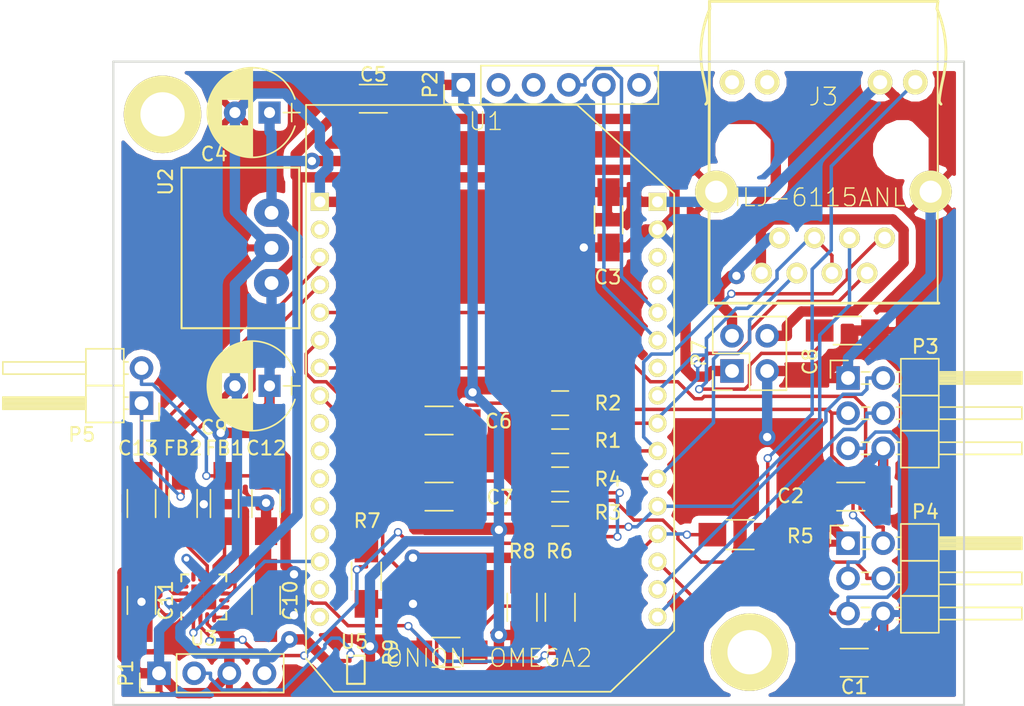
<source format=kicad_pcb>
(kicad_pcb (version 4) (host pcbnew 4.0.4-stable)

  (general
    (links 93)
    (no_connects 0)
    (area 148.074999 79.167379 232.503321 133.152476)
    (thickness 1.6)
    (drawings 4)
    (tracks 563)
    (zones 0)
    (modules 37)
    (nets 34)
  )

  (page A4)
  (layers
    (0 F.Cu signal)
    (31 B.Cu signal)
    (32 B.Adhes user)
    (33 F.Adhes user)
    (34 B.Paste user)
    (35 F.Paste user)
    (36 B.SilkS user)
    (37 F.SilkS user)
    (38 B.Mask user)
    (39 F.Mask user)
    (40 Dwgs.User user)
    (41 Cmts.User user)
    (42 Eco1.User user)
    (43 Eco2.User user)
    (44 Edge.Cuts user)
    (45 Margin user)
    (46 B.CrtYd user)
    (47 F.CrtYd user)
    (48 B.Fab user hide)
    (49 F.Fab user hide)
  )

  (setup
    (last_trace_width 0.25)
    (trace_clearance 0.2)
    (zone_clearance 0.508)
    (zone_45_only no)
    (trace_min 0.2)
    (segment_width 0.2)
    (edge_width 0.15)
    (via_size 0.6)
    (via_drill 0.4)
    (via_min_size 0.4)
    (via_min_drill 0.3)
    (uvia_size 0.3)
    (uvia_drill 0.1)
    (uvias_allowed no)
    (uvia_min_size 0.2)
    (uvia_min_drill 0.1)
    (pcb_text_width 0.3)
    (pcb_text_size 1.5 1.5)
    (mod_edge_width 0.15)
    (mod_text_size 1 1)
    (mod_text_width 0.15)
    (pad_size 5.6 5.6)
    (pad_drill 3.2)
    (pad_to_mask_clearance 0.2)
    (aux_axis_origin 0 0)
    (visible_elements FFFEFF7F)
    (pcbplotparams
      (layerselection 0x00030_80000001)
      (usegerberextensions false)
      (excludeedgelayer true)
      (linewidth 0.100000)
      (plotframeref false)
      (viasonmask false)
      (mode 1)
      (useauxorigin false)
      (hpglpennumber 1)
      (hpglpenspeed 20)
      (hpglpendiameter 15)
      (hpglpenoverlay 2)
      (psnegative false)
      (psa4output false)
      (plotreference true)
      (plotvalue true)
      (plotinvisibletext false)
      (padsonsilk false)
      (subtractmaskfromsilk false)
      (outputformat 1)
      (mirror false)
      (drillshape 1)
      (scaleselection 1)
      (outputdirectory ""))
  )

  (net 0 "")
  (net 1 +3V3)
  (net 2 GND)
  (net 3 +5V)
  (net 4 "Net-(C6-Pad1)")
  (net 5 "Net-(C7-Pad1)")
  (net 6 /ETH_NETPWR)
  (net 7 /ETH_TX+)
  (net 8 /ETH_TX-)
  (net 9 /ETH_RX+)
  (net 10 /ETH_RX-)
  (net 11 "Net-(J3-Pad9)")
  (net 12 /Omega_RX)
  (net 13 /Omega_TX)
  (net 14 /TOUCH_RST)
  (net 15 /TOUCH_CHG)
  (net 16 /ETH_PWR+)
  (net 17 /ETH_PWR-)
  (net 18 "Net-(C12-Pad1)")
  (net 19 "Net-(C13-Pad1)")
  (net 20 "Net-(FB1-Pad1)")
  (net 21 "Net-(FB2-Pad1)")
  (net 22 /LEDCHAIN_DATA_5V)
  (net 23 /I2C_SCL_1)
  (net 24 /I2C_SDA_1)
  (net 25 /I2C_SCL_2)
  (net 26 /I2C_SDA_2)
  (net 27 /ETHLED_AMPEN)
  (net 28 /SD_MODE)
  (net 29 "Net-(R7-Pad2)")
  (net 30 /BITCLK)
  (net 31 /LRCLK_WS)
  (net 32 /LEDCHAIN_DATA_3V)
  (net 33 /I2S_DOUT)

  (net_class Default "This is the default net class."
    (clearance 0.2)
    (trace_width 0.25)
    (via_dia 0.6)
    (via_drill 0.4)
    (uvia_dia 0.3)
    (uvia_drill 0.1)
    (add_net /BITCLK)
    (add_net /ETHLED_AMPEN)
    (add_net /ETH_NETPWR)
    (add_net /ETH_RX+)
    (add_net /ETH_RX-)
    (add_net /ETH_TX+)
    (add_net /ETH_TX-)
    (add_net /I2C_SCL_1)
    (add_net /I2C_SCL_2)
    (add_net /I2C_SDA_1)
    (add_net /I2C_SDA_2)
    (add_net /I2S_DOUT)
    (add_net /LEDCHAIN_DATA_3V)
    (add_net /LEDCHAIN_DATA_5V)
    (add_net /LRCLK_WS)
    (add_net /Omega_RX)
    (add_net /Omega_TX)
    (add_net /SD_MODE)
    (add_net /TOUCH_CHG)
    (add_net /TOUCH_RST)
    (add_net "Net-(C12-Pad1)")
    (add_net "Net-(C13-Pad1)")
    (add_net "Net-(C6-Pad1)")
    (add_net "Net-(C7-Pad1)")
    (add_net "Net-(FB1-Pad1)")
    (add_net "Net-(FB2-Pad1)")
    (add_net "Net-(J3-Pad9)")
    (add_net "Net-(R7-Pad2)")
  )

  (net_class Power ""
    (clearance 0.2)
    (trace_width 0.75)
    (via_dia 1.2)
    (via_drill 0.6)
    (uvia_dia 1.2)
    (uvia_drill 0.6)
    (add_net +3V3)
    (add_net +5V)
    (add_net /ETH_PWR+)
    (add_net /ETH_PWR-)
    (add_net GND)
  )

  (module plan44:plan44-HLJ-6115ANL (layer F.Cu) (tedit 581B6BD3) (tstamp 57FE51D6)
    (at 209.042 90.678)
    (descr "ETHERNET CONNECTOR (MAGJACK) FOR POE")
    (tags "ETHERNET CONNECTOR (MAGJACK) FOR POE")
    (path /57FDFFAA)
    (attr virtual)
    (fp_text reference J3 (at -1.27 -4.318 180) (layer F.SilkS)
      (effects (font (size 1.27 1.27) (thickness 0.1016)))
    )
    (fp_text value HLJ-6115ANL (at -1.90754 2.9591 180) (layer F.SilkS)
      (effects (font (size 1.27 1.27) (thickness 0.1016)))
    )
    (fp_line (start 7.0739 10.59434) (end -9.53262 10.59434) (layer F.SilkS) (width 0.2032))
    (fp_line (start -9.53262 10.59434) (end -9.53262 3.88874) (layer F.SilkS) (width 0.2032))
    (fp_line (start -9.53262 3.88874) (end -9.53262 1.28778) (layer F.SilkS) (width 0.2032))
    (fp_line (start -9.53262 1.32842) (end -9.50468 -11.20902) (layer F.SilkS) (width 0.2032))
    (fp_line (start -9.50468 -11.20902) (end 7.00278 -11.20902) (layer F.SilkS) (width 0.2032))
    (fp_line (start 7.00278 -11.20902) (end 6.92912 -10.68324) (layer F.SilkS) (width 0.2032))
    (fp_line (start -9.50468 -11.20902) (end -9.46912 -10.68324) (layer F.SilkS) (width 0.2032))
    (fp_line (start 6.98754 -11.19886) (end 6.98754 10.60958) (layer F.SilkS) (width 0.127))
    (fp_arc (start -0.53848 -7.48284) (end 6.92912 -10.68324) (angle 36.1) (layer F.SilkS) (width 0.2032))
    (fp_arc (start 23.15972 -2.02438) (end 7.10438 -4.13258) (angle 5.4) (layer F.SilkS) (width 0.2032))
    (fp_arc (start 7.50824 -4.08178) (end 7.22884 -3.7846) (angle 54.2) (layer F.SilkS) (width 0.2032))
    (fp_arc (start -1.99898 -7.48284) (end -9.9187 -5.65912) (angle 36.1) (layer F.SilkS) (width 0.2032))
    (fp_arc (start -25.69972 -2.02438) (end -9.9187 -5.65912) (angle 5.4) (layer F.SilkS) (width 0.2032))
    (fp_arc (start -10.04824 -4.08178) (end -9.64438 -4.13258) (angle 54.2) (layer F.SilkS) (width 0.2032))
    (pad "" np_thru_hole circle (at 4.45 -0.5) (size 3.25 3.25) (drill 3.25) (layers *.Cu *.Mask))
    (pad 1 thru_hole circle (at 3.15468 5.8801) (size 1.4986 1.4986) (drill 0.89916) (layers *.Cu *.Mask F.Paste F.SilkS)
      (net 7 /ETH_TX+))
    (pad 2 thru_hole circle (at 1.88468 8.4201) (size 1.4986 1.4986) (drill 0.89916) (layers *.Cu *.Mask F.Paste F.SilkS)
      (net 8 /ETH_TX-))
    (pad 3 thru_hole circle (at 0.61468 5.8801) (size 1.4986 1.4986) (drill 0.89916) (layers *.Cu *.Mask F.Paste F.SilkS)
      (net 9 /ETH_RX+))
    (pad 4 thru_hole circle (at -0.65278 8.4201) (size 1.4986 1.4986) (drill 0.89916) (layers *.Cu *.Mask F.Paste F.SilkS)
      (net 6 /ETH_NETPWR))
    (pad 5 thru_hole circle (at -1.92278 5.8801) (size 1.4986 1.4986) (drill 0.89916) (layers *.Cu *.Mask F.Paste F.SilkS)
      (net 6 /ETH_NETPWR))
    (pad 6 thru_hole circle (at -3.19278 8.4201) (size 1.4986 1.4986) (drill 0.89916) (layers *.Cu *.Mask F.Paste F.SilkS)
      (net 10 /ETH_RX-))
    (pad 7 thru_hole circle (at -4.46278 5.8801) (size 1.4986 1.4986) (drill 0.89916) (layers *.Cu *.Mask F.Paste F.SilkS)
      (net 16 /ETH_PWR+))
    (pad 8 thru_hole circle (at -5.73278 8.4201) (size 1.4986 1.4986) (drill 0.89916) (layers *.Cu *.Mask F.Paste F.SilkS)
      (net 17 /ETH_PWR-))
    (pad 9 thru_hole circle (at 5.36956 -5.36956) (size 1.778 1.778) (drill 1.016) (layers *.Cu *.Mask F.Paste F.SilkS)
      (net 11 "Net-(J3-Pad9)"))
    (pad 10 thru_hole circle (at 2.82956 -5.36956) (size 1.778 1.778) (drill 1.016) (layers *.Cu *.Mask F.Paste F.SilkS)
      (net 2 GND))
    (pad 11 thru_hole circle (at -5.32892 -5.36956) (size 1.778 1.778) (drill 1.016) (layers *.Cu *.Mask F.Paste F.SilkS))
    (pad 12 thru_hole circle (at -7.86892 -5.36956) (size 1.778 1.778) (drill 1.016) (layers *.Cu *.Mask F.Paste F.SilkS))
    (pad S1 thru_hole circle (at 6.477 2.54) (size 3.048 3.048) (drill 1.59766) (layers *.Cu *.Mask F.Paste F.SilkS)
      (net 2 GND))
    (pad S2 thru_hole circle (at -9.017 2.54) (size 3.048 3.048) (drill 1.59766) (layers *.Cu *.Mask F.Paste F.SilkS)
      (net 2 GND))
    (pad "" np_thru_hole circle (at -6.95 -0.5) (size 3.25 3.25) (drill 3.25) (layers *.Cu *.Mask))
  )

  (module Mounting_Holes:MountingHole_3.2mm_M3_DIN965_Pad (layer F.Cu) (tedit 57FE2A1A) (tstamp 57FE2AB8)
    (at 160.02 87.63)
    (descr "Mounting Hole 3.2mm, M3, DIN965")
    (tags "mounting hole 3.2mm m3 din965")
    (path /57FE2943)
    (fp_text reference MH1 (at 0 -3.8) (layer F.SilkS) hide
      (effects (font (size 1 1) (thickness 0.15)))
    )
    (fp_text value CONN_01X01 (at 0 3.8) (layer F.Fab)
      (effects (font (size 1 1) (thickness 0.15)))
    )
    (fp_circle (center 0 0) (end 2.8 0) (layer Cmts.User) (width 0.15))
    (fp_circle (center 0 0) (end 3.05 0) (layer F.CrtYd) (width 0.05))
    (pad 1 thru_hole circle (at 0 0) (size 5.6 5.6) (drill 3.2) (layers *.Cu *.Mask F.SilkS))
  )

  (module Mounting_Holes:MountingHole_3.2mm_M3_DIN965_Pad (layer F.Cu) (tedit 57FE2A14) (tstamp 57FE2ABF)
    (at 202.438 126.492)
    (descr "Mounting Hole 3.2mm, M3, DIN965")
    (tags "mounting hole 3.2mm m3 din965")
    (path /57FE2F62)
    (fp_text reference MH2 (at 0 -3.8) (layer F.SilkS) hide
      (effects (font (size 1 1) (thickness 0.15)))
    )
    (fp_text value CONN_01X01 (at 0 3.8) (layer F.Fab)
      (effects (font (size 1 1) (thickness 0.15)))
    )
    (fp_circle (center 0 0) (end 2.8 0) (layer Cmts.User) (width 0.15))
    (fp_circle (center 0 0) (end 3.05 0) (layer F.CrtYd) (width 0.05))
    (pad 1 thru_hole circle (at 0 0) (size 5.6 5.6) (drill 3.2) (layers *.Cu *.Mask F.SilkS))
  )

  (module TO_SOT_Packages_SMD:SOT-353 (layer F.Cu) (tedit 588C9996) (tstamp 58408B81)
    (at 173.99 127.762 180)
    (descr SOT353)
    (path /584095B9)
    (attr smd)
    (fp_text reference U5 (at 0.1016 2.032 360) (layer F.SilkS)
      (effects (font (size 1 1) (thickness 0.15)))
    )
    (fp_text value 74AHCT1G125 (at 0.09906 0 270) (layer F.Fab)
      (effects (font (size 1 1) (thickness 0.15)))
    )
    (fp_line (start 0.635 1.016) (end 0.635 -1.016) (layer F.SilkS) (width 0.15))
    (fp_line (start 0.635 -1.016) (end -0.635 -1.016) (layer F.SilkS) (width 0.15))
    (fp_line (start -0.635 -1.016) (end -0.635 1.016) (layer F.SilkS) (width 0.15))
    (fp_line (start -0.635 1.016) (end 0.635 1.016) (layer F.SilkS) (width 0.15))
    (pad 1 smd rect (at -1.016 -0.635 180) (size 0.508 0.3048) (layers F.Cu F.Paste F.Mask)
      (net 2 GND))
    (pad 3 smd rect (at -1.016 0.635 180) (size 0.508 0.3048) (layers F.Cu F.Paste F.Mask)
      (net 2 GND))
    (pad 5 smd rect (at 1.016 -0.635 180) (size 0.508 0.3048) (layers F.Cu F.Paste F.Mask)
      (net 3 +5V))
    (pad 2 smd rect (at -1.016 0 180) (size 0.508 0.3048) (layers F.Cu F.Paste F.Mask)
      (net 32 /LEDCHAIN_DATA_3V))
    (pad 4 smd rect (at 1.016 0.635 180) (size 0.508 0.3048) (layers F.Cu F.Paste F.Mask)
      (net 22 /LEDCHAIN_DATA_5V))
    (model TO_SOT_Packages_SMD.3dshapes/SOT-353.wrl
      (at (xyz 0 0 0))
      (scale (xyz 0.07000000000000001 0.09 0.08))
      (rotate (xyz 0 0 90))
    )
  )

  (module Capacitors_SMD:C_1206_HandSoldering (layer F.Cu) (tedit 58AA84D1) (tstamp 58C45E18)
    (at 210 127.25 180)
    (descr "Capacitor SMD 1206, hand soldering")
    (tags "capacitor 1206")
    (path /57FDEF99)
    (attr smd)
    (fp_text reference C1 (at 0 -1.75 180) (layer F.SilkS)
      (effects (font (size 1 1) (thickness 0.15)))
    )
    (fp_text value 100nF (at 0 2 180) (layer F.Fab)
      (effects (font (size 1 1) (thickness 0.15)))
    )
    (fp_text user %R (at 0 -1.75 180) (layer F.Fab)
      (effects (font (size 1 1) (thickness 0.15)))
    )
    (fp_line (start -1.6 0.8) (end -1.6 -0.8) (layer F.Fab) (width 0.1))
    (fp_line (start 1.6 0.8) (end -1.6 0.8) (layer F.Fab) (width 0.1))
    (fp_line (start 1.6 -0.8) (end 1.6 0.8) (layer F.Fab) (width 0.1))
    (fp_line (start -1.6 -0.8) (end 1.6 -0.8) (layer F.Fab) (width 0.1))
    (fp_line (start 1 -1.02) (end -1 -1.02) (layer F.SilkS) (width 0.12))
    (fp_line (start -1 1.02) (end 1 1.02) (layer F.SilkS) (width 0.12))
    (fp_line (start -3.25 -1.05) (end 3.25 -1.05) (layer F.CrtYd) (width 0.05))
    (fp_line (start -3.25 -1.05) (end -3.25 1.05) (layer F.CrtYd) (width 0.05))
    (fp_line (start 3.25 1.05) (end 3.25 -1.05) (layer F.CrtYd) (width 0.05))
    (fp_line (start 3.25 1.05) (end -3.25 1.05) (layer F.CrtYd) (width 0.05))
    (pad 1 smd rect (at -2 0 180) (size 2 1.6) (layers F.Cu F.Paste F.Mask)
      (net 1 +3V3))
    (pad 2 smd rect (at 2 0 180) (size 2 1.6) (layers F.Cu F.Paste F.Mask)
      (net 2 GND))
    (model Capacitors_SMD.3dshapes/C_1206.wrl
      (at (xyz 0 0 0))
      (scale (xyz 1 1 1))
      (rotate (xyz 0 0 0))
    )
  )

  (module Capacitors_SMD:C_1206_HandSoldering (layer F.Cu) (tedit 58C6634C) (tstamp 58C45E1D)
    (at 209.75 115.25 180)
    (descr "Capacitor SMD 1206, hand soldering")
    (tags "capacitor 1206")
    (path /57FDEFAC)
    (attr smd)
    (fp_text reference C2 (at 4.35 0.05 180) (layer F.SilkS)
      (effects (font (size 1 1) (thickness 0.15)))
    )
    (fp_text value 100nF (at 0 2 180) (layer F.Fab)
      (effects (font (size 1 1) (thickness 0.15)))
    )
    (fp_text user %R (at 0 -1.75 180) (layer F.Fab)
      (effects (font (size 1 1) (thickness 0.15)))
    )
    (fp_line (start -1.6 0.8) (end -1.6 -0.8) (layer F.Fab) (width 0.1))
    (fp_line (start 1.6 0.8) (end -1.6 0.8) (layer F.Fab) (width 0.1))
    (fp_line (start 1.6 -0.8) (end 1.6 0.8) (layer F.Fab) (width 0.1))
    (fp_line (start -1.6 -0.8) (end 1.6 -0.8) (layer F.Fab) (width 0.1))
    (fp_line (start 1 -1.02) (end -1 -1.02) (layer F.SilkS) (width 0.12))
    (fp_line (start -1 1.02) (end 1 1.02) (layer F.SilkS) (width 0.12))
    (fp_line (start -3.25 -1.05) (end 3.25 -1.05) (layer F.CrtYd) (width 0.05))
    (fp_line (start -3.25 -1.05) (end -3.25 1.05) (layer F.CrtYd) (width 0.05))
    (fp_line (start 3.25 1.05) (end 3.25 -1.05) (layer F.CrtYd) (width 0.05))
    (fp_line (start 3.25 1.05) (end -3.25 1.05) (layer F.CrtYd) (width 0.05))
    (pad 1 smd rect (at -2 0 180) (size 2 1.6) (layers F.Cu F.Paste F.Mask)
      (net 1 +3V3))
    (pad 2 smd rect (at 2 0 180) (size 2 1.6) (layers F.Cu F.Paste F.Mask)
      (net 2 GND))
    (model Capacitors_SMD.3dshapes/C_1206.wrl
      (at (xyz 0 0 0))
      (scale (xyz 1 1 1))
      (rotate (xyz 0 0 0))
    )
  )

  (module Capacitors_SMD:C_1206_HandSoldering (layer F.Cu) (tedit 58C6633D) (tstamp 58C45E22)
    (at 192.25 95.25 90)
    (descr "Capacitor SMD 1206, hand soldering")
    (tags "capacitor 1206")
    (path /57FDEF26)
    (attr smd)
    (fp_text reference C3 (at -4.15 -0.05 180) (layer F.SilkS)
      (effects (font (size 1 1) (thickness 0.15)))
    )
    (fp_text value 100nF (at 0 2 90) (layer F.Fab)
      (effects (font (size 1 1) (thickness 0.15)))
    )
    (fp_text user %R (at 0 -1.75 90) (layer F.Fab)
      (effects (font (size 1 1) (thickness 0.15)))
    )
    (fp_line (start -1.6 0.8) (end -1.6 -0.8) (layer F.Fab) (width 0.1))
    (fp_line (start 1.6 0.8) (end -1.6 0.8) (layer F.Fab) (width 0.1))
    (fp_line (start 1.6 -0.8) (end 1.6 0.8) (layer F.Fab) (width 0.1))
    (fp_line (start -1.6 -0.8) (end 1.6 -0.8) (layer F.Fab) (width 0.1))
    (fp_line (start 1 -1.02) (end -1 -1.02) (layer F.SilkS) (width 0.12))
    (fp_line (start -1 1.02) (end 1 1.02) (layer F.SilkS) (width 0.12))
    (fp_line (start -3.25 -1.05) (end 3.25 -1.05) (layer F.CrtYd) (width 0.05))
    (fp_line (start -3.25 -1.05) (end -3.25 1.05) (layer F.CrtYd) (width 0.05))
    (fp_line (start 3.25 1.05) (end 3.25 -1.05) (layer F.CrtYd) (width 0.05))
    (fp_line (start 3.25 1.05) (end -3.25 1.05) (layer F.CrtYd) (width 0.05))
    (pad 1 smd rect (at -2 0 90) (size 2 1.6) (layers F.Cu F.Paste F.Mask)
      (net 1 +3V3))
    (pad 2 smd rect (at 2 0 90) (size 2 1.6) (layers F.Cu F.Paste F.Mask)
      (net 2 GND))
    (model Capacitors_SMD.3dshapes/C_1206.wrl
      (at (xyz 0 0 0))
      (scale (xyz 1 1 1))
      (rotate (xyz 0 0 0))
    )
  )

  (module Capacitors_SMD:C_1206_HandSoldering (layer F.Cu) (tedit 58AA84D1) (tstamp 58C45E27)
    (at 175.25 86.5)
    (descr "Capacitor SMD 1206, hand soldering")
    (tags "capacitor 1206")
    (path /57FDEF1F)
    (attr smd)
    (fp_text reference C5 (at 0 -1.75) (layer F.SilkS)
      (effects (font (size 1 1) (thickness 0.15)))
    )
    (fp_text value 100nF (at 0 2) (layer F.Fab)
      (effects (font (size 1 1) (thickness 0.15)))
    )
    (fp_text user %R (at 0 -1.75) (layer F.Fab)
      (effects (font (size 1 1) (thickness 0.15)))
    )
    (fp_line (start -1.6 0.8) (end -1.6 -0.8) (layer F.Fab) (width 0.1))
    (fp_line (start 1.6 0.8) (end -1.6 0.8) (layer F.Fab) (width 0.1))
    (fp_line (start 1.6 -0.8) (end 1.6 0.8) (layer F.Fab) (width 0.1))
    (fp_line (start -1.6 -0.8) (end 1.6 -0.8) (layer F.Fab) (width 0.1))
    (fp_line (start 1 -1.02) (end -1 -1.02) (layer F.SilkS) (width 0.12))
    (fp_line (start -1 1.02) (end 1 1.02) (layer F.SilkS) (width 0.12))
    (fp_line (start -3.25 -1.05) (end 3.25 -1.05) (layer F.CrtYd) (width 0.05))
    (fp_line (start -3.25 -1.05) (end -3.25 1.05) (layer F.CrtYd) (width 0.05))
    (fp_line (start 3.25 1.05) (end 3.25 -1.05) (layer F.CrtYd) (width 0.05))
    (fp_line (start 3.25 1.05) (end -3.25 1.05) (layer F.CrtYd) (width 0.05))
    (pad 1 smd rect (at -2 0) (size 2 1.6) (layers F.Cu F.Paste F.Mask)
      (net 1 +3V3))
    (pad 2 smd rect (at 2 0) (size 2 1.6) (layers F.Cu F.Paste F.Mask)
      (net 2 GND))
    (model Capacitors_SMD.3dshapes/C_1206.wrl
      (at (xyz 0 0 0))
      (scale (xyz 1 1 1))
      (rotate (xyz 0 0 0))
    )
  )

  (module Capacitors_SMD:C_1206_HandSoldering (layer F.Cu) (tedit 58C66321) (tstamp 58C45E2C)
    (at 180 109.75 180)
    (descr "Capacitor SMD 1206, hand soldering")
    (tags "capacitor 1206")
    (path /57FE18E9)
    (attr smd)
    (fp_text reference C6 (at -4.3 -0.05 180) (layer F.SilkS)
      (effects (font (size 1 1) (thickness 0.15)))
    )
    (fp_text value 100nF (at 0 2 180) (layer F.Fab)
      (effects (font (size 1 1) (thickness 0.15)))
    )
    (fp_text user %R (at 0 -1.75 180) (layer F.Fab)
      (effects (font (size 1 1) (thickness 0.15)))
    )
    (fp_line (start -1.6 0.8) (end -1.6 -0.8) (layer F.Fab) (width 0.1))
    (fp_line (start 1.6 0.8) (end -1.6 0.8) (layer F.Fab) (width 0.1))
    (fp_line (start 1.6 -0.8) (end 1.6 0.8) (layer F.Fab) (width 0.1))
    (fp_line (start -1.6 -0.8) (end 1.6 -0.8) (layer F.Fab) (width 0.1))
    (fp_line (start 1 -1.02) (end -1 -1.02) (layer F.SilkS) (width 0.12))
    (fp_line (start -1 1.02) (end 1 1.02) (layer F.SilkS) (width 0.12))
    (fp_line (start -3.25 -1.05) (end 3.25 -1.05) (layer F.CrtYd) (width 0.05))
    (fp_line (start -3.25 -1.05) (end -3.25 1.05) (layer F.CrtYd) (width 0.05))
    (fp_line (start 3.25 1.05) (end 3.25 -1.05) (layer F.CrtYd) (width 0.05))
    (fp_line (start 3.25 1.05) (end -3.25 1.05) (layer F.CrtYd) (width 0.05))
    (pad 1 smd rect (at -2 0 180) (size 2 1.6) (layers F.Cu F.Paste F.Mask)
      (net 4 "Net-(C6-Pad1)"))
    (pad 2 smd rect (at 2 0 180) (size 2 1.6) (layers F.Cu F.Paste F.Mask)
      (net 2 GND))
    (model Capacitors_SMD.3dshapes/C_1206.wrl
      (at (xyz 0 0 0))
      (scale (xyz 1 1 1))
      (rotate (xyz 0 0 0))
    )
  )

  (module Capacitors_SMD:C_1206_HandSoldering (layer F.Cu) (tedit 58C6631A) (tstamp 58C45E31)
    (at 180 115.25 180)
    (descr "Capacitor SMD 1206, hand soldering")
    (tags "capacitor 1206")
    (path /57FE1952)
    (attr smd)
    (fp_text reference C7 (at -4.4 -0.05 360) (layer F.SilkS)
      (effects (font (size 1 1) (thickness 0.15)))
    )
    (fp_text value 100nF (at 0 2 180) (layer F.Fab)
      (effects (font (size 1 1) (thickness 0.15)))
    )
    (fp_text user %R (at 0 -1.75 180) (layer F.Fab)
      (effects (font (size 1 1) (thickness 0.15)))
    )
    (fp_line (start -1.6 0.8) (end -1.6 -0.8) (layer F.Fab) (width 0.1))
    (fp_line (start 1.6 0.8) (end -1.6 0.8) (layer F.Fab) (width 0.1))
    (fp_line (start 1.6 -0.8) (end 1.6 0.8) (layer F.Fab) (width 0.1))
    (fp_line (start -1.6 -0.8) (end 1.6 -0.8) (layer F.Fab) (width 0.1))
    (fp_line (start 1 -1.02) (end -1 -1.02) (layer F.SilkS) (width 0.12))
    (fp_line (start -1 1.02) (end 1 1.02) (layer F.SilkS) (width 0.12))
    (fp_line (start -3.25 -1.05) (end 3.25 -1.05) (layer F.CrtYd) (width 0.05))
    (fp_line (start -3.25 -1.05) (end -3.25 1.05) (layer F.CrtYd) (width 0.05))
    (fp_line (start 3.25 1.05) (end 3.25 -1.05) (layer F.CrtYd) (width 0.05))
    (fp_line (start 3.25 1.05) (end -3.25 1.05) (layer F.CrtYd) (width 0.05))
    (pad 1 smd rect (at -2 0 180) (size 2 1.6) (layers F.Cu F.Paste F.Mask)
      (net 5 "Net-(C7-Pad1)"))
    (pad 2 smd rect (at 2 0 180) (size 2 1.6) (layers F.Cu F.Paste F.Mask)
      (net 2 GND))
    (model Capacitors_SMD.3dshapes/C_1206.wrl
      (at (xyz 0 0 0))
      (scale (xyz 1 1 1))
      (rotate (xyz 0 0 0))
    )
  )

  (module Capacitors_SMD:C_1206_HandSoldering (layer F.Cu) (tedit 58C66357) (tstamp 58C45E36)
    (at 209.5 103.25)
    (descr "Capacitor SMD 1206, hand soldering")
    (tags "capacitor 1206")
    (path /57FE0D5B)
    (attr smd)
    (fp_text reference C8 (at -2.7 2.25 90) (layer F.SilkS)
      (effects (font (size 1 1) (thickness 0.15)))
    )
    (fp_text value 1uF (at 0 2) (layer F.Fab)
      (effects (font (size 1 1) (thickness 0.15)))
    )
    (fp_text user %R (at 0 -1.75) (layer F.Fab)
      (effects (font (size 1 1) (thickness 0.15)))
    )
    (fp_line (start -1.6 0.8) (end -1.6 -0.8) (layer F.Fab) (width 0.1))
    (fp_line (start 1.6 0.8) (end -1.6 0.8) (layer F.Fab) (width 0.1))
    (fp_line (start 1.6 -0.8) (end 1.6 0.8) (layer F.Fab) (width 0.1))
    (fp_line (start -1.6 -0.8) (end 1.6 -0.8) (layer F.Fab) (width 0.1))
    (fp_line (start 1 -1.02) (end -1 -1.02) (layer F.SilkS) (width 0.12))
    (fp_line (start -1 1.02) (end 1 1.02) (layer F.SilkS) (width 0.12))
    (fp_line (start -3.25 -1.05) (end 3.25 -1.05) (layer F.CrtYd) (width 0.05))
    (fp_line (start -3.25 -1.05) (end -3.25 1.05) (layer F.CrtYd) (width 0.05))
    (fp_line (start 3.25 1.05) (end 3.25 -1.05) (layer F.CrtYd) (width 0.05))
    (fp_line (start 3.25 1.05) (end -3.25 1.05) (layer F.CrtYd) (width 0.05))
    (pad 1 smd rect (at -2 0) (size 2 1.6) (layers F.Cu F.Paste F.Mask)
      (net 6 /ETH_NETPWR))
    (pad 2 smd rect (at 2 0) (size 2 1.6) (layers F.Cu F.Paste F.Mask)
      (net 2 GND))
    (model Capacitors_SMD.3dshapes/C_1206.wrl
      (at (xyz 0 0 0))
      (scale (xyz 1 1 1))
      (rotate (xyz 0 0 0))
    )
  )

  (module Capacitors_SMD:C_1206_HandSoldering (layer F.Cu) (tedit 58C469DB) (tstamp 58C45E40)
    (at 167.5 122.75 90)
    (descr "Capacitor SMD 1206, hand soldering")
    (tags "capacitor 1206")
    (path /58C4890A)
    (attr smd)
    (fp_text reference C10 (at 0 1.75 90) (layer F.SilkS)
      (effects (font (size 1 1) (thickness 0.15)))
    )
    (fp_text value 10uF (at 0 2 90) (layer F.Fab)
      (effects (font (size 1 1) (thickness 0.15)))
    )
    (fp_text user %R (at 0 -1.75 90) (layer F.Fab)
      (effects (font (size 1 1) (thickness 0.15)))
    )
    (fp_line (start -1.6 0.8) (end -1.6 -0.8) (layer F.Fab) (width 0.1))
    (fp_line (start 1.6 0.8) (end -1.6 0.8) (layer F.Fab) (width 0.1))
    (fp_line (start 1.6 -0.8) (end 1.6 0.8) (layer F.Fab) (width 0.1))
    (fp_line (start -1.6 -0.8) (end 1.6 -0.8) (layer F.Fab) (width 0.1))
    (fp_line (start 1 -1.02) (end -1 -1.02) (layer F.SilkS) (width 0.12))
    (fp_line (start -1 1.02) (end 1 1.02) (layer F.SilkS) (width 0.12))
    (fp_line (start -3.25 -1.05) (end 3.25 -1.05) (layer F.CrtYd) (width 0.05))
    (fp_line (start -3.25 -1.05) (end -3.25 1.05) (layer F.CrtYd) (width 0.05))
    (fp_line (start 3.25 1.05) (end 3.25 -1.05) (layer F.CrtYd) (width 0.05))
    (fp_line (start 3.25 1.05) (end -3.25 1.05) (layer F.CrtYd) (width 0.05))
    (pad 1 smd rect (at -2 0 90) (size 2 1.6) (layers F.Cu F.Paste F.Mask)
      (net 1 +3V3))
    (pad 2 smd rect (at 2 0 90) (size 2 1.6) (layers F.Cu F.Paste F.Mask)
      (net 2 GND))
    (model Capacitors_SMD.3dshapes/C_1206.wrl
      (at (xyz 0 0 0))
      (scale (xyz 1 1 1))
      (rotate (xyz 0 0 0))
    )
  )

  (module Capacitors_SMD:C_1206_HandSoldering (layer F.Cu) (tedit 58C46A16) (tstamp 58C45E46)
    (at 158.5 122.75 90)
    (descr "Capacitor SMD 1206, hand soldering")
    (tags "capacitor 1206")
    (path /58C46DEA)
    (attr smd)
    (fp_text reference C11 (at 0 1.75 90) (layer F.SilkS)
      (effects (font (size 1 1) (thickness 0.15)))
    )
    (fp_text value 100nF (at 0 2 90) (layer F.Fab)
      (effects (font (size 1 1) (thickness 0.15)))
    )
    (fp_text user %R (at 0 -1.75 90) (layer F.Fab)
      (effects (font (size 1 1) (thickness 0.15)))
    )
    (fp_line (start -1.6 0.8) (end -1.6 -0.8) (layer F.Fab) (width 0.1))
    (fp_line (start 1.6 0.8) (end -1.6 0.8) (layer F.Fab) (width 0.1))
    (fp_line (start 1.6 -0.8) (end 1.6 0.8) (layer F.Fab) (width 0.1))
    (fp_line (start -1.6 -0.8) (end 1.6 -0.8) (layer F.Fab) (width 0.1))
    (fp_line (start 1 -1.02) (end -1 -1.02) (layer F.SilkS) (width 0.12))
    (fp_line (start -1 1.02) (end 1 1.02) (layer F.SilkS) (width 0.12))
    (fp_line (start -3.25 -1.05) (end 3.25 -1.05) (layer F.CrtYd) (width 0.05))
    (fp_line (start -3.25 -1.05) (end -3.25 1.05) (layer F.CrtYd) (width 0.05))
    (fp_line (start 3.25 1.05) (end 3.25 -1.05) (layer F.CrtYd) (width 0.05))
    (fp_line (start 3.25 1.05) (end -3.25 1.05) (layer F.CrtYd) (width 0.05))
    (pad 1 smd rect (at -2 0 90) (size 2 1.6) (layers F.Cu F.Paste F.Mask)
      (net 1 +3V3))
    (pad 2 smd rect (at 2 0 90) (size 2 1.6) (layers F.Cu F.Paste F.Mask)
      (net 2 GND))
    (model Capacitors_SMD.3dshapes/C_1206.wrl
      (at (xyz 0 0 0))
      (scale (xyz 1 1 1))
      (rotate (xyz 0 0 0))
    )
  )

  (module Capacitors_SMD:C_1206_HandSoldering (layer F.Cu) (tedit 58C469B1) (tstamp 58C45E4C)
    (at 167.5 115.75 270)
    (descr "Capacitor SMD 1206, hand soldering")
    (tags "capacitor 1206")
    (path /58C47ECC)
    (attr smd)
    (fp_text reference C12 (at -4 0 360) (layer F.SilkS)
      (effects (font (size 1 1) (thickness 0.15)))
    )
    (fp_text value 220pF (at 0 2 270) (layer F.Fab)
      (effects (font (size 1 1) (thickness 0.15)))
    )
    (fp_text user %R (at 0 -1.75 270) (layer F.Fab)
      (effects (font (size 1 1) (thickness 0.15)))
    )
    (fp_line (start -1.6 0.8) (end -1.6 -0.8) (layer F.Fab) (width 0.1))
    (fp_line (start 1.6 0.8) (end -1.6 0.8) (layer F.Fab) (width 0.1))
    (fp_line (start 1.6 -0.8) (end 1.6 0.8) (layer F.Fab) (width 0.1))
    (fp_line (start -1.6 -0.8) (end 1.6 -0.8) (layer F.Fab) (width 0.1))
    (fp_line (start 1 -1.02) (end -1 -1.02) (layer F.SilkS) (width 0.12))
    (fp_line (start -1 1.02) (end 1 1.02) (layer F.SilkS) (width 0.12))
    (fp_line (start -3.25 -1.05) (end 3.25 -1.05) (layer F.CrtYd) (width 0.05))
    (fp_line (start -3.25 -1.05) (end -3.25 1.05) (layer F.CrtYd) (width 0.05))
    (fp_line (start 3.25 1.05) (end 3.25 -1.05) (layer F.CrtYd) (width 0.05))
    (fp_line (start 3.25 1.05) (end -3.25 1.05) (layer F.CrtYd) (width 0.05))
    (pad 1 smd rect (at -2 0 270) (size 2 1.6) (layers F.Cu F.Paste F.Mask)
      (net 18 "Net-(C12-Pad1)"))
    (pad 2 smd rect (at 2 0 270) (size 2 1.6) (layers F.Cu F.Paste F.Mask)
      (net 2 GND))
    (model Capacitors_SMD.3dshapes/C_1206.wrl
      (at (xyz 0 0 0))
      (scale (xyz 1 1 1))
      (rotate (xyz 0 0 0))
    )
  )

  (module Capacitors_SMD:C_1206_HandSoldering (layer F.Cu) (tedit 58C469BD) (tstamp 58C45E52)
    (at 158.5 115.75 270)
    (descr "Capacitor SMD 1206, hand soldering")
    (tags "capacitor 1206")
    (path /58C47F5E)
    (attr smd)
    (fp_text reference C13 (at -4 0.25 360) (layer F.SilkS)
      (effects (font (size 1 1) (thickness 0.15)))
    )
    (fp_text value 220pF (at 0 2 270) (layer F.Fab)
      (effects (font (size 1 1) (thickness 0.15)))
    )
    (fp_text user %R (at 0 -1.75 270) (layer F.Fab)
      (effects (font (size 1 1) (thickness 0.15)))
    )
    (fp_line (start -1.6 0.8) (end -1.6 -0.8) (layer F.Fab) (width 0.1))
    (fp_line (start 1.6 0.8) (end -1.6 0.8) (layer F.Fab) (width 0.1))
    (fp_line (start 1.6 -0.8) (end 1.6 0.8) (layer F.Fab) (width 0.1))
    (fp_line (start -1.6 -0.8) (end 1.6 -0.8) (layer F.Fab) (width 0.1))
    (fp_line (start 1 -1.02) (end -1 -1.02) (layer F.SilkS) (width 0.12))
    (fp_line (start -1 1.02) (end 1 1.02) (layer F.SilkS) (width 0.12))
    (fp_line (start -3.25 -1.05) (end 3.25 -1.05) (layer F.CrtYd) (width 0.05))
    (fp_line (start -3.25 -1.05) (end -3.25 1.05) (layer F.CrtYd) (width 0.05))
    (fp_line (start 3.25 1.05) (end 3.25 -1.05) (layer F.CrtYd) (width 0.05))
    (fp_line (start 3.25 1.05) (end -3.25 1.05) (layer F.CrtYd) (width 0.05))
    (pad 1 smd rect (at -2 0 270) (size 2 1.6) (layers F.Cu F.Paste F.Mask)
      (net 19 "Net-(C13-Pad1)"))
    (pad 2 smd rect (at 2 0 270) (size 2 1.6) (layers F.Cu F.Paste F.Mask)
      (net 2 GND))
    (model Capacitors_SMD.3dshapes/C_1206.wrl
      (at (xyz 0 0 0))
      (scale (xyz 1 1 1))
      (rotate (xyz 0 0 0))
    )
  )

  (module Capacitors_SMD:C_1206_HandSoldering (layer F.Cu) (tedit 58C469AE) (tstamp 58C45E58)
    (at 164.5 115.75 90)
    (descr "Capacitor SMD 1206, hand soldering")
    (tags "capacitor 1206")
    (path /58C47883)
    (attr smd)
    (fp_text reference FB1 (at 4 0 180) (layer F.SilkS)
      (effects (font (size 1 1) (thickness 0.15)))
    )
    (fp_text value Ferritebead (at 0 2 90) (layer F.Fab)
      (effects (font (size 1 1) (thickness 0.15)))
    )
    (fp_text user %R (at 0 -1.75 90) (layer F.Fab)
      (effects (font (size 1 1) (thickness 0.15)))
    )
    (fp_line (start -1.6 0.8) (end -1.6 -0.8) (layer F.Fab) (width 0.1))
    (fp_line (start 1.6 0.8) (end -1.6 0.8) (layer F.Fab) (width 0.1))
    (fp_line (start 1.6 -0.8) (end 1.6 0.8) (layer F.Fab) (width 0.1))
    (fp_line (start -1.6 -0.8) (end 1.6 -0.8) (layer F.Fab) (width 0.1))
    (fp_line (start 1 -1.02) (end -1 -1.02) (layer F.SilkS) (width 0.12))
    (fp_line (start -1 1.02) (end 1 1.02) (layer F.SilkS) (width 0.12))
    (fp_line (start -3.25 -1.05) (end 3.25 -1.05) (layer F.CrtYd) (width 0.05))
    (fp_line (start -3.25 -1.05) (end -3.25 1.05) (layer F.CrtYd) (width 0.05))
    (fp_line (start 3.25 1.05) (end 3.25 -1.05) (layer F.CrtYd) (width 0.05))
    (fp_line (start 3.25 1.05) (end -3.25 1.05) (layer F.CrtYd) (width 0.05))
    (pad 1 smd rect (at -2 0 90) (size 2 1.6) (layers F.Cu F.Paste F.Mask)
      (net 20 "Net-(FB1-Pad1)"))
    (pad 2 smd rect (at 2 0 90) (size 2 1.6) (layers F.Cu F.Paste F.Mask)
      (net 18 "Net-(C12-Pad1)"))
    (model Capacitors_SMD.3dshapes/C_1206.wrl
      (at (xyz 0 0 0))
      (scale (xyz 1 1 1))
      (rotate (xyz 0 0 0))
    )
  )

  (module Capacitors_SMD:C_1206_HandSoldering (layer F.Cu) (tedit 58C469C9) (tstamp 58C45E5E)
    (at 161.5 115.75 90)
    (descr "Capacitor SMD 1206, hand soldering")
    (tags "capacitor 1206")
    (path /58C47910)
    (attr smd)
    (fp_text reference FB2 (at 4 0 180) (layer F.SilkS)
      (effects (font (size 1 1) (thickness 0.15)))
    )
    (fp_text value Ferritebead (at 0 2 90) (layer F.Fab)
      (effects (font (size 1 1) (thickness 0.15)))
    )
    (fp_text user %R (at 0 -1.75 90) (layer F.Fab)
      (effects (font (size 1 1) (thickness 0.15)))
    )
    (fp_line (start -1.6 0.8) (end -1.6 -0.8) (layer F.Fab) (width 0.1))
    (fp_line (start 1.6 0.8) (end -1.6 0.8) (layer F.Fab) (width 0.1))
    (fp_line (start 1.6 -0.8) (end 1.6 0.8) (layer F.Fab) (width 0.1))
    (fp_line (start -1.6 -0.8) (end 1.6 -0.8) (layer F.Fab) (width 0.1))
    (fp_line (start 1 -1.02) (end -1 -1.02) (layer F.SilkS) (width 0.12))
    (fp_line (start -1 1.02) (end 1 1.02) (layer F.SilkS) (width 0.12))
    (fp_line (start -3.25 -1.05) (end 3.25 -1.05) (layer F.CrtYd) (width 0.05))
    (fp_line (start -3.25 -1.05) (end -3.25 1.05) (layer F.CrtYd) (width 0.05))
    (fp_line (start 3.25 1.05) (end 3.25 -1.05) (layer F.CrtYd) (width 0.05))
    (fp_line (start 3.25 1.05) (end -3.25 1.05) (layer F.CrtYd) (width 0.05))
    (pad 1 smd rect (at -2 0 90) (size 2 1.6) (layers F.Cu F.Paste F.Mask)
      (net 21 "Net-(FB2-Pad1)"))
    (pad 2 smd rect (at 2 0 90) (size 2 1.6) (layers F.Cu F.Paste F.Mask)
      (net 19 "Net-(C13-Pad1)"))
    (model Capacitors_SMD.3dshapes/C_1206.wrl
      (at (xyz 0 0 0))
      (scale (xyz 1 1 1))
      (rotate (xyz 0 0 0))
    )
  )

  (module Pin_Headers:Pin_Header_Straight_1x04_Pitch2.54mm (layer F.Cu) (tedit 5862ED52) (tstamp 58C45E69)
    (at 159.766 128.016 90)
    (descr "Through hole straight pin header, 1x04, 2.54mm pitch, single row")
    (tags "Through hole pin header THT 1x04 2.54mm single row")
    (path /57FDF648)
    (fp_text reference P1 (at 0 -2.39 90) (layer F.SilkS)
      (effects (font (size 1 1) (thickness 0.15)))
    )
    (fp_text value CONN_01X04 (at 0 10.01 90) (layer F.Fab)
      (effects (font (size 1 1) (thickness 0.15)))
    )
    (fp_line (start -1.27 -1.27) (end -1.27 8.89) (layer F.Fab) (width 0.1))
    (fp_line (start -1.27 8.89) (end 1.27 8.89) (layer F.Fab) (width 0.1))
    (fp_line (start 1.27 8.89) (end 1.27 -1.27) (layer F.Fab) (width 0.1))
    (fp_line (start 1.27 -1.27) (end -1.27 -1.27) (layer F.Fab) (width 0.1))
    (fp_line (start -1.39 1.27) (end -1.39 9.01) (layer F.SilkS) (width 0.12))
    (fp_line (start -1.39 9.01) (end 1.39 9.01) (layer F.SilkS) (width 0.12))
    (fp_line (start 1.39 9.01) (end 1.39 1.27) (layer F.SilkS) (width 0.12))
    (fp_line (start 1.39 1.27) (end -1.39 1.27) (layer F.SilkS) (width 0.12))
    (fp_line (start -1.39 0) (end -1.39 -1.39) (layer F.SilkS) (width 0.12))
    (fp_line (start -1.39 -1.39) (end 0 -1.39) (layer F.SilkS) (width 0.12))
    (fp_line (start -1.6 -1.6) (end -1.6 9.2) (layer F.CrtYd) (width 0.05))
    (fp_line (start -1.6 9.2) (end 1.6 9.2) (layer F.CrtYd) (width 0.05))
    (fp_line (start 1.6 9.2) (end 1.6 -1.6) (layer F.CrtYd) (width 0.05))
    (fp_line (start 1.6 -1.6) (end -1.6 -1.6) (layer F.CrtYd) (width 0.05))
    (pad 1 thru_hole rect (at 0 0 90) (size 1.7 1.7) (drill 1) (layers *.Cu *.Mask)
      (net 2 GND))
    (pad 2 thru_hole oval (at 0 2.54 90) (size 1.7 1.7) (drill 1) (layers *.Cu *.Mask)
      (net 22 /LEDCHAIN_DATA_5V))
    (pad 3 thru_hole oval (at 0 5.08 90) (size 1.7 1.7) (drill 1) (layers *.Cu *.Mask)
      (net 2 GND))
    (pad 4 thru_hole oval (at 0 7.62 90) (size 1.7 1.7) (drill 1) (layers *.Cu *.Mask)
      (net 3 +5V))
    (model Pin_Headers.3dshapes/Pin_Header_Straight_1x04_Pitch2.54mm.wrl
      (at (xyz 0 -0.15 0))
      (scale (xyz 1 1 1))
      (rotate (xyz 0 0 90))
    )
  )

  (module Pin_Headers:Pin_Header_Straight_1x06_Pitch2.54mm (layer F.Cu) (tedit 5862ED52) (tstamp 58C45E70)
    (at 181.75 85.5 90)
    (descr "Through hole straight pin header, 1x06, 2.54mm pitch, single row")
    (tags "Through hole pin header THT 1x06 2.54mm single row")
    (path /57FDEF6C)
    (fp_text reference P2 (at 0 -2.39 90) (layer F.SilkS)
      (effects (font (size 1 1) (thickness 0.15)))
    )
    (fp_text value FDI_Cable (at 0 15.09 90) (layer F.Fab)
      (effects (font (size 1 1) (thickness 0.15)))
    )
    (fp_line (start -1.27 -1.27) (end -1.27 13.97) (layer F.Fab) (width 0.1))
    (fp_line (start -1.27 13.97) (end 1.27 13.97) (layer F.Fab) (width 0.1))
    (fp_line (start 1.27 13.97) (end 1.27 -1.27) (layer F.Fab) (width 0.1))
    (fp_line (start 1.27 -1.27) (end -1.27 -1.27) (layer F.Fab) (width 0.1))
    (fp_line (start -1.39 1.27) (end -1.39 14.09) (layer F.SilkS) (width 0.12))
    (fp_line (start -1.39 14.09) (end 1.39 14.09) (layer F.SilkS) (width 0.12))
    (fp_line (start 1.39 14.09) (end 1.39 1.27) (layer F.SilkS) (width 0.12))
    (fp_line (start 1.39 1.27) (end -1.39 1.27) (layer F.SilkS) (width 0.12))
    (fp_line (start -1.39 0) (end -1.39 -1.39) (layer F.SilkS) (width 0.12))
    (fp_line (start -1.39 -1.39) (end 0 -1.39) (layer F.SilkS) (width 0.12))
    (fp_line (start -1.6 -1.6) (end -1.6 14.3) (layer F.CrtYd) (width 0.05))
    (fp_line (start -1.6 14.3) (end 1.6 14.3) (layer F.CrtYd) (width 0.05))
    (fp_line (start 1.6 14.3) (end 1.6 -1.6) (layer F.CrtYd) (width 0.05))
    (fp_line (start 1.6 -1.6) (end -1.6 -1.6) (layer F.CrtYd) (width 0.05))
    (pad 1 thru_hole rect (at 0 0 90) (size 1.7 1.7) (drill 1) (layers *.Cu *.Mask)
      (net 2 GND))
    (pad 2 thru_hole oval (at 0 2.54 90) (size 1.7 1.7) (drill 1) (layers *.Cu *.Mask))
    (pad 3 thru_hole oval (at 0 5.08 90) (size 1.7 1.7) (drill 1) (layers *.Cu *.Mask))
    (pad 4 thru_hole oval (at 0 7.62 90) (size 1.7 1.7) (drill 1) (layers *.Cu *.Mask)
      (net 12 /Omega_RX))
    (pad 5 thru_hole oval (at 0 10.16 90) (size 1.7 1.7) (drill 1) (layers *.Cu *.Mask)
      (net 13 /Omega_TX))
    (pad 6 thru_hole oval (at 0 12.7 90) (size 1.7 1.7) (drill 1) (layers *.Cu *.Mask))
    (model Pin_Headers.3dshapes/Pin_Header_Straight_1x06_Pitch2.54mm.wrl
      (at (xyz 0 -0.25 0))
      (scale (xyz 1 1 1))
      (rotate (xyz 0 0 90))
    )
  )

  (module Pin_Headers:Pin_Header_Angled_2x03_Pitch2.54mm (layer F.Cu) (tedit 5862ED53) (tstamp 58C45E79)
    (at 209.55 106.68)
    (descr "Through hole angled pin header, 2x03, 2.54mm pitch, 6mm pin length, double rows")
    (tags "Through hole angled pin header THT 2x03 2.54mm double row")
    (path /57FDEF7B)
    (fp_text reference P3 (at 5.585 -2.27) (layer F.SilkS)
      (effects (font (size 1 1) (thickness 0.15)))
    )
    (fp_text value CONN_02X03 (at 5.585 7.35) (layer F.Fab)
      (effects (font (size 1 1) (thickness 0.15)))
    )
    (fp_line (start 3.94 -1.27) (end 3.94 1.27) (layer F.Fab) (width 0.1))
    (fp_line (start 3.94 1.27) (end 6.44 1.27) (layer F.Fab) (width 0.1))
    (fp_line (start 6.44 1.27) (end 6.44 -1.27) (layer F.Fab) (width 0.1))
    (fp_line (start 6.44 -1.27) (end 3.94 -1.27) (layer F.Fab) (width 0.1))
    (fp_line (start 0 -0.32) (end 0 0.32) (layer F.Fab) (width 0.1))
    (fp_line (start 0 0.32) (end 12.44 0.32) (layer F.Fab) (width 0.1))
    (fp_line (start 12.44 0.32) (end 12.44 -0.32) (layer F.Fab) (width 0.1))
    (fp_line (start 12.44 -0.32) (end 0 -0.32) (layer F.Fab) (width 0.1))
    (fp_line (start 3.94 1.27) (end 3.94 3.81) (layer F.Fab) (width 0.1))
    (fp_line (start 3.94 3.81) (end 6.44 3.81) (layer F.Fab) (width 0.1))
    (fp_line (start 6.44 3.81) (end 6.44 1.27) (layer F.Fab) (width 0.1))
    (fp_line (start 6.44 1.27) (end 3.94 1.27) (layer F.Fab) (width 0.1))
    (fp_line (start 0 2.22) (end 0 2.86) (layer F.Fab) (width 0.1))
    (fp_line (start 0 2.86) (end 12.44 2.86) (layer F.Fab) (width 0.1))
    (fp_line (start 12.44 2.86) (end 12.44 2.22) (layer F.Fab) (width 0.1))
    (fp_line (start 12.44 2.22) (end 0 2.22) (layer F.Fab) (width 0.1))
    (fp_line (start 3.94 3.81) (end 3.94 6.35) (layer F.Fab) (width 0.1))
    (fp_line (start 3.94 6.35) (end 6.44 6.35) (layer F.Fab) (width 0.1))
    (fp_line (start 6.44 6.35) (end 6.44 3.81) (layer F.Fab) (width 0.1))
    (fp_line (start 6.44 3.81) (end 3.94 3.81) (layer F.Fab) (width 0.1))
    (fp_line (start 0 4.76) (end 0 5.4) (layer F.Fab) (width 0.1))
    (fp_line (start 0 5.4) (end 12.44 5.4) (layer F.Fab) (width 0.1))
    (fp_line (start 12.44 5.4) (end 12.44 4.76) (layer F.Fab) (width 0.1))
    (fp_line (start 12.44 4.76) (end 0 4.76) (layer F.Fab) (width 0.1))
    (fp_line (start 3.82 -1.39) (end 3.82 1.27) (layer F.SilkS) (width 0.12))
    (fp_line (start 3.82 1.27) (end 6.56 1.27) (layer F.SilkS) (width 0.12))
    (fp_line (start 6.56 1.27) (end 6.56 -1.39) (layer F.SilkS) (width 0.12))
    (fp_line (start 6.56 -1.39) (end 3.82 -1.39) (layer F.SilkS) (width 0.12))
    (fp_line (start 6.56 -0.44) (end 6.56 0.44) (layer F.SilkS) (width 0.12))
    (fp_line (start 6.56 0.44) (end 12.56 0.44) (layer F.SilkS) (width 0.12))
    (fp_line (start 12.56 0.44) (end 12.56 -0.44) (layer F.SilkS) (width 0.12))
    (fp_line (start 12.56 -0.44) (end 6.56 -0.44) (layer F.SilkS) (width 0.12))
    (fp_line (start 3.51 -0.44) (end 3.82 -0.44) (layer F.SilkS) (width 0.12))
    (fp_line (start 3.51 0.44) (end 3.82 0.44) (layer F.SilkS) (width 0.12))
    (fp_line (start 0.97 -0.44) (end 1.57 -0.44) (layer F.SilkS) (width 0.12))
    (fp_line (start 0.97 0.44) (end 1.57 0.44) (layer F.SilkS) (width 0.12))
    (fp_line (start 6.56 -0.32) (end 12.56 -0.32) (layer F.SilkS) (width 0.12))
    (fp_line (start 6.56 -0.2) (end 12.56 -0.2) (layer F.SilkS) (width 0.12))
    (fp_line (start 6.56 -0.08) (end 12.56 -0.08) (layer F.SilkS) (width 0.12))
    (fp_line (start 6.56 0.04) (end 12.56 0.04) (layer F.SilkS) (width 0.12))
    (fp_line (start 6.56 0.16) (end 12.56 0.16) (layer F.SilkS) (width 0.12))
    (fp_line (start 6.56 0.28) (end 12.56 0.28) (layer F.SilkS) (width 0.12))
    (fp_line (start 6.56 0.4) (end 12.56 0.4) (layer F.SilkS) (width 0.12))
    (fp_line (start 3.82 1.27) (end 3.82 3.81) (layer F.SilkS) (width 0.12))
    (fp_line (start 3.82 3.81) (end 6.56 3.81) (layer F.SilkS) (width 0.12))
    (fp_line (start 6.56 3.81) (end 6.56 1.27) (layer F.SilkS) (width 0.12))
    (fp_line (start 6.56 1.27) (end 3.82 1.27) (layer F.SilkS) (width 0.12))
    (fp_line (start 6.56 2.1) (end 6.56 2.98) (layer F.SilkS) (width 0.12))
    (fp_line (start 6.56 2.98) (end 12.56 2.98) (layer F.SilkS) (width 0.12))
    (fp_line (start 12.56 2.98) (end 12.56 2.1) (layer F.SilkS) (width 0.12))
    (fp_line (start 12.56 2.1) (end 6.56 2.1) (layer F.SilkS) (width 0.12))
    (fp_line (start 3.51 2.1) (end 3.82 2.1) (layer F.SilkS) (width 0.12))
    (fp_line (start 3.51 2.98) (end 3.82 2.98) (layer F.SilkS) (width 0.12))
    (fp_line (start 0.97 2.1) (end 1.57 2.1) (layer F.SilkS) (width 0.12))
    (fp_line (start 0.97 2.98) (end 1.57 2.98) (layer F.SilkS) (width 0.12))
    (fp_line (start 3.82 3.81) (end 3.82 6.47) (layer F.SilkS) (width 0.12))
    (fp_line (start 3.82 6.47) (end 6.56 6.47) (layer F.SilkS) (width 0.12))
    (fp_line (start 6.56 6.47) (end 6.56 3.81) (layer F.SilkS) (width 0.12))
    (fp_line (start 6.56 3.81) (end 3.82 3.81) (layer F.SilkS) (width 0.12))
    (fp_line (start 6.56 4.64) (end 6.56 5.52) (layer F.SilkS) (width 0.12))
    (fp_line (start 6.56 5.52) (end 12.56 5.52) (layer F.SilkS) (width 0.12))
    (fp_line (start 12.56 5.52) (end 12.56 4.64) (layer F.SilkS) (width 0.12))
    (fp_line (start 12.56 4.64) (end 6.56 4.64) (layer F.SilkS) (width 0.12))
    (fp_line (start 3.51 4.64) (end 3.82 4.64) (layer F.SilkS) (width 0.12))
    (fp_line (start 3.51 5.52) (end 3.82 5.52) (layer F.SilkS) (width 0.12))
    (fp_line (start 0.97 4.64) (end 1.57 4.64) (layer F.SilkS) (width 0.12))
    (fp_line (start 0.97 5.52) (end 1.57 5.52) (layer F.SilkS) (width 0.12))
    (fp_line (start -1.27 0) (end -1.27 -1.27) (layer F.SilkS) (width 0.12))
    (fp_line (start -1.27 -1.27) (end 0 -1.27) (layer F.SilkS) (width 0.12))
    (fp_line (start -1.6 -1.6) (end -1.6 6.6) (layer F.CrtYd) (width 0.05))
    (fp_line (start -1.6 6.6) (end 12.7 6.6) (layer F.CrtYd) (width 0.05))
    (fp_line (start 12.7 6.6) (end 12.7 -1.6) (layer F.CrtYd) (width 0.05))
    (fp_line (start 12.7 -1.6) (end -1.6 -1.6) (layer F.CrtYd) (width 0.05))
    (pad 1 thru_hole rect (at 0 0) (size 1.7 1.7) (drill 1) (layers *.Cu *.Mask)
      (net 2 GND))
    (pad 2 thru_hole oval (at 2.54 0) (size 1.7 1.7) (drill 1) (layers *.Cu *.Mask)
      (net 23 /I2C_SCL_1))
    (pad 3 thru_hole oval (at 0 2.54) (size 1.7 1.7) (drill 1) (layers *.Cu *.Mask)
      (net 14 /TOUCH_RST))
    (pad 4 thru_hole oval (at 2.54 2.54) (size 1.7 1.7) (drill 1) (layers *.Cu *.Mask)
      (net 24 /I2C_SDA_1))
    (pad 5 thru_hole oval (at 0 5.08) (size 1.7 1.7) (drill 1) (layers *.Cu *.Mask)
      (net 15 /TOUCH_CHG))
    (pad 6 thru_hole oval (at 2.54 5.08) (size 1.7 1.7) (drill 1) (layers *.Cu *.Mask)
      (net 1 +3V3))
    (model Pin_Headers.3dshapes/Pin_Header_Angled_2x03_Pitch2.54mm.wrl
      (at (xyz 0.05 -0.1 0))
      (scale (xyz 1 1 1))
      (rotate (xyz 0 0 90))
    )
  )

  (module Pin_Headers:Pin_Header_Angled_2x03_Pitch2.54mm (layer F.Cu) (tedit 5862ED53) (tstamp 58C45E82)
    (at 209.55 118.618)
    (descr "Through hole angled pin header, 2x03, 2.54mm pitch, 6mm pin length, double rows")
    (tags "Through hole angled pin header THT 2x03 2.54mm double row")
    (path /57FDEF82)
    (fp_text reference P4 (at 5.585 -2.27) (layer F.SilkS)
      (effects (font (size 1 1) (thickness 0.15)))
    )
    (fp_text value CONN_02X03 (at 5.585 7.35) (layer F.Fab)
      (effects (font (size 1 1) (thickness 0.15)))
    )
    (fp_line (start 3.94 -1.27) (end 3.94 1.27) (layer F.Fab) (width 0.1))
    (fp_line (start 3.94 1.27) (end 6.44 1.27) (layer F.Fab) (width 0.1))
    (fp_line (start 6.44 1.27) (end 6.44 -1.27) (layer F.Fab) (width 0.1))
    (fp_line (start 6.44 -1.27) (end 3.94 -1.27) (layer F.Fab) (width 0.1))
    (fp_line (start 0 -0.32) (end 0 0.32) (layer F.Fab) (width 0.1))
    (fp_line (start 0 0.32) (end 12.44 0.32) (layer F.Fab) (width 0.1))
    (fp_line (start 12.44 0.32) (end 12.44 -0.32) (layer F.Fab) (width 0.1))
    (fp_line (start 12.44 -0.32) (end 0 -0.32) (layer F.Fab) (width 0.1))
    (fp_line (start 3.94 1.27) (end 3.94 3.81) (layer F.Fab) (width 0.1))
    (fp_line (start 3.94 3.81) (end 6.44 3.81) (layer F.Fab) (width 0.1))
    (fp_line (start 6.44 3.81) (end 6.44 1.27) (layer F.Fab) (width 0.1))
    (fp_line (start 6.44 1.27) (end 3.94 1.27) (layer F.Fab) (width 0.1))
    (fp_line (start 0 2.22) (end 0 2.86) (layer F.Fab) (width 0.1))
    (fp_line (start 0 2.86) (end 12.44 2.86) (layer F.Fab) (width 0.1))
    (fp_line (start 12.44 2.86) (end 12.44 2.22) (layer F.Fab) (width 0.1))
    (fp_line (start 12.44 2.22) (end 0 2.22) (layer F.Fab) (width 0.1))
    (fp_line (start 3.94 3.81) (end 3.94 6.35) (layer F.Fab) (width 0.1))
    (fp_line (start 3.94 6.35) (end 6.44 6.35) (layer F.Fab) (width 0.1))
    (fp_line (start 6.44 6.35) (end 6.44 3.81) (layer F.Fab) (width 0.1))
    (fp_line (start 6.44 3.81) (end 3.94 3.81) (layer F.Fab) (width 0.1))
    (fp_line (start 0 4.76) (end 0 5.4) (layer F.Fab) (width 0.1))
    (fp_line (start 0 5.4) (end 12.44 5.4) (layer F.Fab) (width 0.1))
    (fp_line (start 12.44 5.4) (end 12.44 4.76) (layer F.Fab) (width 0.1))
    (fp_line (start 12.44 4.76) (end 0 4.76) (layer F.Fab) (width 0.1))
    (fp_line (start 3.82 -1.39) (end 3.82 1.27) (layer F.SilkS) (width 0.12))
    (fp_line (start 3.82 1.27) (end 6.56 1.27) (layer F.SilkS) (width 0.12))
    (fp_line (start 6.56 1.27) (end 6.56 -1.39) (layer F.SilkS) (width 0.12))
    (fp_line (start 6.56 -1.39) (end 3.82 -1.39) (layer F.SilkS) (width 0.12))
    (fp_line (start 6.56 -0.44) (end 6.56 0.44) (layer F.SilkS) (width 0.12))
    (fp_line (start 6.56 0.44) (end 12.56 0.44) (layer F.SilkS) (width 0.12))
    (fp_line (start 12.56 0.44) (end 12.56 -0.44) (layer F.SilkS) (width 0.12))
    (fp_line (start 12.56 -0.44) (end 6.56 -0.44) (layer F.SilkS) (width 0.12))
    (fp_line (start 3.51 -0.44) (end 3.82 -0.44) (layer F.SilkS) (width 0.12))
    (fp_line (start 3.51 0.44) (end 3.82 0.44) (layer F.SilkS) (width 0.12))
    (fp_line (start 0.97 -0.44) (end 1.57 -0.44) (layer F.SilkS) (width 0.12))
    (fp_line (start 0.97 0.44) (end 1.57 0.44) (layer F.SilkS) (width 0.12))
    (fp_line (start 6.56 -0.32) (end 12.56 -0.32) (layer F.SilkS) (width 0.12))
    (fp_line (start 6.56 -0.2) (end 12.56 -0.2) (layer F.SilkS) (width 0.12))
    (fp_line (start 6.56 -0.08) (end 12.56 -0.08) (layer F.SilkS) (width 0.12))
    (fp_line (start 6.56 0.04) (end 12.56 0.04) (layer F.SilkS) (width 0.12))
    (fp_line (start 6.56 0.16) (end 12.56 0.16) (layer F.SilkS) (width 0.12))
    (fp_line (start 6.56 0.28) (end 12.56 0.28) (layer F.SilkS) (width 0.12))
    (fp_line (start 6.56 0.4) (end 12.56 0.4) (layer F.SilkS) (width 0.12))
    (fp_line (start 3.82 1.27) (end 3.82 3.81) (layer F.SilkS) (width 0.12))
    (fp_line (start 3.82 3.81) (end 6.56 3.81) (layer F.SilkS) (width 0.12))
    (fp_line (start 6.56 3.81) (end 6.56 1.27) (layer F.SilkS) (width 0.12))
    (fp_line (start 6.56 1.27) (end 3.82 1.27) (layer F.SilkS) (width 0.12))
    (fp_line (start 6.56 2.1) (end 6.56 2.98) (layer F.SilkS) (width 0.12))
    (fp_line (start 6.56 2.98) (end 12.56 2.98) (layer F.SilkS) (width 0.12))
    (fp_line (start 12.56 2.98) (end 12.56 2.1) (layer F.SilkS) (width 0.12))
    (fp_line (start 12.56 2.1) (end 6.56 2.1) (layer F.SilkS) (width 0.12))
    (fp_line (start 3.51 2.1) (end 3.82 2.1) (layer F.SilkS) (width 0.12))
    (fp_line (start 3.51 2.98) (end 3.82 2.98) (layer F.SilkS) (width 0.12))
    (fp_line (start 0.97 2.1) (end 1.57 2.1) (layer F.SilkS) (width 0.12))
    (fp_line (start 0.97 2.98) (end 1.57 2.98) (layer F.SilkS) (width 0.12))
    (fp_line (start 3.82 3.81) (end 3.82 6.47) (layer F.SilkS) (width 0.12))
    (fp_line (start 3.82 6.47) (end 6.56 6.47) (layer F.SilkS) (width 0.12))
    (fp_line (start 6.56 6.47) (end 6.56 3.81) (layer F.SilkS) (width 0.12))
    (fp_line (start 6.56 3.81) (end 3.82 3.81) (layer F.SilkS) (width 0.12))
    (fp_line (start 6.56 4.64) (end 6.56 5.52) (layer F.SilkS) (width 0.12))
    (fp_line (start 6.56 5.52) (end 12.56 5.52) (layer F.SilkS) (width 0.12))
    (fp_line (start 12.56 5.52) (end 12.56 4.64) (layer F.SilkS) (width 0.12))
    (fp_line (start 12.56 4.64) (end 6.56 4.64) (layer F.SilkS) (width 0.12))
    (fp_line (start 3.51 4.64) (end 3.82 4.64) (layer F.SilkS) (width 0.12))
    (fp_line (start 3.51 5.52) (end 3.82 5.52) (layer F.SilkS) (width 0.12))
    (fp_line (start 0.97 4.64) (end 1.57 4.64) (layer F.SilkS) (width 0.12))
    (fp_line (start 0.97 5.52) (end 1.57 5.52) (layer F.SilkS) (width 0.12))
    (fp_line (start -1.27 0) (end -1.27 -1.27) (layer F.SilkS) (width 0.12))
    (fp_line (start -1.27 -1.27) (end 0 -1.27) (layer F.SilkS) (width 0.12))
    (fp_line (start -1.6 -1.6) (end -1.6 6.6) (layer F.CrtYd) (width 0.05))
    (fp_line (start -1.6 6.6) (end 12.7 6.6) (layer F.CrtYd) (width 0.05))
    (fp_line (start 12.7 6.6) (end 12.7 -1.6) (layer F.CrtYd) (width 0.05))
    (fp_line (start 12.7 -1.6) (end -1.6 -1.6) (layer F.CrtYd) (width 0.05))
    (pad 1 thru_hole rect (at 0 0) (size 1.7 1.7) (drill 1) (layers *.Cu *.Mask)
      (net 2 GND))
    (pad 2 thru_hole oval (at 2.54 0) (size 1.7 1.7) (drill 1) (layers *.Cu *.Mask)
      (net 25 /I2C_SCL_2))
    (pad 3 thru_hole oval (at 0 2.54) (size 1.7 1.7) (drill 1) (layers *.Cu *.Mask)
      (net 14 /TOUCH_RST))
    (pad 4 thru_hole oval (at 2.54 2.54) (size 1.7 1.7) (drill 1) (layers *.Cu *.Mask)
      (net 26 /I2C_SDA_2))
    (pad 5 thru_hole oval (at 0 5.08) (size 1.7 1.7) (drill 1) (layers *.Cu *.Mask)
      (net 15 /TOUCH_CHG))
    (pad 6 thru_hole oval (at 2.54 5.08) (size 1.7 1.7) (drill 1) (layers *.Cu *.Mask)
      (net 1 +3V3))
    (model Pin_Headers.3dshapes/Pin_Header_Angled_2x03_Pitch2.54mm.wrl
      (at (xyz 0.05 -0.1 0))
      (scale (xyz 1 1 1))
      (rotate (xyz 0 0 90))
    )
  )

  (module Pin_Headers:Pin_Header_Angled_1x02_Pitch2.54mm (layer F.Cu) (tedit 5862ED52) (tstamp 58C45E8B)
    (at 158.5 108.5 180)
    (descr "Through hole angled pin header, 1x02, 2.54mm pitch, 6mm pin length, single row")
    (tags "Through hole angled pin header THT 1x02 2.54mm single row")
    (path /58C479FC)
    (fp_text reference P5 (at 4.315 -2.27 180) (layer F.SilkS)
      (effects (font (size 1 1) (thickness 0.15)))
    )
    (fp_text value CONN_01X02 (at 4.315 4.81 180) (layer F.Fab)
      (effects (font (size 1 1) (thickness 0.15)))
    )
    (fp_line (start 1.4 -1.27) (end 1.4 1.27) (layer F.Fab) (width 0.1))
    (fp_line (start 1.4 1.27) (end 3.9 1.27) (layer F.Fab) (width 0.1))
    (fp_line (start 3.9 1.27) (end 3.9 -1.27) (layer F.Fab) (width 0.1))
    (fp_line (start 3.9 -1.27) (end 1.4 -1.27) (layer F.Fab) (width 0.1))
    (fp_line (start 0 -0.32) (end 0 0.32) (layer F.Fab) (width 0.1))
    (fp_line (start 0 0.32) (end 9.9 0.32) (layer F.Fab) (width 0.1))
    (fp_line (start 9.9 0.32) (end 9.9 -0.32) (layer F.Fab) (width 0.1))
    (fp_line (start 9.9 -0.32) (end 0 -0.32) (layer F.Fab) (width 0.1))
    (fp_line (start 1.4 1.27) (end 1.4 3.81) (layer F.Fab) (width 0.1))
    (fp_line (start 1.4 3.81) (end 3.9 3.81) (layer F.Fab) (width 0.1))
    (fp_line (start 3.9 3.81) (end 3.9 1.27) (layer F.Fab) (width 0.1))
    (fp_line (start 3.9 1.27) (end 1.4 1.27) (layer F.Fab) (width 0.1))
    (fp_line (start 0 2.22) (end 0 2.86) (layer F.Fab) (width 0.1))
    (fp_line (start 0 2.86) (end 9.9 2.86) (layer F.Fab) (width 0.1))
    (fp_line (start 9.9 2.86) (end 9.9 2.22) (layer F.Fab) (width 0.1))
    (fp_line (start 9.9 2.22) (end 0 2.22) (layer F.Fab) (width 0.1))
    (fp_line (start 1.28 -1.39) (end 1.28 1.27) (layer F.SilkS) (width 0.12))
    (fp_line (start 1.28 1.27) (end 4.02 1.27) (layer F.SilkS) (width 0.12))
    (fp_line (start 4.02 1.27) (end 4.02 -1.39) (layer F.SilkS) (width 0.12))
    (fp_line (start 4.02 -1.39) (end 1.28 -1.39) (layer F.SilkS) (width 0.12))
    (fp_line (start 4.02 -0.44) (end 4.02 0.44) (layer F.SilkS) (width 0.12))
    (fp_line (start 4.02 0.44) (end 10.02 0.44) (layer F.SilkS) (width 0.12))
    (fp_line (start 10.02 0.44) (end 10.02 -0.44) (layer F.SilkS) (width 0.12))
    (fp_line (start 10.02 -0.44) (end 4.02 -0.44) (layer F.SilkS) (width 0.12))
    (fp_line (start 0.97 -0.44) (end 1.28 -0.44) (layer F.SilkS) (width 0.12))
    (fp_line (start 0.97 0.44) (end 1.28 0.44) (layer F.SilkS) (width 0.12))
    (fp_line (start 4.02 -0.32) (end 10.02 -0.32) (layer F.SilkS) (width 0.12))
    (fp_line (start 4.02 -0.2) (end 10.02 -0.2) (layer F.SilkS) (width 0.12))
    (fp_line (start 4.02 -0.08) (end 10.02 -0.08) (layer F.SilkS) (width 0.12))
    (fp_line (start 4.02 0.04) (end 10.02 0.04) (layer F.SilkS) (width 0.12))
    (fp_line (start 4.02 0.16) (end 10.02 0.16) (layer F.SilkS) (width 0.12))
    (fp_line (start 4.02 0.28) (end 10.02 0.28) (layer F.SilkS) (width 0.12))
    (fp_line (start 4.02 0.4) (end 10.02 0.4) (layer F.SilkS) (width 0.12))
    (fp_line (start 1.28 1.27) (end 1.28 3.93) (layer F.SilkS) (width 0.12))
    (fp_line (start 1.28 3.93) (end 4.02 3.93) (layer F.SilkS) (width 0.12))
    (fp_line (start 4.02 3.93) (end 4.02 1.27) (layer F.SilkS) (width 0.12))
    (fp_line (start 4.02 1.27) (end 1.28 1.27) (layer F.SilkS) (width 0.12))
    (fp_line (start 4.02 2.1) (end 4.02 2.98) (layer F.SilkS) (width 0.12))
    (fp_line (start 4.02 2.98) (end 10.02 2.98) (layer F.SilkS) (width 0.12))
    (fp_line (start 10.02 2.98) (end 10.02 2.1) (layer F.SilkS) (width 0.12))
    (fp_line (start 10.02 2.1) (end 4.02 2.1) (layer F.SilkS) (width 0.12))
    (fp_line (start 0.97 2.1) (end 1.28 2.1) (layer F.SilkS) (width 0.12))
    (fp_line (start 0.97 2.98) (end 1.28 2.98) (layer F.SilkS) (width 0.12))
    (fp_line (start -1.27 0) (end -1.27 -1.27) (layer F.SilkS) (width 0.12))
    (fp_line (start -1.27 -1.27) (end 0 -1.27) (layer F.SilkS) (width 0.12))
    (fp_line (start -1.6 -1.6) (end -1.6 4.1) (layer F.CrtYd) (width 0.05))
    (fp_line (start -1.6 4.1) (end 10.2 4.1) (layer F.CrtYd) (width 0.05))
    (fp_line (start 10.2 4.1) (end 10.2 -1.6) (layer F.CrtYd) (width 0.05))
    (fp_line (start 10.2 -1.6) (end -1.6 -1.6) (layer F.CrtYd) (width 0.05))
    (pad 1 thru_hole rect (at 0 0 180) (size 1.7 1.7) (drill 1) (layers *.Cu *.Mask)
      (net 19 "Net-(C13-Pad1)"))
    (pad 2 thru_hole oval (at 0 2.54 180) (size 1.7 1.7) (drill 1) (layers *.Cu *.Mask)
      (net 18 "Net-(C12-Pad1)"))
    (model Pin_Headers.3dshapes/Pin_Header_Angled_1x02_Pitch2.54mm.wrl
      (at (xyz 0 -0.05 0))
      (scale (xyz 1 1 1))
      (rotate (xyz 0 0 90))
    )
  )

  (module Pin_Headers:Pin_Header_Straight_2x02_Pitch2.54mm (layer F.Cu) (tedit 5862ED53) (tstamp 58C45E90)
    (at 201.168 106.172 90)
    (descr "Through hole straight pin header, 2x02, 2.54mm pitch, double rows")
    (tags "Through hole pin header THT 2x02 2.54mm double row")
    (path /57FE083C)
    (fp_text reference P7 (at 1.27 -2.39 90) (layer F.SilkS)
      (effects (font (size 1 1) (thickness 0.15)))
    )
    (fp_text value CONN_02X02 (at 1.27 4.93 90) (layer F.Fab)
      (effects (font (size 1 1) (thickness 0.15)))
    )
    (fp_line (start -1.27 -1.27) (end -1.27 3.81) (layer F.Fab) (width 0.1))
    (fp_line (start -1.27 3.81) (end 3.81 3.81) (layer F.Fab) (width 0.1))
    (fp_line (start 3.81 3.81) (end 3.81 -1.27) (layer F.Fab) (width 0.1))
    (fp_line (start 3.81 -1.27) (end -1.27 -1.27) (layer F.Fab) (width 0.1))
    (fp_line (start -1.39 1.27) (end -1.39 3.93) (layer F.SilkS) (width 0.12))
    (fp_line (start -1.39 3.93) (end 3.93 3.93) (layer F.SilkS) (width 0.12))
    (fp_line (start 3.93 3.93) (end 3.93 -1.39) (layer F.SilkS) (width 0.12))
    (fp_line (start 3.93 -1.39) (end 1.27 -1.39) (layer F.SilkS) (width 0.12))
    (fp_line (start 1.27 -1.39) (end 1.27 1.27) (layer F.SilkS) (width 0.12))
    (fp_line (start 1.27 1.27) (end -1.39 1.27) (layer F.SilkS) (width 0.12))
    (fp_line (start -1.39 0) (end -1.39 -1.39) (layer F.SilkS) (width 0.12))
    (fp_line (start -1.39 -1.39) (end 0 -1.39) (layer F.SilkS) (width 0.12))
    (fp_line (start -1.6 -1.6) (end -1.6 4.1) (layer F.CrtYd) (width 0.05))
    (fp_line (start -1.6 4.1) (end 4.1 4.1) (layer F.CrtYd) (width 0.05))
    (fp_line (start 4.1 4.1) (end 4.1 -1.6) (layer F.CrtYd) (width 0.05))
    (fp_line (start 4.1 -1.6) (end -1.6 -1.6) (layer F.CrtYd) (width 0.05))
    (pad 1 thru_hole rect (at 0 0 90) (size 1.7 1.7) (drill 1) (layers *.Cu *.Mask)
      (net 3 +5V))
    (pad 2 thru_hole oval (at 2.54 0 90) (size 1.7 1.7) (drill 1) (layers *.Cu *.Mask)
      (net 16 /ETH_PWR+))
    (pad 3 thru_hole oval (at 0 2.54 90) (size 1.7 1.7) (drill 1) (layers *.Cu *.Mask)
      (net 2 GND))
    (pad 4 thru_hole oval (at 2.54 2.54 90) (size 1.7 1.7) (drill 1) (layers *.Cu *.Mask)
      (net 17 /ETH_PWR-))
    (model Pin_Headers.3dshapes/Pin_Header_Straight_2x02_Pitch2.54mm.wrl
      (at (xyz 0.05 -0.05 0))
      (scale (xyz 1 1 1))
      (rotate (xyz 0 0 90))
    )
  )

  (module Resistors_SMD:R_0805_HandSoldering (layer F.Cu) (tedit 58C662DA) (tstamp 58C45E97)
    (at 188.75 111.25)
    (descr "Resistor SMD 0805, hand soldering")
    (tags "resistor 0805")
    (path /57FE0F60)
    (attr smd)
    (fp_text reference R1 (at 3.45 -0.05) (layer F.SilkS)
      (effects (font (size 1 1) (thickness 0.15)))
    )
    (fp_text value 49.9_1% (at 0 1.75) (layer F.Fab)
      (effects (font (size 1 1) (thickness 0.15)))
    )
    (fp_text user %R (at 0 -1.7) (layer F.Fab)
      (effects (font (size 1 1) (thickness 0.15)))
    )
    (fp_line (start -1 0.62) (end -1 -0.62) (layer F.Fab) (width 0.1))
    (fp_line (start 1 0.62) (end -1 0.62) (layer F.Fab) (width 0.1))
    (fp_line (start 1 -0.62) (end 1 0.62) (layer F.Fab) (width 0.1))
    (fp_line (start -1 -0.62) (end 1 -0.62) (layer F.Fab) (width 0.1))
    (fp_line (start 0.6 0.88) (end -0.6 0.88) (layer F.SilkS) (width 0.12))
    (fp_line (start -0.6 -0.88) (end 0.6 -0.88) (layer F.SilkS) (width 0.12))
    (fp_line (start -2.35 -0.9) (end 2.35 -0.9) (layer F.CrtYd) (width 0.05))
    (fp_line (start -2.35 -0.9) (end -2.35 0.9) (layer F.CrtYd) (width 0.05))
    (fp_line (start 2.35 0.9) (end 2.35 -0.9) (layer F.CrtYd) (width 0.05))
    (fp_line (start 2.35 0.9) (end -2.35 0.9) (layer F.CrtYd) (width 0.05))
    (pad 1 smd rect (at -1.35 0) (size 1.5 1.3) (layers F.Cu F.Paste F.Mask)
      (net 4 "Net-(C6-Pad1)"))
    (pad 2 smd rect (at 1.35 0) (size 1.5 1.3) (layers F.Cu F.Paste F.Mask)
      (net 7 /ETH_TX+))
    (model Resistors_SMD.3dshapes/R_0805.wrl
      (at (xyz 0 0 0))
      (scale (xyz 1 1 1))
      (rotate (xyz 0 0 0))
    )
  )

  (module Resistors_SMD:R_0805_HandSoldering (layer F.Cu) (tedit 58C662D4) (tstamp 58C45E9C)
    (at 188.75 108.5)
    (descr "Resistor SMD 0805, hand soldering")
    (tags "resistor 0805")
    (path /57FE11A3)
    (attr smd)
    (fp_text reference R2 (at 3.45 0) (layer F.SilkS)
      (effects (font (size 1 1) (thickness 0.15)))
    )
    (fp_text value 49.9_1% (at 0 1.75) (layer F.Fab)
      (effects (font (size 1 1) (thickness 0.15)))
    )
    (fp_text user %R (at 0 -1.7) (layer F.Fab)
      (effects (font (size 1 1) (thickness 0.15)))
    )
    (fp_line (start -1 0.62) (end -1 -0.62) (layer F.Fab) (width 0.1))
    (fp_line (start 1 0.62) (end -1 0.62) (layer F.Fab) (width 0.1))
    (fp_line (start 1 -0.62) (end 1 0.62) (layer F.Fab) (width 0.1))
    (fp_line (start -1 -0.62) (end 1 -0.62) (layer F.Fab) (width 0.1))
    (fp_line (start 0.6 0.88) (end -0.6 0.88) (layer F.SilkS) (width 0.12))
    (fp_line (start -0.6 -0.88) (end 0.6 -0.88) (layer F.SilkS) (width 0.12))
    (fp_line (start -2.35 -0.9) (end 2.35 -0.9) (layer F.CrtYd) (width 0.05))
    (fp_line (start -2.35 -0.9) (end -2.35 0.9) (layer F.CrtYd) (width 0.05))
    (fp_line (start 2.35 0.9) (end 2.35 -0.9) (layer F.CrtYd) (width 0.05))
    (fp_line (start 2.35 0.9) (end -2.35 0.9) (layer F.CrtYd) (width 0.05))
    (pad 1 smd rect (at -1.35 0) (size 1.5 1.3) (layers F.Cu F.Paste F.Mask)
      (net 4 "Net-(C6-Pad1)"))
    (pad 2 smd rect (at 1.35 0) (size 1.5 1.3) (layers F.Cu F.Paste F.Mask)
      (net 8 /ETH_TX-))
    (model Resistors_SMD.3dshapes/R_0805.wrl
      (at (xyz 0 0 0))
      (scale (xyz 1 1 1))
      (rotate (xyz 0 0 0))
    )
  )

  (module Resistors_SMD:R_0805_HandSoldering (layer F.Cu) (tedit 58C662E6) (tstamp 58C45EA1)
    (at 188.75 116.5)
    (descr "Resistor SMD 0805, hand soldering")
    (tags "resistor 0805")
    (path /57FE11E5)
    (attr smd)
    (fp_text reference R3 (at 3.45 -0.1) (layer F.SilkS)
      (effects (font (size 1 1) (thickness 0.15)))
    )
    (fp_text value 49.9_1% (at 0 1.75) (layer F.Fab)
      (effects (font (size 1 1) (thickness 0.15)))
    )
    (fp_text user %R (at 0 -1.7) (layer F.Fab)
      (effects (font (size 1 1) (thickness 0.15)))
    )
    (fp_line (start -1 0.62) (end -1 -0.62) (layer F.Fab) (width 0.1))
    (fp_line (start 1 0.62) (end -1 0.62) (layer F.Fab) (width 0.1))
    (fp_line (start 1 -0.62) (end 1 0.62) (layer F.Fab) (width 0.1))
    (fp_line (start -1 -0.62) (end 1 -0.62) (layer F.Fab) (width 0.1))
    (fp_line (start 0.6 0.88) (end -0.6 0.88) (layer F.SilkS) (width 0.12))
    (fp_line (start -0.6 -0.88) (end 0.6 -0.88) (layer F.SilkS) (width 0.12))
    (fp_line (start -2.35 -0.9) (end 2.35 -0.9) (layer F.CrtYd) (width 0.05))
    (fp_line (start -2.35 -0.9) (end -2.35 0.9) (layer F.CrtYd) (width 0.05))
    (fp_line (start 2.35 0.9) (end 2.35 -0.9) (layer F.CrtYd) (width 0.05))
    (fp_line (start 2.35 0.9) (end -2.35 0.9) (layer F.CrtYd) (width 0.05))
    (pad 1 smd rect (at -1.35 0) (size 1.5 1.3) (layers F.Cu F.Paste F.Mask)
      (net 5 "Net-(C7-Pad1)"))
    (pad 2 smd rect (at 1.35 0) (size 1.5 1.3) (layers F.Cu F.Paste F.Mask)
      (net 9 /ETH_RX+))
    (model Resistors_SMD.3dshapes/R_0805.wrl
      (at (xyz 0 0 0))
      (scale (xyz 1 1 1))
      (rotate (xyz 0 0 0))
    )
  )

  (module Resistors_SMD:R_0805_HandSoldering (layer F.Cu) (tedit 58C662E1) (tstamp 58C45EA6)
    (at 188.75 114)
    (descr "Resistor SMD 0805, hand soldering")
    (tags "resistor 0805")
    (path /57FE122A)
    (attr smd)
    (fp_text reference R4 (at 3.45 0) (layer F.SilkS)
      (effects (font (size 1 1) (thickness 0.15)))
    )
    (fp_text value 49.9_1% (at 0 1.75) (layer F.Fab)
      (effects (font (size 1 1) (thickness 0.15)))
    )
    (fp_text user %R (at 0 -1.7) (layer F.Fab)
      (effects (font (size 1 1) (thickness 0.15)))
    )
    (fp_line (start -1 0.62) (end -1 -0.62) (layer F.Fab) (width 0.1))
    (fp_line (start 1 0.62) (end -1 0.62) (layer F.Fab) (width 0.1))
    (fp_line (start 1 -0.62) (end 1 0.62) (layer F.Fab) (width 0.1))
    (fp_line (start -1 -0.62) (end 1 -0.62) (layer F.Fab) (width 0.1))
    (fp_line (start 0.6 0.88) (end -0.6 0.88) (layer F.SilkS) (width 0.12))
    (fp_line (start -0.6 -0.88) (end 0.6 -0.88) (layer F.SilkS) (width 0.12))
    (fp_line (start -2.35 -0.9) (end 2.35 -0.9) (layer F.CrtYd) (width 0.05))
    (fp_line (start -2.35 -0.9) (end -2.35 0.9) (layer F.CrtYd) (width 0.05))
    (fp_line (start 2.35 0.9) (end 2.35 -0.9) (layer F.CrtYd) (width 0.05))
    (fp_line (start 2.35 0.9) (end -2.35 0.9) (layer F.CrtYd) (width 0.05))
    (pad 1 smd rect (at -1.35 0) (size 1.5 1.3) (layers F.Cu F.Paste F.Mask)
      (net 5 "Net-(C7-Pad1)"))
    (pad 2 smd rect (at 1.35 0) (size 1.5 1.3) (layers F.Cu F.Paste F.Mask)
      (net 10 /ETH_RX-))
    (model Resistors_SMD.3dshapes/R_0805.wrl
      (at (xyz 0 0 0))
      (scale (xyz 1 1 1))
      (rotate (xyz 0 0 0))
    )
  )

  (module Resistors_SMD:R_1206_HandSoldering (layer F.Cu) (tedit 58C66347) (tstamp 58C45EAB)
    (at 201.75 118)
    (descr "Resistor SMD 1206, hand soldering")
    (tags "resistor 1206")
    (path /57FE2171)
    (attr smd)
    (fp_text reference R5 (at 4.35 0.1) (layer F.SilkS)
      (effects (font (size 1 1) (thickness 0.15)))
    )
    (fp_text value 1k (at 0 1.9) (layer F.Fab)
      (effects (font (size 1 1) (thickness 0.15)))
    )
    (fp_text user %R (at 0 -1.85) (layer F.Fab)
      (effects (font (size 1 1) (thickness 0.15)))
    )
    (fp_line (start -1.6 0.8) (end -1.6 -0.8) (layer F.Fab) (width 0.1))
    (fp_line (start 1.6 0.8) (end -1.6 0.8) (layer F.Fab) (width 0.1))
    (fp_line (start 1.6 -0.8) (end 1.6 0.8) (layer F.Fab) (width 0.1))
    (fp_line (start -1.6 -0.8) (end 1.6 -0.8) (layer F.Fab) (width 0.1))
    (fp_line (start 1 1.07) (end -1 1.07) (layer F.SilkS) (width 0.12))
    (fp_line (start -1 -1.07) (end 1 -1.07) (layer F.SilkS) (width 0.12))
    (fp_line (start -3.25 -1.11) (end 3.25 -1.11) (layer F.CrtYd) (width 0.05))
    (fp_line (start -3.25 -1.11) (end -3.25 1.1) (layer F.CrtYd) (width 0.05))
    (fp_line (start 3.25 1.1) (end 3.25 -1.11) (layer F.CrtYd) (width 0.05))
    (fp_line (start 3.25 1.1) (end -3.25 1.1) (layer F.CrtYd) (width 0.05))
    (pad 1 smd rect (at -2 0) (size 2 1.7) (layers F.Cu F.Paste F.Mask)
      (net 27 /ETHLED_AMPEN))
    (pad 2 smd rect (at 2 0) (size 2 1.7) (layers F.Cu F.Paste F.Mask)
      (net 11 "Net-(J3-Pad9)"))
    (model Resistors_SMD.3dshapes/R_1206.wrl
      (at (xyz 0 0 0))
      (scale (xyz 1 1 1))
      (rotate (xyz 0 0 0))
    )
  )

  (module Resistors_SMD:R_1206_HandSoldering (layer F.Cu) (tedit 58C662F4) (tstamp 58C45EB0)
    (at 188.75 123.25 270)
    (descr "Resistor SMD 1206, hand soldering")
    (tags "resistor 1206")
    (path /58BC88A6)
    (attr smd)
    (fp_text reference R6 (at -4.05 0.05 360) (layer F.SilkS)
      (effects (font (size 1 1) (thickness 0.15)))
    )
    (fp_text value 1M (at 0 1.9 270) (layer F.Fab)
      (effects (font (size 1 1) (thickness 0.15)))
    )
    (fp_text user %R (at 0 -1.85 270) (layer F.Fab)
      (effects (font (size 1 1) (thickness 0.15)))
    )
    (fp_line (start -1.6 0.8) (end -1.6 -0.8) (layer F.Fab) (width 0.1))
    (fp_line (start 1.6 0.8) (end -1.6 0.8) (layer F.Fab) (width 0.1))
    (fp_line (start 1.6 -0.8) (end 1.6 0.8) (layer F.Fab) (width 0.1))
    (fp_line (start -1.6 -0.8) (end 1.6 -0.8) (layer F.Fab) (width 0.1))
    (fp_line (start 1 1.07) (end -1 1.07) (layer F.SilkS) (width 0.12))
    (fp_line (start -1 -1.07) (end 1 -1.07) (layer F.SilkS) (width 0.12))
    (fp_line (start -3.25 -1.11) (end 3.25 -1.11) (layer F.CrtYd) (width 0.05))
    (fp_line (start -3.25 -1.11) (end -3.25 1.1) (layer F.CrtYd) (width 0.05))
    (fp_line (start 3.25 1.1) (end 3.25 -1.11) (layer F.CrtYd) (width 0.05))
    (fp_line (start 3.25 1.1) (end -3.25 1.1) (layer F.CrtYd) (width 0.05))
    (pad 1 smd rect (at -2 0 270) (size 2 1.7) (layers F.Cu F.Paste F.Mask)
      (net 1 +3V3))
    (pad 2 smd rect (at 2 0 270) (size 2 1.7) (layers F.Cu F.Paste F.Mask)
      (net 28 /SD_MODE))
    (model Resistors_SMD.3dshapes/R_1206.wrl
      (at (xyz 0 0 0))
      (scale (xyz 1 1 1))
      (rotate (xyz 0 0 0))
    )
  )

  (module Resistors_SMD:R_1206_HandSoldering (layer F.Cu) (tedit 58C66309) (tstamp 58C45EBA)
    (at 174.75 121 90)
    (descr "Resistor SMD 1206, hand soldering")
    (tags "resistor 1206")
    (path /58BCBD74)
    (attr smd)
    (fp_text reference R7 (at 4 0.05 180) (layer F.SilkS)
      (effects (font (size 1 1) (thickness 0.15)))
    )
    (fp_text value 100k (at 0 1.9 90) (layer F.Fab)
      (effects (font (size 1 1) (thickness 0.15)))
    )
    (fp_text user %R (at 0 -1.85 90) (layer F.Fab)
      (effects (font (size 1 1) (thickness 0.15)))
    )
    (fp_line (start -1.6 0.8) (end -1.6 -0.8) (layer F.Fab) (width 0.1))
    (fp_line (start 1.6 0.8) (end -1.6 0.8) (layer F.Fab) (width 0.1))
    (fp_line (start 1.6 -0.8) (end 1.6 0.8) (layer F.Fab) (width 0.1))
    (fp_line (start -1.6 -0.8) (end 1.6 -0.8) (layer F.Fab) (width 0.1))
    (fp_line (start 1 1.07) (end -1 1.07) (layer F.SilkS) (width 0.12))
    (fp_line (start -1 -1.07) (end 1 -1.07) (layer F.SilkS) (width 0.12))
    (fp_line (start -3.25 -1.11) (end 3.25 -1.11) (layer F.CrtYd) (width 0.05))
    (fp_line (start -3.25 -1.11) (end -3.25 1.1) (layer F.CrtYd) (width 0.05))
    (fp_line (start 3.25 1.1) (end 3.25 -1.11) (layer F.CrtYd) (width 0.05))
    (fp_line (start 3.25 1.1) (end -3.25 1.1) (layer F.CrtYd) (width 0.05))
    (pad 1 smd rect (at -2 0 90) (size 2 1.7) (layers F.Cu F.Paste F.Mask)
      (net 1 +3V3))
    (pad 2 smd rect (at 2 0 90) (size 2 1.7) (layers F.Cu F.Paste F.Mask)
      (net 29 "Net-(R7-Pad2)"))
    (model Resistors_SMD.3dshapes/R_1206.wrl
      (at (xyz 0 0 0))
      (scale (xyz 1 1 1))
      (rotate (xyz 0 0 0))
    )
  )

  (module Resistors_SMD:R_1206_HandSoldering (layer F.Cu) (tedit 58C662EE) (tstamp 58C45EC0)
    (at 186 123.25 90)
    (descr "Resistor SMD 1206, hand soldering")
    (tags "resistor 1206")
    (path /58BCBDED)
    (attr smd)
    (fp_text reference R8 (at 4.05 0 180) (layer F.SilkS)
      (effects (font (size 1 1) (thickness 0.15)))
    )
    (fp_text value 100k (at 0 1.9 90) (layer F.Fab)
      (effects (font (size 1 1) (thickness 0.15)))
    )
    (fp_text user %R (at 0 -1.85 90) (layer F.Fab)
      (effects (font (size 1 1) (thickness 0.15)))
    )
    (fp_line (start -1.6 0.8) (end -1.6 -0.8) (layer F.Fab) (width 0.1))
    (fp_line (start 1.6 0.8) (end -1.6 0.8) (layer F.Fab) (width 0.1))
    (fp_line (start 1.6 -0.8) (end 1.6 0.8) (layer F.Fab) (width 0.1))
    (fp_line (start -1.6 -0.8) (end 1.6 -0.8) (layer F.Fab) (width 0.1))
    (fp_line (start 1 1.07) (end -1 1.07) (layer F.SilkS) (width 0.12))
    (fp_line (start -1 -1.07) (end 1 -1.07) (layer F.SilkS) (width 0.12))
    (fp_line (start -3.25 -1.11) (end 3.25 -1.11) (layer F.CrtYd) (width 0.05))
    (fp_line (start -3.25 -1.11) (end -3.25 1.1) (layer F.CrtYd) (width 0.05))
    (fp_line (start 3.25 1.1) (end 3.25 -1.11) (layer F.CrtYd) (width 0.05))
    (fp_line (start 3.25 1.1) (end -3.25 1.1) (layer F.CrtYd) (width 0.05))
    (pad 1 smd rect (at -2 0 90) (size 2 1.7) (layers F.Cu F.Paste F.Mask)
      (net 2 GND))
    (pad 2 smd rect (at 2 0 90) (size 2 1.7) (layers F.Cu F.Paste F.Mask)
      (net 29 "Net-(R7-Pad2)"))
    (model Resistors_SMD.3dshapes/R_1206.wrl
      (at (xyz 0 0 0))
      (scale (xyz 1 1 1))
      (rotate (xyz 0 0 0))
    )
  )

  (module Resistors_SMD:R_1206_HandSoldering (layer F.Cu) (tedit 58C66302) (tstamp 58C45EC6)
    (at 180.5 126.5 180)
    (descr "Resistor SMD 1206, hand soldering")
    (tags "resistor 1206")
    (path /58BCAB06)
    (attr smd)
    (fp_text reference R9 (at 4 0 270) (layer F.SilkS)
      (effects (font (size 1 1) (thickness 0.15)))
    )
    (fp_text value 1M (at 0 1.9 180) (layer F.Fab)
      (effects (font (size 1 1) (thickness 0.15)))
    )
    (fp_text user %R (at 0 -1.85 180) (layer F.Fab)
      (effects (font (size 1 1) (thickness 0.15)))
    )
    (fp_line (start -1.6 0.8) (end -1.6 -0.8) (layer F.Fab) (width 0.1))
    (fp_line (start 1.6 0.8) (end -1.6 0.8) (layer F.Fab) (width 0.1))
    (fp_line (start 1.6 -0.8) (end 1.6 0.8) (layer F.Fab) (width 0.1))
    (fp_line (start -1.6 -0.8) (end 1.6 -0.8) (layer F.Fab) (width 0.1))
    (fp_line (start 1 1.07) (end -1 1.07) (layer F.SilkS) (width 0.12))
    (fp_line (start -1 -1.07) (end 1 -1.07) (layer F.SilkS) (width 0.12))
    (fp_line (start -3.25 -1.11) (end 3.25 -1.11) (layer F.CrtYd) (width 0.05))
    (fp_line (start -3.25 -1.11) (end -3.25 1.1) (layer F.CrtYd) (width 0.05))
    (fp_line (start 3.25 1.1) (end 3.25 -1.11) (layer F.CrtYd) (width 0.05))
    (fp_line (start 3.25 1.1) (end -3.25 1.1) (layer F.CrtYd) (width 0.05))
    (pad 1 smd rect (at -2 0 180) (size 2 1.7) (layers F.Cu F.Paste F.Mask)
      (net 27 /ETHLED_AMPEN))
    (pad 2 smd rect (at 2 0 180) (size 2 1.7) (layers F.Cu F.Paste F.Mask)
      (net 28 /SD_MODE))
    (model Resistors_SMD.3dshapes/R_1206.wrl
      (at (xyz 0 0 0))
      (scale (xyz 1 1 1))
      (rotate (xyz 0 0 0))
    )
  )

  (module plan44:plan44-ONION-2MM-2X16 (layer F.Cu) (tedit 581313E0) (tstamp 58C45EC7)
    (at 183.388 107.95)
    (descr "FOOTPRINT FÜR ONION OMEGA")
    (tags "FOOTPRINT FÜR ONION OMEGA")
    (path /57FDEEFD)
    (attr virtual)
    (fp_text reference U1 (at 0 -19.812) (layer F.SilkS)
      (effects (font (size 1.27 1.27) (thickness 0.1016)))
    )
    (fp_text value ONION-OMEGA2 (at 0.20828 18.96364) (layer F.SilkS)
      (effects (font (size 1.27 1.27) (thickness 0.1016)))
    )
    (fp_line (start -12.99972 -20.99818) (end 6.59892 -20.99818) (layer F.SilkS) (width 0.127))
    (fp_line (start 6.59892 -20.99818) (end 13.59916 -14.59992) (layer F.SilkS) (width 0.127))
    (fp_line (start 13.59916 -14.59992) (end 13.59916 16.99768) (layer F.SilkS) (width 0.127))
    (fp_line (start 13.59916 16.99768) (end 8.99922 21.3995) (layer F.SilkS) (width 0.127))
    (fp_line (start 8.99922 21.3995) (end -10.9982 21.3995) (layer F.SilkS) (width 0.127))
    (fp_line (start -10.9982 21.3995) (end -12.99972 18.9992) (layer F.SilkS) (width 0.127))
    (fp_line (start -12.99972 18.9992) (end -12.99972 -20.99818) (layer F.SilkS) (width 0.127))
    (pad B1 thru_hole rect (at 12.39774 -13.99794) (size 1.30556 1.30556) (drill 0.79756) (layers *.Cu *.Mask F.Paste F.SilkS)
      (net 2 GND))
    (pad B2 thru_hole circle (at 12.39774 -11.99896) (size 1.30556 1.30556) (drill 0.79756) (layers *.Cu *.Mask F.Paste F.SilkS)
      (net 1 +3V3))
    (pad B3 thru_hole circle (at 12.39774 -9.99998) (size 1.30556 1.30556) (drill 0.79756) (layers *.Cu *.Mask F.Paste F.SilkS))
    (pad B4 thru_hole circle (at 12.39774 -7.99846) (size 1.30556 1.30556) (drill 0.79756) (layers *.Cu *.Mask F.Paste F.SilkS))
    (pad B5 thru_hole circle (at 12.39774 -5.99948) (size 1.30556 1.30556) (drill 0.79756) (layers *.Cu *.Mask F.Paste F.SilkS)
      (net 12 /Omega_RX))
    (pad B6 thru_hole circle (at 12.39774 -3.99796) (size 1.30556 1.30556) (drill 0.79756) (layers *.Cu *.Mask F.Paste F.SilkS)
      (net 13 /Omega_TX))
    (pad B7 thru_hole circle (at 12.39774 -1.99898) (size 1.30556 1.30556) (drill 0.79756) (layers *.Cu *.Mask F.Paste F.SilkS))
    (pad B8 thru_hole circle (at 12.39774 0) (size 1.30556 1.30556) (drill 0.79756) (layers *.Cu *.Mask F.Paste F.SilkS)
      (net 6 /ETH_NETPWR))
    (pad B9 thru_hole circle (at 12.39774 1.99898) (size 1.30556 1.30556) (drill 0.79756) (layers *.Cu *.Mask F.Paste F.SilkS)
      (net 8 /ETH_TX-))
    (pad B10 thru_hole circle (at 12.39774 3.99796) (size 1.30556 1.30556) (drill 0.79756) (layers *.Cu *.Mask F.Paste F.SilkS)
      (net 7 /ETH_TX+))
    (pad B11 thru_hole circle (at 12.39774 5.99948) (size 1.30556 1.30556) (drill 0.79756) (layers *.Cu *.Mask F.Paste F.SilkS)
      (net 10 /ETH_RX-))
    (pad B12 thru_hole circle (at 12.39774 7.99846) (size 1.30556 1.30556) (drill 0.79756) (layers *.Cu *.Mask F.Paste F.SilkS)
      (net 9 /ETH_RX+))
    (pad B13 thru_hole circle (at 12.39774 9.99998) (size 1.30556 1.30556) (drill 0.79756) (layers *.Cu *.Mask F.Paste F.SilkS)
      (net 27 /ETHLED_AMPEN))
    (pad B14 thru_hole circle (at 12.39774 11.99896) (size 1.30556 1.30556) (drill 0.79756) (layers *.Cu *.Mask F.Paste F.SilkS)
      (net 15 /TOUCH_CHG))
    (pad B15 thru_hole circle (at 12.39774 13.99794) (size 1.30556 1.30556) (drill 0.79756) (layers *.Cu *.Mask F.Paste F.SilkS)
      (net 23 /I2C_SCL_1))
    (pad B16 thru_hole circle (at 12.39774 15.99946) (size 1.30556 1.30556) (drill 0.79756) (layers *.Cu *.Mask F.Paste F.SilkS)
      (net 24 /I2C_SDA_1))
    (pad A1 thru_hole rect (at -11.99896 -13.99794) (size 1.30556 1.30556) (drill 0.79756) (layers *.Cu *.Mask F.Paste F.SilkS)
      (net 2 GND))
    (pad A2 thru_hole circle (at -11.99896 -11.99896) (size 1.30556 1.30556) (drill 0.79756) (layers *.Cu *.Mask F.Paste F.SilkS))
    (pad A3 thru_hole circle (at -11.99896 -9.99998) (size 1.30556 1.30556) (drill 0.79756) (layers *.Cu *.Mask F.Paste F.SilkS)
      (net 30 /BITCLK))
    (pad A4 thru_hole circle (at -11.99896 -7.99846) (size 1.30556 1.30556) (drill 0.79756) (layers *.Cu *.Mask F.Paste F.SilkS)
      (net 31 /LRCLK_WS))
    (pad A5 thru_hole circle (at -11.99896 -5.99948) (size 1.30556 1.30556) (drill 0.79756) (layers *.Cu *.Mask F.Paste F.SilkS)
      (net 25 /I2C_SCL_2))
    (pad A6 thru_hole circle (at -11.99896 -3.99796) (size 1.30556 1.30556) (drill 0.79756) (layers *.Cu *.Mask F.Paste F.SilkS)
      (net 26 /I2C_SDA_2))
    (pad A7 thru_hole circle (at -11.99896 -1.99898) (size 1.30556 1.30556) (drill 0.79756) (layers *.Cu *.Mask F.Paste F.SilkS)
      (net 14 /TOUCH_RST))
    (pad A8 thru_hole circle (at -11.99896 0) (size 1.30556 1.30556) (drill 0.79756) (layers *.Cu *.Mask F.Paste F.SilkS)
      (net 32 /LEDCHAIN_DATA_3V))
    (pad A9 thru_hole circle (at -11.99896 1.99898) (size 1.30556 1.30556) (drill 0.79756) (layers *.Cu *.Mask F.Paste F.SilkS))
    (pad A10 thru_hole circle (at -11.99896 3.99796) (size 1.30556 1.30556) (drill 0.79756) (layers *.Cu *.Mask F.Paste F.SilkS))
    (pad A11 thru_hole circle (at -11.99896 5.99948) (size 1.30556 1.30556) (drill 0.79756) (layers *.Cu *.Mask F.Paste F.SilkS))
    (pad A12 thru_hole circle (at -11.99896 7.99846) (size 1.30556 1.30556) (drill 0.79756) (layers *.Cu *.Mask F.Paste F.SilkS))
    (pad A13 thru_hole circle (at -11.99896 9.99998) (size 1.30556 1.30556) (drill 0.79756) (layers *.Cu *.Mask F.Paste F.SilkS))
    (pad A14 thru_hole circle (at -11.99896 11.99896) (size 1.30556 1.30556) (drill 0.79756) (layers *.Cu *.Mask F.Paste F.SilkS)
      (net 33 /I2S_DOUT))
    (pad A15 thru_hole circle (at -11.99896 13.99794) (size 1.30556 1.30556) (drill 0.79756) (layers *.Cu *.Mask F.Paste F.SilkS))
    (pad A16 thru_hole circle (at -11.99896 15.99946) (size 1.30556 1.30556) (drill 0.79756) (layers *.Cu *.Mask F.Paste F.SilkS))
  )

  (module Converters_DCDC_ACDC:DCDC-Conv_Recom_R-78HBxx-0.5 (layer F.Cu) (tedit 58C46976) (tstamp 58C45EEA)
    (at 167.894 94.742 270)
    (descr "Recom R-78HBxx.0.5")
    (tags "Recom DCDC R-78")
    (path /57FDEF18)
    (fp_text reference U2 (at -2.242 7.644 270) (layer F.SilkS)
      (effects (font (size 1 1) (thickness 0.15)))
    )
    (fp_text value Recom_R78Cxx (at 0 -3.85 270) (layer F.Fab)
      (effects (font (size 1 1) (thickness 0.15)))
    )
    (fp_line (start -3.5 -2.25) (end -3.5 6.75) (layer F.CrtYd) (width 0.05))
    (fp_line (start 8.6 -2.25) (end 8.6 6.75) (layer F.CrtYd) (width 0.05))
    (fp_line (start -3.5 -2.25) (end 8.6 -2.25) (layer F.CrtYd) (width 0.05))
    (fp_line (start -3.5 6.75) (end 8.6 6.75) (layer F.CrtYd) (width 0.05))
    (fp_line (start 8.34 -2) (end 8.34 6.5) (layer F.SilkS) (width 0.15))
    (fp_line (start 8.34 6.5) (end -3.26 6.5) (layer F.SilkS) (width 0.15))
    (fp_line (start -3.26 6.5) (end -3.26 -2) (layer F.SilkS) (width 0.15))
    (fp_line (start -3.26 -2) (end 8.34 -2) (layer F.SilkS) (width 0.15))
    (pad 2 thru_hole oval (at 2.54 0 270) (size 2.032 2.54) (drill 1) (layers *.Cu *.Mask)
      (net 2 GND))
    (pad 3 thru_hole oval (at 5.08 0 270) (size 2.032 2.54) (drill 1) (layers *.Cu *.Mask)
      (net 1 +3V3))
    (pad 1 thru_hole oval (at 0 0 270) (size 2.032 2.54) (drill 1) (layers *.Cu *.Mask)
      (net 3 +5V))
  )

  (module Housings_DFN_QFN:QFN-16-1EP_3x3mm_Pitch0.5mm (layer F.Cu) (tedit 58C469FE) (tstamp 58C45EF0)
    (at 163 122.5 90)
    (descr "16-Lead Plastic Quad Flat, No Lead Package (NG) - 3x3x0.9 mm Body [QFN]; (see Microchip Packaging Specification 00000049BS.pdf)")
    (tags "QFN 0.5")
    (path /58C44735)
    (attr smd)
    (fp_text reference U3 (at -3 0 180) (layer F.SilkS)
      (effects (font (size 1 1) (thickness 0.15)))
    )
    (fp_text value MAX98357A (at 0 2.85 90) (layer F.Fab)
      (effects (font (size 1 1) (thickness 0.15)))
    )
    (fp_line (start -0.5 -1.5) (end 1.5 -1.5) (layer F.Fab) (width 0.15))
    (fp_line (start 1.5 -1.5) (end 1.5 1.5) (layer F.Fab) (width 0.15))
    (fp_line (start 1.5 1.5) (end -1.5 1.5) (layer F.Fab) (width 0.15))
    (fp_line (start -1.5 1.5) (end -1.5 -0.5) (layer F.Fab) (width 0.15))
    (fp_line (start -1.5 -0.5) (end -0.5 -1.5) (layer F.Fab) (width 0.15))
    (fp_line (start -2.1 -2.1) (end -2.1 2.1) (layer F.CrtYd) (width 0.05))
    (fp_line (start 2.1 -2.1) (end 2.1 2.1) (layer F.CrtYd) (width 0.05))
    (fp_line (start -2.1 -2.1) (end 2.1 -2.1) (layer F.CrtYd) (width 0.05))
    (fp_line (start -2.1 2.1) (end 2.1 2.1) (layer F.CrtYd) (width 0.05))
    (fp_line (start 1.625 -1.625) (end 1.625 -1.125) (layer F.SilkS) (width 0.15))
    (fp_line (start -1.625 1.625) (end -1.625 1.125) (layer F.SilkS) (width 0.15))
    (fp_line (start 1.625 1.625) (end 1.625 1.125) (layer F.SilkS) (width 0.15))
    (fp_line (start -1.625 -1.625) (end -1.125 -1.625) (layer F.SilkS) (width 0.15))
    (fp_line (start -1.625 1.625) (end -1.125 1.625) (layer F.SilkS) (width 0.15))
    (fp_line (start 1.625 1.625) (end 1.125 1.625) (layer F.SilkS) (width 0.15))
    (fp_line (start 1.625 -1.625) (end 1.125 -1.625) (layer F.SilkS) (width 0.15))
    (pad 1 smd oval (at -1.475 -0.75 90) (size 0.75 0.3) (layers F.Cu F.Paste F.Mask)
      (net 33 /I2S_DOUT))
    (pad 2 smd oval (at -1.475 -0.25 90) (size 0.75 0.3) (layers F.Cu F.Paste F.Mask)
      (net 29 "Net-(R7-Pad2)"))
    (pad 3 smd oval (at -1.475 0.25 90) (size 0.75 0.3) (layers F.Cu F.Paste F.Mask)
      (net 2 GND))
    (pad 4 smd oval (at -1.475 0.75 90) (size 0.75 0.3) (layers F.Cu F.Paste F.Mask)
      (net 28 /SD_MODE))
    (pad 5 smd oval (at -0.75 1.475 180) (size 0.75 0.3) (layers F.Cu F.Paste F.Mask))
    (pad 6 smd oval (at -0.25 1.475 180) (size 0.75 0.3) (layers F.Cu F.Paste F.Mask))
    (pad 7 smd oval (at 0.25 1.475 180) (size 0.75 0.3) (layers F.Cu F.Paste F.Mask)
      (net 1 +3V3))
    (pad 8 smd oval (at 0.75 1.475 180) (size 0.75 0.3) (layers F.Cu F.Paste F.Mask)
      (net 1 +3V3))
    (pad 9 smd oval (at 1.475 0.75 90) (size 0.75 0.3) (layers F.Cu F.Paste F.Mask)
      (net 20 "Net-(FB1-Pad1)"))
    (pad 10 smd oval (at 1.475 0.25 90) (size 0.75 0.3) (layers F.Cu F.Paste F.Mask)
      (net 21 "Net-(FB2-Pad1)"))
    (pad 11 smd oval (at 1.475 -0.25 90) (size 0.75 0.3) (layers F.Cu F.Paste F.Mask)
      (net 2 GND))
    (pad 12 smd oval (at 1.475 -0.75 90) (size 0.75 0.3) (layers F.Cu F.Paste F.Mask))
    (pad 13 smd oval (at 0.75 -1.475 180) (size 0.75 0.3) (layers F.Cu F.Paste F.Mask))
    (pad 14 smd oval (at 0.25 -1.475 180) (size 0.75 0.3) (layers F.Cu F.Paste F.Mask)
      (net 31 /LRCLK_WS))
    (pad 15 smd oval (at -0.25 -1.475 180) (size 0.75 0.3) (layers F.Cu F.Paste F.Mask)
      (net 2 GND))
    (pad 16 smd oval (at -0.75 -1.475 180) (size 0.75 0.3) (layers F.Cu F.Paste F.Mask)
      (net 30 /BITCLK))
    (pad 17 smd rect (at 0.45 0.45 90) (size 0.9 0.9) (layers F.Cu F.Paste F.Mask)
      (solder_paste_margin_ratio -0.2))
    (pad 17 smd rect (at 0.45 -0.45 90) (size 0.9 0.9) (layers F.Cu F.Paste F.Mask)
      (solder_paste_margin_ratio -0.2))
    (pad 17 smd rect (at -0.45 0.45 90) (size 0.9 0.9) (layers F.Cu F.Paste F.Mask)
      (solder_paste_margin_ratio -0.2))
    (pad 17 smd rect (at -0.45 -0.45 90) (size 0.9 0.9) (layers F.Cu F.Paste F.Mask)
      (solder_paste_margin_ratio -0.2))
    (model Housings_DFN_QFN.3dshapes/QFN-16-1EP_3x3mm_Pitch0.5mm.wrl
      (at (xyz 0 0 0))
      (scale (xyz 1 1 1))
      (rotate (xyz 0 0 0))
    )
  )

  (module Capacitors_ThroughHole:CP_Radial_D6.3mm_P2.50mm (layer F.Cu) (tedit 58C4696C) (tstamp 58C46897)
    (at 167.75 87.5 180)
    (descr "CP, Radial series, Radial, pin pitch=2.50mm, , diameter=6.3mm, Electrolytic Capacitor")
    (tags "CP Radial series Radial pin pitch 2.50mm  diameter 6.3mm Electrolytic Capacitor")
    (path /57FDEF39)
    (fp_text reference C4 (at 4 -3 180) (layer F.SilkS)
      (effects (font (size 1 1) (thickness 0.15)))
    )
    (fp_text value 10uF (at 1.25 4.21 180) (layer F.Fab)
      (effects (font (size 1 1) (thickness 0.15)))
    )
    (fp_arc (start 1.25 0) (end -1.838236 -0.98) (angle 144.8) (layer F.SilkS) (width 0.12))
    (fp_arc (start 1.25 0) (end -1.838236 0.98) (angle -144.8) (layer F.SilkS) (width 0.12))
    (fp_arc (start 1.25 0) (end 4.338236 -0.98) (angle 35.2) (layer F.SilkS) (width 0.12))
    (fp_circle (center 1.25 0) (end 4.4 0) (layer F.Fab) (width 0.1))
    (fp_line (start -2.2 0) (end -1 0) (layer F.Fab) (width 0.1))
    (fp_line (start -1.6 -0.65) (end -1.6 0.65) (layer F.Fab) (width 0.1))
    (fp_line (start 1.25 -3.2) (end 1.25 3.2) (layer F.SilkS) (width 0.12))
    (fp_line (start 1.29 -3.2) (end 1.29 3.2) (layer F.SilkS) (width 0.12))
    (fp_line (start 1.33 -3.2) (end 1.33 3.2) (layer F.SilkS) (width 0.12))
    (fp_line (start 1.37 -3.198) (end 1.37 3.198) (layer F.SilkS) (width 0.12))
    (fp_line (start 1.41 -3.197) (end 1.41 3.197) (layer F.SilkS) (width 0.12))
    (fp_line (start 1.45 -3.194) (end 1.45 3.194) (layer F.SilkS) (width 0.12))
    (fp_line (start 1.49 -3.192) (end 1.49 3.192) (layer F.SilkS) (width 0.12))
    (fp_line (start 1.53 -3.188) (end 1.53 -0.98) (layer F.SilkS) (width 0.12))
    (fp_line (start 1.53 0.98) (end 1.53 3.188) (layer F.SilkS) (width 0.12))
    (fp_line (start 1.57 -3.185) (end 1.57 -0.98) (layer F.SilkS) (width 0.12))
    (fp_line (start 1.57 0.98) (end 1.57 3.185) (layer F.SilkS) (width 0.12))
    (fp_line (start 1.61 -3.18) (end 1.61 -0.98) (layer F.SilkS) (width 0.12))
    (fp_line (start 1.61 0.98) (end 1.61 3.18) (layer F.SilkS) (width 0.12))
    (fp_line (start 1.65 -3.176) (end 1.65 -0.98) (layer F.SilkS) (width 0.12))
    (fp_line (start 1.65 0.98) (end 1.65 3.176) (layer F.SilkS) (width 0.12))
    (fp_line (start 1.69 -3.17) (end 1.69 -0.98) (layer F.SilkS) (width 0.12))
    (fp_line (start 1.69 0.98) (end 1.69 3.17) (layer F.SilkS) (width 0.12))
    (fp_line (start 1.73 -3.165) (end 1.73 -0.98) (layer F.SilkS) (width 0.12))
    (fp_line (start 1.73 0.98) (end 1.73 3.165) (layer F.SilkS) (width 0.12))
    (fp_line (start 1.77 -3.158) (end 1.77 -0.98) (layer F.SilkS) (width 0.12))
    (fp_line (start 1.77 0.98) (end 1.77 3.158) (layer F.SilkS) (width 0.12))
    (fp_line (start 1.81 -3.152) (end 1.81 -0.98) (layer F.SilkS) (width 0.12))
    (fp_line (start 1.81 0.98) (end 1.81 3.152) (layer F.SilkS) (width 0.12))
    (fp_line (start 1.85 -3.144) (end 1.85 -0.98) (layer F.SilkS) (width 0.12))
    (fp_line (start 1.85 0.98) (end 1.85 3.144) (layer F.SilkS) (width 0.12))
    (fp_line (start 1.89 -3.137) (end 1.89 -0.98) (layer F.SilkS) (width 0.12))
    (fp_line (start 1.89 0.98) (end 1.89 3.137) (layer F.SilkS) (width 0.12))
    (fp_line (start 1.93 -3.128) (end 1.93 -0.98) (layer F.SilkS) (width 0.12))
    (fp_line (start 1.93 0.98) (end 1.93 3.128) (layer F.SilkS) (width 0.12))
    (fp_line (start 1.971 -3.119) (end 1.971 -0.98) (layer F.SilkS) (width 0.12))
    (fp_line (start 1.971 0.98) (end 1.971 3.119) (layer F.SilkS) (width 0.12))
    (fp_line (start 2.011 -3.11) (end 2.011 -0.98) (layer F.SilkS) (width 0.12))
    (fp_line (start 2.011 0.98) (end 2.011 3.11) (layer F.SilkS) (width 0.12))
    (fp_line (start 2.051 -3.1) (end 2.051 -0.98) (layer F.SilkS) (width 0.12))
    (fp_line (start 2.051 0.98) (end 2.051 3.1) (layer F.SilkS) (width 0.12))
    (fp_line (start 2.091 -3.09) (end 2.091 -0.98) (layer F.SilkS) (width 0.12))
    (fp_line (start 2.091 0.98) (end 2.091 3.09) (layer F.SilkS) (width 0.12))
    (fp_line (start 2.131 -3.079) (end 2.131 -0.98) (layer F.SilkS) (width 0.12))
    (fp_line (start 2.131 0.98) (end 2.131 3.079) (layer F.SilkS) (width 0.12))
    (fp_line (start 2.171 -3.067) (end 2.171 -0.98) (layer F.SilkS) (width 0.12))
    (fp_line (start 2.171 0.98) (end 2.171 3.067) (layer F.SilkS) (width 0.12))
    (fp_line (start 2.211 -3.055) (end 2.211 -0.98) (layer F.SilkS) (width 0.12))
    (fp_line (start 2.211 0.98) (end 2.211 3.055) (layer F.SilkS) (width 0.12))
    (fp_line (start 2.251 -3.042) (end 2.251 -0.98) (layer F.SilkS) (width 0.12))
    (fp_line (start 2.251 0.98) (end 2.251 3.042) (layer F.SilkS) (width 0.12))
    (fp_line (start 2.291 -3.029) (end 2.291 -0.98) (layer F.SilkS) (width 0.12))
    (fp_line (start 2.291 0.98) (end 2.291 3.029) (layer F.SilkS) (width 0.12))
    (fp_line (start 2.331 -3.015) (end 2.331 -0.98) (layer F.SilkS) (width 0.12))
    (fp_line (start 2.331 0.98) (end 2.331 3.015) (layer F.SilkS) (width 0.12))
    (fp_line (start 2.371 -3.001) (end 2.371 -0.98) (layer F.SilkS) (width 0.12))
    (fp_line (start 2.371 0.98) (end 2.371 3.001) (layer F.SilkS) (width 0.12))
    (fp_line (start 2.411 -2.986) (end 2.411 -0.98) (layer F.SilkS) (width 0.12))
    (fp_line (start 2.411 0.98) (end 2.411 2.986) (layer F.SilkS) (width 0.12))
    (fp_line (start 2.451 -2.97) (end 2.451 -0.98) (layer F.SilkS) (width 0.12))
    (fp_line (start 2.451 0.98) (end 2.451 2.97) (layer F.SilkS) (width 0.12))
    (fp_line (start 2.491 -2.954) (end 2.491 -0.98) (layer F.SilkS) (width 0.12))
    (fp_line (start 2.491 0.98) (end 2.491 2.954) (layer F.SilkS) (width 0.12))
    (fp_line (start 2.531 -2.937) (end 2.531 -0.98) (layer F.SilkS) (width 0.12))
    (fp_line (start 2.531 0.98) (end 2.531 2.937) (layer F.SilkS) (width 0.12))
    (fp_line (start 2.571 -2.919) (end 2.571 -0.98) (layer F.SilkS) (width 0.12))
    (fp_line (start 2.571 0.98) (end 2.571 2.919) (layer F.SilkS) (width 0.12))
    (fp_line (start 2.611 -2.901) (end 2.611 -0.98) (layer F.SilkS) (width 0.12))
    (fp_line (start 2.611 0.98) (end 2.611 2.901) (layer F.SilkS) (width 0.12))
    (fp_line (start 2.651 -2.882) (end 2.651 -0.98) (layer F.SilkS) (width 0.12))
    (fp_line (start 2.651 0.98) (end 2.651 2.882) (layer F.SilkS) (width 0.12))
    (fp_line (start 2.691 -2.863) (end 2.691 -0.98) (layer F.SilkS) (width 0.12))
    (fp_line (start 2.691 0.98) (end 2.691 2.863) (layer F.SilkS) (width 0.12))
    (fp_line (start 2.731 -2.843) (end 2.731 -0.98) (layer F.SilkS) (width 0.12))
    (fp_line (start 2.731 0.98) (end 2.731 2.843) (layer F.SilkS) (width 0.12))
    (fp_line (start 2.771 -2.822) (end 2.771 -0.98) (layer F.SilkS) (width 0.12))
    (fp_line (start 2.771 0.98) (end 2.771 2.822) (layer F.SilkS) (width 0.12))
    (fp_line (start 2.811 -2.8) (end 2.811 -0.98) (layer F.SilkS) (width 0.12))
    (fp_line (start 2.811 0.98) (end 2.811 2.8) (layer F.SilkS) (width 0.12))
    (fp_line (start 2.851 -2.778) (end 2.851 -0.98) (layer F.SilkS) (width 0.12))
    (fp_line (start 2.851 0.98) (end 2.851 2.778) (layer F.SilkS) (width 0.12))
    (fp_line (start 2.891 -2.755) (end 2.891 -0.98) (layer F.SilkS) (width 0.12))
    (fp_line (start 2.891 0.98) (end 2.891 2.755) (layer F.SilkS) (width 0.12))
    (fp_line (start 2.931 -2.731) (end 2.931 -0.98) (layer F.SilkS) (width 0.12))
    (fp_line (start 2.931 0.98) (end 2.931 2.731) (layer F.SilkS) (width 0.12))
    (fp_line (start 2.971 -2.706) (end 2.971 -0.98) (layer F.SilkS) (width 0.12))
    (fp_line (start 2.971 0.98) (end 2.971 2.706) (layer F.SilkS) (width 0.12))
    (fp_line (start 3.011 -2.681) (end 3.011 -0.98) (layer F.SilkS) (width 0.12))
    (fp_line (start 3.011 0.98) (end 3.011 2.681) (layer F.SilkS) (width 0.12))
    (fp_line (start 3.051 -2.654) (end 3.051 -0.98) (layer F.SilkS) (width 0.12))
    (fp_line (start 3.051 0.98) (end 3.051 2.654) (layer F.SilkS) (width 0.12))
    (fp_line (start 3.091 -2.627) (end 3.091 -0.98) (layer F.SilkS) (width 0.12))
    (fp_line (start 3.091 0.98) (end 3.091 2.627) (layer F.SilkS) (width 0.12))
    (fp_line (start 3.131 -2.599) (end 3.131 -0.98) (layer F.SilkS) (width 0.12))
    (fp_line (start 3.131 0.98) (end 3.131 2.599) (layer F.SilkS) (width 0.12))
    (fp_line (start 3.171 -2.57) (end 3.171 -0.98) (layer F.SilkS) (width 0.12))
    (fp_line (start 3.171 0.98) (end 3.171 2.57) (layer F.SilkS) (width 0.12))
    (fp_line (start 3.211 -2.54) (end 3.211 -0.98) (layer F.SilkS) (width 0.12))
    (fp_line (start 3.211 0.98) (end 3.211 2.54) (layer F.SilkS) (width 0.12))
    (fp_line (start 3.251 -2.51) (end 3.251 -0.98) (layer F.SilkS) (width 0.12))
    (fp_line (start 3.251 0.98) (end 3.251 2.51) (layer F.SilkS) (width 0.12))
    (fp_line (start 3.291 -2.478) (end 3.291 -0.98) (layer F.SilkS) (width 0.12))
    (fp_line (start 3.291 0.98) (end 3.291 2.478) (layer F.SilkS) (width 0.12))
    (fp_line (start 3.331 -2.445) (end 3.331 -0.98) (layer F.SilkS) (width 0.12))
    (fp_line (start 3.331 0.98) (end 3.331 2.445) (layer F.SilkS) (width 0.12))
    (fp_line (start 3.371 -2.411) (end 3.371 -0.98) (layer F.SilkS) (width 0.12))
    (fp_line (start 3.371 0.98) (end 3.371 2.411) (layer F.SilkS) (width 0.12))
    (fp_line (start 3.411 -2.375) (end 3.411 -0.98) (layer F.SilkS) (width 0.12))
    (fp_line (start 3.411 0.98) (end 3.411 2.375) (layer F.SilkS) (width 0.12))
    (fp_line (start 3.451 -2.339) (end 3.451 -0.98) (layer F.SilkS) (width 0.12))
    (fp_line (start 3.451 0.98) (end 3.451 2.339) (layer F.SilkS) (width 0.12))
    (fp_line (start 3.491 -2.301) (end 3.491 2.301) (layer F.SilkS) (width 0.12))
    (fp_line (start 3.531 -2.262) (end 3.531 2.262) (layer F.SilkS) (width 0.12))
    (fp_line (start 3.571 -2.222) (end 3.571 2.222) (layer F.SilkS) (width 0.12))
    (fp_line (start 3.611 -2.18) (end 3.611 2.18) (layer F.SilkS) (width 0.12))
    (fp_line (start 3.651 -2.137) (end 3.651 2.137) (layer F.SilkS) (width 0.12))
    (fp_line (start 3.691 -2.092) (end 3.691 2.092) (layer F.SilkS) (width 0.12))
    (fp_line (start 3.731 -2.045) (end 3.731 2.045) (layer F.SilkS) (width 0.12))
    (fp_line (start 3.771 -1.997) (end 3.771 1.997) (layer F.SilkS) (width 0.12))
    (fp_line (start 3.811 -1.946) (end 3.811 1.946) (layer F.SilkS) (width 0.12))
    (fp_line (start 3.851 -1.894) (end 3.851 1.894) (layer F.SilkS) (width 0.12))
    (fp_line (start 3.891 -1.839) (end 3.891 1.839) (layer F.SilkS) (width 0.12))
    (fp_line (start 3.931 -1.781) (end 3.931 1.781) (layer F.SilkS) (width 0.12))
    (fp_line (start 3.971 -1.721) (end 3.971 1.721) (layer F.SilkS) (width 0.12))
    (fp_line (start 4.011 -1.658) (end 4.011 1.658) (layer F.SilkS) (width 0.12))
    (fp_line (start 4.051 -1.591) (end 4.051 1.591) (layer F.SilkS) (width 0.12))
    (fp_line (start 4.091 -1.52) (end 4.091 1.52) (layer F.SilkS) (width 0.12))
    (fp_line (start 4.131 -1.445) (end 4.131 1.445) (layer F.SilkS) (width 0.12))
    (fp_line (start 4.171 -1.364) (end 4.171 1.364) (layer F.SilkS) (width 0.12))
    (fp_line (start 4.211 -1.278) (end 4.211 1.278) (layer F.SilkS) (width 0.12))
    (fp_line (start 4.251 -1.184) (end 4.251 1.184) (layer F.SilkS) (width 0.12))
    (fp_line (start 4.291 -1.081) (end 4.291 1.081) (layer F.SilkS) (width 0.12))
    (fp_line (start 4.331 -0.966) (end 4.331 0.966) (layer F.SilkS) (width 0.12))
    (fp_line (start 4.371 -0.834) (end 4.371 0.834) (layer F.SilkS) (width 0.12))
    (fp_line (start 4.411 -0.676) (end 4.411 0.676) (layer F.SilkS) (width 0.12))
    (fp_line (start 4.451 -0.468) (end 4.451 0.468) (layer F.SilkS) (width 0.12))
    (fp_line (start -2.2 0) (end -1 0) (layer F.SilkS) (width 0.12))
    (fp_line (start -1.6 -0.65) (end -1.6 0.65) (layer F.SilkS) (width 0.12))
    (fp_line (start -2.25 -3.5) (end -2.25 3.5) (layer F.CrtYd) (width 0.05))
    (fp_line (start -2.25 3.5) (end 4.75 3.5) (layer F.CrtYd) (width 0.05))
    (fp_line (start 4.75 3.5) (end 4.75 -3.5) (layer F.CrtYd) (width 0.05))
    (fp_line (start 4.75 -3.5) (end -2.25 -3.5) (layer F.CrtYd) (width 0.05))
    (pad 1 thru_hole rect (at 0 0 180) (size 1.6 1.6) (drill 0.8) (layers *.Cu *.Mask)
      (net 3 +5V))
    (pad 2 thru_hole circle (at 2.5 0 180) (size 1.6 1.6) (drill 0.8) (layers *.Cu *.Mask)
      (net 2 GND))
    (model Capacitors_THT.3dshapes/CP_Radial_D6.3mm_P2.50mm.wrl
      (at (xyz 0 0 0))
      (scale (xyz 0.393701 0.393701 0.393701))
      (rotate (xyz 0 0 0))
    )
  )

  (module Capacitors_ThroughHole:CP_Radial_D6.3mm_P2.50mm (layer F.Cu) (tedit 58C46953) (tstamp 58C468A1)
    (at 167.75 107.25 180)
    (descr "CP, Radial series, Radial, pin pitch=2.50mm, , diameter=6.3mm, Electrolytic Capacitor")
    (tags "CP Radial series Radial pin pitch 2.50mm  diameter 6.3mm Electrolytic Capacitor")
    (path /58BC33D4)
    (fp_text reference C9 (at 4 -3 180) (layer F.SilkS)
      (effects (font (size 1 1) (thickness 0.15)))
    )
    (fp_text value 33uF (at 1.25 4.21 180) (layer F.Fab)
      (effects (font (size 1 1) (thickness 0.15)))
    )
    (fp_arc (start 1.25 0) (end -1.838236 -0.98) (angle 144.8) (layer F.SilkS) (width 0.12))
    (fp_arc (start 1.25 0) (end -1.838236 0.98) (angle -144.8) (layer F.SilkS) (width 0.12))
    (fp_arc (start 1.25 0) (end 4.338236 -0.98) (angle 35.2) (layer F.SilkS) (width 0.12))
    (fp_circle (center 1.25 0) (end 4.4 0) (layer F.Fab) (width 0.1))
    (fp_line (start -2.2 0) (end -1 0) (layer F.Fab) (width 0.1))
    (fp_line (start -1.6 -0.65) (end -1.6 0.65) (layer F.Fab) (width 0.1))
    (fp_line (start 1.25 -3.2) (end 1.25 3.2) (layer F.SilkS) (width 0.12))
    (fp_line (start 1.29 -3.2) (end 1.29 3.2) (layer F.SilkS) (width 0.12))
    (fp_line (start 1.33 -3.2) (end 1.33 3.2) (layer F.SilkS) (width 0.12))
    (fp_line (start 1.37 -3.198) (end 1.37 3.198) (layer F.SilkS) (width 0.12))
    (fp_line (start 1.41 -3.197) (end 1.41 3.197) (layer F.SilkS) (width 0.12))
    (fp_line (start 1.45 -3.194) (end 1.45 3.194) (layer F.SilkS) (width 0.12))
    (fp_line (start 1.49 -3.192) (end 1.49 3.192) (layer F.SilkS) (width 0.12))
    (fp_line (start 1.53 -3.188) (end 1.53 -0.98) (layer F.SilkS) (width 0.12))
    (fp_line (start 1.53 0.98) (end 1.53 3.188) (layer F.SilkS) (width 0.12))
    (fp_line (start 1.57 -3.185) (end 1.57 -0.98) (layer F.SilkS) (width 0.12))
    (fp_line (start 1.57 0.98) (end 1.57 3.185) (layer F.SilkS) (width 0.12))
    (fp_line (start 1.61 -3.18) (end 1.61 -0.98) (layer F.SilkS) (width 0.12))
    (fp_line (start 1.61 0.98) (end 1.61 3.18) (layer F.SilkS) (width 0.12))
    (fp_line (start 1.65 -3.176) (end 1.65 -0.98) (layer F.SilkS) (width 0.12))
    (fp_line (start 1.65 0.98) (end 1.65 3.176) (layer F.SilkS) (width 0.12))
    (fp_line (start 1.69 -3.17) (end 1.69 -0.98) (layer F.SilkS) (width 0.12))
    (fp_line (start 1.69 0.98) (end 1.69 3.17) (layer F.SilkS) (width 0.12))
    (fp_line (start 1.73 -3.165) (end 1.73 -0.98) (layer F.SilkS) (width 0.12))
    (fp_line (start 1.73 0.98) (end 1.73 3.165) (layer F.SilkS) (width 0.12))
    (fp_line (start 1.77 -3.158) (end 1.77 -0.98) (layer F.SilkS) (width 0.12))
    (fp_line (start 1.77 0.98) (end 1.77 3.158) (layer F.SilkS) (width 0.12))
    (fp_line (start 1.81 -3.152) (end 1.81 -0.98) (layer F.SilkS) (width 0.12))
    (fp_line (start 1.81 0.98) (end 1.81 3.152) (layer F.SilkS) (width 0.12))
    (fp_line (start 1.85 -3.144) (end 1.85 -0.98) (layer F.SilkS) (width 0.12))
    (fp_line (start 1.85 0.98) (end 1.85 3.144) (layer F.SilkS) (width 0.12))
    (fp_line (start 1.89 -3.137) (end 1.89 -0.98) (layer F.SilkS) (width 0.12))
    (fp_line (start 1.89 0.98) (end 1.89 3.137) (layer F.SilkS) (width 0.12))
    (fp_line (start 1.93 -3.128) (end 1.93 -0.98) (layer F.SilkS) (width 0.12))
    (fp_line (start 1.93 0.98) (end 1.93 3.128) (layer F.SilkS) (width 0.12))
    (fp_line (start 1.971 -3.119) (end 1.971 -0.98) (layer F.SilkS) (width 0.12))
    (fp_line (start 1.971 0.98) (end 1.971 3.119) (layer F.SilkS) (width 0.12))
    (fp_line (start 2.011 -3.11) (end 2.011 -0.98) (layer F.SilkS) (width 0.12))
    (fp_line (start 2.011 0.98) (end 2.011 3.11) (layer F.SilkS) (width 0.12))
    (fp_line (start 2.051 -3.1) (end 2.051 -0.98) (layer F.SilkS) (width 0.12))
    (fp_line (start 2.051 0.98) (end 2.051 3.1) (layer F.SilkS) (width 0.12))
    (fp_line (start 2.091 -3.09) (end 2.091 -0.98) (layer F.SilkS) (width 0.12))
    (fp_line (start 2.091 0.98) (end 2.091 3.09) (layer F.SilkS) (width 0.12))
    (fp_line (start 2.131 -3.079) (end 2.131 -0.98) (layer F.SilkS) (width 0.12))
    (fp_line (start 2.131 0.98) (end 2.131 3.079) (layer F.SilkS) (width 0.12))
    (fp_line (start 2.171 -3.067) (end 2.171 -0.98) (layer F.SilkS) (width 0.12))
    (fp_line (start 2.171 0.98) (end 2.171 3.067) (layer F.SilkS) (width 0.12))
    (fp_line (start 2.211 -3.055) (end 2.211 -0.98) (layer F.SilkS) (width 0.12))
    (fp_line (start 2.211 0.98) (end 2.211 3.055) (layer F.SilkS) (width 0.12))
    (fp_line (start 2.251 -3.042) (end 2.251 -0.98) (layer F.SilkS) (width 0.12))
    (fp_line (start 2.251 0.98) (end 2.251 3.042) (layer F.SilkS) (width 0.12))
    (fp_line (start 2.291 -3.029) (end 2.291 -0.98) (layer F.SilkS) (width 0.12))
    (fp_line (start 2.291 0.98) (end 2.291 3.029) (layer F.SilkS) (width 0.12))
    (fp_line (start 2.331 -3.015) (end 2.331 -0.98) (layer F.SilkS) (width 0.12))
    (fp_line (start 2.331 0.98) (end 2.331 3.015) (layer F.SilkS) (width 0.12))
    (fp_line (start 2.371 -3.001) (end 2.371 -0.98) (layer F.SilkS) (width 0.12))
    (fp_line (start 2.371 0.98) (end 2.371 3.001) (layer F.SilkS) (width 0.12))
    (fp_line (start 2.411 -2.986) (end 2.411 -0.98) (layer F.SilkS) (width 0.12))
    (fp_line (start 2.411 0.98) (end 2.411 2.986) (layer F.SilkS) (width 0.12))
    (fp_line (start 2.451 -2.97) (end 2.451 -0.98) (layer F.SilkS) (width 0.12))
    (fp_line (start 2.451 0.98) (end 2.451 2.97) (layer F.SilkS) (width 0.12))
    (fp_line (start 2.491 -2.954) (end 2.491 -0.98) (layer F.SilkS) (width 0.12))
    (fp_line (start 2.491 0.98) (end 2.491 2.954) (layer F.SilkS) (width 0.12))
    (fp_line (start 2.531 -2.937) (end 2.531 -0.98) (layer F.SilkS) (width 0.12))
    (fp_line (start 2.531 0.98) (end 2.531 2.937) (layer F.SilkS) (width 0.12))
    (fp_line (start 2.571 -2.919) (end 2.571 -0.98) (layer F.SilkS) (width 0.12))
    (fp_line (start 2.571 0.98) (end 2.571 2.919) (layer F.SilkS) (width 0.12))
    (fp_line (start 2.611 -2.901) (end 2.611 -0.98) (layer F.SilkS) (width 0.12))
    (fp_line (start 2.611 0.98) (end 2.611 2.901) (layer F.SilkS) (width 0.12))
    (fp_line (start 2.651 -2.882) (end 2.651 -0.98) (layer F.SilkS) (width 0.12))
    (fp_line (start 2.651 0.98) (end 2.651 2.882) (layer F.SilkS) (width 0.12))
    (fp_line (start 2.691 -2.863) (end 2.691 -0.98) (layer F.SilkS) (width 0.12))
    (fp_line (start 2.691 0.98) (end 2.691 2.863) (layer F.SilkS) (width 0.12))
    (fp_line (start 2.731 -2.843) (end 2.731 -0.98) (layer F.SilkS) (width 0.12))
    (fp_line (start 2.731 0.98) (end 2.731 2.843) (layer F.SilkS) (width 0.12))
    (fp_line (start 2.771 -2.822) (end 2.771 -0.98) (layer F.SilkS) (width 0.12))
    (fp_line (start 2.771 0.98) (end 2.771 2.822) (layer F.SilkS) (width 0.12))
    (fp_line (start 2.811 -2.8) (end 2.811 -0.98) (layer F.SilkS) (width 0.12))
    (fp_line (start 2.811 0.98) (end 2.811 2.8) (layer F.SilkS) (width 0.12))
    (fp_line (start 2.851 -2.778) (end 2.851 -0.98) (layer F.SilkS) (width 0.12))
    (fp_line (start 2.851 0.98) (end 2.851 2.778) (layer F.SilkS) (width 0.12))
    (fp_line (start 2.891 -2.755) (end 2.891 -0.98) (layer F.SilkS) (width 0.12))
    (fp_line (start 2.891 0.98) (end 2.891 2.755) (layer F.SilkS) (width 0.12))
    (fp_line (start 2.931 -2.731) (end 2.931 -0.98) (layer F.SilkS) (width 0.12))
    (fp_line (start 2.931 0.98) (end 2.931 2.731) (layer F.SilkS) (width 0.12))
    (fp_line (start 2.971 -2.706) (end 2.971 -0.98) (layer F.SilkS) (width 0.12))
    (fp_line (start 2.971 0.98) (end 2.971 2.706) (layer F.SilkS) (width 0.12))
    (fp_line (start 3.011 -2.681) (end 3.011 -0.98) (layer F.SilkS) (width 0.12))
    (fp_line (start 3.011 0.98) (end 3.011 2.681) (layer F.SilkS) (width 0.12))
    (fp_line (start 3.051 -2.654) (end 3.051 -0.98) (layer F.SilkS) (width 0.12))
    (fp_line (start 3.051 0.98) (end 3.051 2.654) (layer F.SilkS) (width 0.12))
    (fp_line (start 3.091 -2.627) (end 3.091 -0.98) (layer F.SilkS) (width 0.12))
    (fp_line (start 3.091 0.98) (end 3.091 2.627) (layer F.SilkS) (width 0.12))
    (fp_line (start 3.131 -2.599) (end 3.131 -0.98) (layer F.SilkS) (width 0.12))
    (fp_line (start 3.131 0.98) (end 3.131 2.599) (layer F.SilkS) (width 0.12))
    (fp_line (start 3.171 -2.57) (end 3.171 -0.98) (layer F.SilkS) (width 0.12))
    (fp_line (start 3.171 0.98) (end 3.171 2.57) (layer F.SilkS) (width 0.12))
    (fp_line (start 3.211 -2.54) (end 3.211 -0.98) (layer F.SilkS) (width 0.12))
    (fp_line (start 3.211 0.98) (end 3.211 2.54) (layer F.SilkS) (width 0.12))
    (fp_line (start 3.251 -2.51) (end 3.251 -0.98) (layer F.SilkS) (width 0.12))
    (fp_line (start 3.251 0.98) (end 3.251 2.51) (layer F.SilkS) (width 0.12))
    (fp_line (start 3.291 -2.478) (end 3.291 -0.98) (layer F.SilkS) (width 0.12))
    (fp_line (start 3.291 0.98) (end 3.291 2.478) (layer F.SilkS) (width 0.12))
    (fp_line (start 3.331 -2.445) (end 3.331 -0.98) (layer F.SilkS) (width 0.12))
    (fp_line (start 3.331 0.98) (end 3.331 2.445) (layer F.SilkS) (width 0.12))
    (fp_line (start 3.371 -2.411) (end 3.371 -0.98) (layer F.SilkS) (width 0.12))
    (fp_line (start 3.371 0.98) (end 3.371 2.411) (layer F.SilkS) (width 0.12))
    (fp_line (start 3.411 -2.375) (end 3.411 -0.98) (layer F.SilkS) (width 0.12))
    (fp_line (start 3.411 0.98) (end 3.411 2.375) (layer F.SilkS) (width 0.12))
    (fp_line (start 3.451 -2.339) (end 3.451 -0.98) (layer F.SilkS) (width 0.12))
    (fp_line (start 3.451 0.98) (end 3.451 2.339) (layer F.SilkS) (width 0.12))
    (fp_line (start 3.491 -2.301) (end 3.491 2.301) (layer F.SilkS) (width 0.12))
    (fp_line (start 3.531 -2.262) (end 3.531 2.262) (layer F.SilkS) (width 0.12))
    (fp_line (start 3.571 -2.222) (end 3.571 2.222) (layer F.SilkS) (width 0.12))
    (fp_line (start 3.611 -2.18) (end 3.611 2.18) (layer F.SilkS) (width 0.12))
    (fp_line (start 3.651 -2.137) (end 3.651 2.137) (layer F.SilkS) (width 0.12))
    (fp_line (start 3.691 -2.092) (end 3.691 2.092) (layer F.SilkS) (width 0.12))
    (fp_line (start 3.731 -2.045) (end 3.731 2.045) (layer F.SilkS) (width 0.12))
    (fp_line (start 3.771 -1.997) (end 3.771 1.997) (layer F.SilkS) (width 0.12))
    (fp_line (start 3.811 -1.946) (end 3.811 1.946) (layer F.SilkS) (width 0.12))
    (fp_line (start 3.851 -1.894) (end 3.851 1.894) (layer F.SilkS) (width 0.12))
    (fp_line (start 3.891 -1.839) (end 3.891 1.839) (layer F.SilkS) (width 0.12))
    (fp_line (start 3.931 -1.781) (end 3.931 1.781) (layer F.SilkS) (width 0.12))
    (fp_line (start 3.971 -1.721) (end 3.971 1.721) (layer F.SilkS) (width 0.12))
    (fp_line (start 4.011 -1.658) (end 4.011 1.658) (layer F.SilkS) (width 0.12))
    (fp_line (start 4.051 -1.591) (end 4.051 1.591) (layer F.SilkS) (width 0.12))
    (fp_line (start 4.091 -1.52) (end 4.091 1.52) (layer F.SilkS) (width 0.12))
    (fp_line (start 4.131 -1.445) (end 4.131 1.445) (layer F.SilkS) (width 0.12))
    (fp_line (start 4.171 -1.364) (end 4.171 1.364) (layer F.SilkS) (width 0.12))
    (fp_line (start 4.211 -1.278) (end 4.211 1.278) (layer F.SilkS) (width 0.12))
    (fp_line (start 4.251 -1.184) (end 4.251 1.184) (layer F.SilkS) (width 0.12))
    (fp_line (start 4.291 -1.081) (end 4.291 1.081) (layer F.SilkS) (width 0.12))
    (fp_line (start 4.331 -0.966) (end 4.331 0.966) (layer F.SilkS) (width 0.12))
    (fp_line (start 4.371 -0.834) (end 4.371 0.834) (layer F.SilkS) (width 0.12))
    (fp_line (start 4.411 -0.676) (end 4.411 0.676) (layer F.SilkS) (width 0.12))
    (fp_line (start 4.451 -0.468) (end 4.451 0.468) (layer F.SilkS) (width 0.12))
    (fp_line (start -2.2 0) (end -1 0) (layer F.SilkS) (width 0.12))
    (fp_line (start -1.6 -0.65) (end -1.6 0.65) (layer F.SilkS) (width 0.12))
    (fp_line (start -2.25 -3.5) (end -2.25 3.5) (layer F.CrtYd) (width 0.05))
    (fp_line (start -2.25 3.5) (end 4.75 3.5) (layer F.CrtYd) (width 0.05))
    (fp_line (start 4.75 3.5) (end 4.75 -3.5) (layer F.CrtYd) (width 0.05))
    (fp_line (start 4.75 -3.5) (end -2.25 -3.5) (layer F.CrtYd) (width 0.05))
    (pad 1 thru_hole rect (at 0 0 180) (size 1.6 1.6) (drill 0.8) (layers *.Cu *.Mask)
      (net 1 +3V3))
    (pad 2 thru_hole circle (at 2.5 0 180) (size 1.6 1.6) (drill 0.8) (layers *.Cu *.Mask)
      (net 2 GND))
    (model Capacitors_THT.3dshapes/CP_Radial_D6.3mm_P2.50mm.wrl
      (at (xyz 0 0 0))
      (scale (xyz 0.393701 0.393701 0.393701))
      (rotate (xyz 0 0 0))
    )
  )

  (gr_line (start 217.932 83.82) (end 156.464 83.82) (angle 90) (layer Edge.Cuts) (width 0.15))
  (gr_line (start 156.464 130.302) (end 156.464 83.82) (angle 90) (layer Edge.Cuts) (width 0.15))
  (gr_line (start 217.932 130.302) (end 156.464 130.302) (angle 90) (layer Edge.Cuts) (width 0.15))
  (gr_line (start 217.932 83.82) (end 217.932 130.302) (angle 90) (layer Edge.Cuts) (width 0.15))

  (segment (start 162.73105 115.53105) (end 163 115.8) (width 0.75) (layer B.Cu) (net 1))
  (segment (start 165.8998 116.7233) (end 165.8998 120.3252) (width 0.75) (layer F.Cu) (net 1))
  (segment (start 165.8998 120.3252) (end 165.25 120.975) (width 0.75) (layer F.Cu) (net 1))
  (segment (start 165.8998 116.2998) (end 165.8998 116.7233) (width 0.75) (layer F.Cu) (net 1) (tstamp 58C66187))
  (segment (start 165.4 115.8) (end 165.8998 116.2998) (width 0.75) (layer F.Cu) (net 1) (tstamp 58C66180))
  (segment (start 163 115.8) (end 165.4 115.8) (width 0.75) (layer F.Cu) (net 1) (tstamp 58C6617F))
  (via (at 163 115.8) (size 1.2) (drill 0.6) (layers F.Cu B.Cu) (net 1))
  (segment (start 164.475 122.25) (end 165 122.25) (width 0.25) (layer F.Cu) (net 1))
  (segment (start 165 122.25) (end 165.25 122) (width 0.25) (layer F.Cu) (net 1) (tstamp 58C4751A))
  (segment (start 165.25 122) (end 165.25 120.975) (width 0.25) (layer F.Cu) (net 1) (tstamp 58C4751D))
  (via (at 178.1152 123) (size 1.2) (drill 0.6) (layers F.Cu B.Cu) (net 1))
  (via (at 178.1152 119.6746) (size 1.2) (drill 0.6) (layers F.Cu B.Cu) (net 1))
  (via (at 158.5 122.8498) (size 1.2) (drill 0.6) (layers F.Cu B.Cu) (net 1))
  (via (at 164.2198 110.6483) (size 1.2) (drill 0.6) (layers F.Cu B.Cu) (net 1))
  (via (at 169.5181 123.8201) (size 1.2) (drill 0.6) (layers F.Cu B.Cu) (net 1))
  (via (at 169.5181 120.8614) (size 1.2) (drill 0.6) (layers F.Cu B.Cu) (net 1))
  (via (at 190.4599 97.25) (size 1.2) (drill 0.6) (layers F.Cu B.Cu) (net 1))
  (segment (start 167.894 105.7307) (end 167.894 99.822) (width 0.75) (layer B.Cu) (net 1))
  (segment (start 167.75 105.8747) (end 167.894 105.7307) (width 0.75) (layer B.Cu) (net 1))
  (segment (start 167.75 107.25) (end 167.75 105.8747) (width 0.75) (layer B.Cu) (net 1))
  (segment (start 173.25 86.5) (end 173.25 87.8753) (width 0.75) (layer F.Cu) (net 1))
  (segment (start 194.9243 95.951) (end 193.6253 97.25) (width 0.75) (layer F.Cu) (net 1))
  (segment (start 195.7857 95.951) (end 194.9243 95.951) (width 0.75) (layer F.Cu) (net 1))
  (segment (start 187.1746 119.6746) (end 178.1152 119.6746) (width 0.75) (layer F.Cu) (net 1))
  (segment (start 188.75 121.25) (end 187.1746 119.6746) (width 0.75) (layer F.Cu) (net 1))
  (segment (start 174.75 123) (end 178.1152 123) (width 0.75) (layer F.Cu) (net 1))
  (segment (start 178.1152 119.6746) (end 178.1152 123) (width 0.75) (layer B.Cu) (net 1))
  (segment (start 212.09 125.7847) (end 212 125.8747) (width 0.75) (layer F.Cu) (net 1))
  (segment (start 212.09 123.698) (end 212.09 125.7847) (width 0.75) (layer F.Cu) (net 1))
  (segment (start 212 127.25) (end 212 125.8747) (width 0.75) (layer F.Cu) (net 1))
  (segment (start 212.09 113.5347) (end 211.75 113.8747) (width 0.75) (layer F.Cu) (net 1))
  (segment (start 212.09 111.76) (end 212.09 113.5347) (width 0.75) (layer F.Cu) (net 1))
  (segment (start 211.75 115.25) (end 211.75 113.8747) (width 0.75) (layer F.Cu) (net 1))
  (segment (start 167.75 107.25) (end 167.75 108.6253) (width 0.75) (layer F.Cu) (net 1))
  (segment (start 158.5 119.7621) (end 158.5 122.8498) (width 0.75) (layer B.Cu) (net 1))
  (segment (start 164.2198 114.0423) (end 162.73105 115.53105) (width 0.75) (layer B.Cu) (net 1))
  (segment (start 162.73105 115.53105) (end 158.5 119.7621) (width 0.75) (layer B.Cu) (net 1) (tstamp 58C66173))
  (segment (start 164.2198 110.6483) (end 164.2198 114.0423) (width 0.75) (layer B.Cu) (net 1))
  (segment (start 158.5 124.75) (end 158.5 122.8498) (width 0.75) (layer F.Cu) (net 1))
  (segment (start 169.5181 123.8201) (end 169.5181 120.8614) (width 0.75) (layer B.Cu) (net 1))
  (segment (start 167.0746 109.3007) (end 167.75 108.6253) (width 0.75) (layer F.Cu) (net 1))
  (segment (start 167.0746 110.6483) (end 167.0746 109.3007) (width 0.75) (layer F.Cu) (net 1))
  (segment (start 167.0746 110.6483) (end 164.2198 110.6483) (width 0.75) (layer F.Cu) (net 1))
  (segment (start 196.0145 95.951) (end 195.7857 95.951) (width 0.75) (layer F.Cu) (net 1))
  (segment (start 197.0139 94.9516) (end 196.0145 95.951) (width 0.75) (layer F.Cu) (net 1))
  (segment (start 197.0139 92.9862) (end 197.0139 94.9516) (width 0.75) (layer F.Cu) (net 1))
  (segment (start 195.6631 91.6354) (end 197.0139 92.9862) (width 0.75) (layer F.Cu) (net 1))
  (segment (start 190.9667 91.6354) (end 195.6631 91.6354) (width 0.75) (layer F.Cu) (net 1))
  (segment (start 190.4225 92.1796) (end 190.9667 91.6354) (width 0.75) (layer F.Cu) (net 1))
  (segment (start 169.769 92.1796) (end 190.4225 92.1796) (width 0.75) (layer F.Cu) (net 1))
  (segment (start 169.6384 92.049) (end 169.769 92.1796) (width 0.75) (layer F.Cu) (net 1))
  (segment (start 169.6384 90.5165) (end 169.6384 92.049) (width 0.75) (layer F.Cu) (net 1))
  (segment (start 172.2796 87.8753) (end 169.6384 90.5165) (width 0.75) (layer F.Cu) (net 1))
  (segment (start 173.25 87.8753) (end 172.2796 87.8753) (width 0.75) (layer F.Cu) (net 1))
  (segment (start 169.769 97.947) (end 167.894 99.822) (width 0.75) (layer F.Cu) (net 1))
  (segment (start 169.769 92.1796) (end 169.769 97.947) (width 0.75) (layer F.Cu) (net 1))
  (segment (start 192.9377 97.25) (end 193.6253 97.25) (width 0.75) (layer F.Cu) (net 1))
  (segment (start 192.9377 97.25) (end 192.25 97.25) (width 0.75) (layer F.Cu) (net 1))
  (segment (start 192.25 97.25) (end 190.4599 97.25) (width 0.75) (layer F.Cu) (net 1))
  (segment (start 190.4599 125.1783) (end 190.4599 97.25) (width 0.75) (layer B.Cu) (net 1))
  (segment (start 210.6643 125.1237) (end 212.09 123.698) (width 0.75) (layer B.Cu) (net 1))
  (segment (start 208.9438 125.1237) (end 210.6643 125.1237) (width 0.75) (layer B.Cu) (net 1))
  (segment (start 203.8351 120.0149) (end 208.9438 125.1237) (width 0.75) (layer B.Cu) (net 1))
  (segment (start 212.09 111.76) (end 203.8351 120.0149) (width 0.75) (layer B.Cu) (net 1))
  (segment (start 198.6717 125.1783) (end 190.4599 125.1783) (width 0.75) (layer B.Cu) (net 1))
  (segment (start 203.8351 120.0149) (end 198.6717 125.1783) (width 0.75) (layer B.Cu) (net 1))
  (segment (start 168.4299 123.8201) (end 167.5 124.75) (width 0.75) (layer F.Cu) (net 1))
  (segment (start 169.5181 123.8201) (end 168.4299 123.8201) (width 0.75) (layer F.Cu) (net 1))
  (segment (start 181.5551 126.4399) (end 178.1152 123) (width 0.75) (layer B.Cu) (net 1))
  (segment (start 186.6702 126.4399) (end 181.5551 126.4399) (width 0.75) (layer B.Cu) (net 1))
  (segment (start 187.9318 125.1783) (end 186.6702 126.4399) (width 0.75) (layer B.Cu) (net 1))
  (segment (start 190.4599 125.1783) (end 187.9318 125.1783) (width 0.75) (layer B.Cu) (net 1))
  (segment (start 165.25 120.975) (end 164.6694 121.5556) (width 0.75) (layer F.Cu) (net 1) (tstamp 58C47522))
  (segment (start 164.6694 121.5556) (end 164.475 121.75) (width 0.2998) (layer F.Cu) (net 1))
  (segment (start 168.9072 112.4809) (end 168.9072 115.4246) (width 0.75) (layer F.Cu) (net 1))
  (segment (start 167.0746 110.6483) (end 168.9072 112.4809) (width 0.75) (layer F.Cu) (net 1))
  (segment (start 168.9072 120.2505) (end 169.5181 120.8614) (width 0.75) (layer F.Cu) (net 1))
  (segment (start 168.9072 115.4246) (end 168.9072 120.2505) (width 0.75) (layer F.Cu) (net 1))
  (segment (start 165.3951 115.6) (end 167.4 115.6) (width 0.75) (layer B.Cu) (net 2))
  (segment (start 167.5 115.7) (end 167.5 117.75) (width 0.75) (layer F.Cu) (net 2) (tstamp 58C661AE))
  (via (at 167.5 115.7) (size 1.2) (drill 0.6) (layers F.Cu B.Cu) (net 2))
  (segment (start 167.4 115.6) (end 167.5 115.7) (width 0.75) (layer B.Cu) (net 2) (tstamp 58C661A5))
  (segment (start 160.5 122.9) (end 161 123.4) (width 0.75) (layer B.Cu) (net 2))
  (segment (start 161.75 119.75) (end 163 121) (width 0.75) (layer B.Cu) (net 2))
  (segment (start 162.75 121.025) (end 162.75 120.5) (width 0.25) (layer F.Cu) (net 2))
  (segment (start 163.25 121.25) (end 163.25 121.4192) (width 0.25) (layer B.Cu) (net 2) (tstamp 58C65F8B))
  (segment (start 163.3346 121.3346) (end 163.25 121.25) (width 0.25) (layer B.Cu) (net 2) (tstamp 58C65F88))
  (segment (start 163 121) (end 163.3346 121.3346) (width 0.25) (layer B.Cu) (net 2) (tstamp 58C65FE1))
  (via (at 161.75 119.75) (size 0.6) (drill 0.4) (layers F.Cu B.Cu) (net 2))
  (segment (start 162 119.75) (end 161.75 119.75) (width 0.25) (layer F.Cu) (net 2) (tstamp 58C65F7D))
  (segment (start 162.75 120.5) (end 162 119.75) (width 0.25) (layer F.Cu) (net 2) (tstamp 58C65F76))
  (segment (start 164.846 128.016) (end 164.846 125.346) (width 0.75) (layer F.Cu) (net 2))
  (segment (start 164.846 125.346) (end 164.5 125) (width 0.75) (layer F.Cu) (net 2) (tstamp 58C484A2))
  (segment (start 163.25 123.975) (end 163.25 124.45) (width 0.25) (layer F.Cu) (net 2))
  (segment (start 164.3 125) (end 164.4 124.9) (width 0.25) (layer F.Cu) (net 2) (tstamp 58C48476))
  (segment (start 163.8 125) (end 164.3 125) (width 0.25) (layer F.Cu) (net 2) (tstamp 58C4846F))
  (segment (start 163.25 124.45) (end 163.8 125) (width 0.25) (layer F.Cu) (net 2) (tstamp 58C48465))
  (segment (start 161.525 122.75) (end 160.65 122.75) (width 0.25) (layer F.Cu) (net 2))
  (segment (start 161 123.4) (end 161 123.6692) (width 0.25) (layer B.Cu) (net 2) (tstamp 58C48226))
  (via (at 160.5 122.9) (size 0.6) (drill 0.4) (layers F.Cu B.Cu) (net 2))
  (segment (start 160.65 122.75) (end 160.5 122.9) (width 0.25) (layer F.Cu) (net 2) (tstamp 58C48215))
  (segment (start 161 123.75) (end 161 123.6692) (width 0.25) (layer B.Cu) (net 2) (tstamp 58C47631))
  (segment (start 160.9596 123.7096) (end 161 123.75) (width 0.25) (layer B.Cu) (net 2) (tstamp 58C4762C))
  (via (at 184.325 125.25) (size 1.2) (drill 0.6) (layers F.Cu B.Cu) (net 2))
  (via (at 184.325 117.6506) (size 1.2) (drill 0.6) (layers F.Cu B.Cu) (net 2))
  (via (at 182.4226 107.7177) (size 1.2) (drill 0.6) (layers F.Cu B.Cu) (net 2))
  (via (at 203.708 110.9464) (size 1.2) (drill 0.6) (layers F.Cu B.Cu) (net 2))
  (via (at 175.006 126.0724) (size 1.2) (drill 0.6) (layers F.Cu B.Cu) (net 2))
  (segment (start 165.25 99.926) (end 167.894 97.282) (width 0.75) (layer B.Cu) (net 2))
  (segment (start 165.25 107.25) (end 165.25 99.926) (width 0.75) (layer B.Cu) (net 2))
  (segment (start 165.25 94.638) (end 165.25 88.1998) (width 0.75) (layer B.Cu) (net 2))
  (segment (start 167.894 97.282) (end 165.25 94.638) (width 0.75) (layer B.Cu) (net 2))
  (segment (start 165.25 88.1998) (end 165.25 87.5) (width 0.75) (layer B.Cu) (net 2))
  (segment (start 167.6253 85.1247) (end 177.25 85.1247) (width 0.75) (layer F.Cu) (net 2))
  (segment (start 165.25 87.5) (end 167.6253 85.1247) (width 0.75) (layer F.Cu) (net 2))
  (segment (start 193.8555 93.25) (end 192.25 93.25) (width 0.75) (layer F.Cu) (net 2))
  (segment (start 194.5576 93.9521) (end 193.8555 93.25) (width 0.75) (layer F.Cu) (net 2))
  (segment (start 195.7857 93.9521) (end 194.5576 93.9521) (width 0.75) (layer F.Cu) (net 2))
  (segment (start 181.75 85.5) (end 181.75 86.9253) (width 0.75) (layer B.Cu) (net 2))
  (segment (start 186 125.25) (end 184.325 125.25) (width 0.75) (layer F.Cu) (net 2))
  (segment (start 209.55 106.68) (end 208.1247 106.68) (width 0.75) (layer F.Cu) (net 2))
  (segment (start 165.25 87.5457) (end 165.25 88.1998) (width 0.75) (layer B.Cu) (net 2))
  (segment (start 166.6711 86.1246) (end 165.25 87.5457) (width 0.75) (layer B.Cu) (net 2))
  (segment (start 168.8764 86.1246) (end 166.6711 86.1246) (width 0.75) (layer B.Cu) (net 2))
  (segment (start 171.389 88.6372) (end 168.8764 86.1246) (width 0.75) (layer B.Cu) (net 2))
  (segment (start 171.389 89.9164) (end 171.389 88.6372) (width 0.75) (layer B.Cu) (net 2))
  (segment (start 171.989 90.5164) (end 171.389 89.9164) (width 0.75) (layer B.Cu) (net 2))
  (segment (start 171.989 91.4902) (end 171.989 90.5164) (width 0.75) (layer B.Cu) (net 2))
  (segment (start 171.389 92.0902) (end 171.989 91.4902) (width 0.75) (layer B.Cu) (net 2))
  (segment (start 171.389 93.9521) (end 171.389 92.0902) (width 0.75) (layer B.Cu) (net 2))
  (segment (start 211.5 103.25) (end 209.9247 103.25) (width 0.75) (layer F.Cu) (net 2))
  (segment (start 208.1247 106.172) (end 208.1247 106.68) (width 0.75) (layer F.Cu) (net 2))
  (segment (start 203.708 106.172) (end 208.1247 106.172) (width 0.75) (layer F.Cu) (net 2))
  (segment (start 181.75 85.5) (end 177.25 85.5) (width 0.75) (layer F.Cu) (net 2))
  (segment (start 177.25 86.5) (end 177.25 85.5) (width 0.75) (layer F.Cu) (net 2))
  (segment (start 177.25 85.5) (end 177.25 85.1247) (width 0.75) (layer F.Cu) (net 2))
  (segment (start 161.201 129.451) (end 159.766 128.016) (width 0.75) (layer F.Cu) (net 2))
  (segment (start 163.411 129.451) (end 161.201 129.451) (width 0.75) (layer F.Cu) (net 2))
  (segment (start 164.846 128.016) (end 163.411 129.451) (width 0.75) (layer F.Cu) (net 2))
  (segment (start 157.1247 126.8) (end 157.1247 120.75) (width 0.75) (layer F.Cu) (net 2))
  (segment (start 158.3407 128.016) (end 157.1247 126.8) (width 0.75) (layer F.Cu) (net 2))
  (segment (start 159.766 128.016) (end 158.3407 128.016) (width 0.75) (layer F.Cu) (net 2))
  (segment (start 158.5 120.75) (end 157.1247 120.75) (width 0.75) (layer F.Cu) (net 2))
  (segment (start 158.5 117.75) (end 158.5 120.75) (width 0.75) (layer F.Cu) (net 2))
  (segment (start 215.519 99.2857) (end 215.519 93.218) (width 0.75) (layer B.Cu) (net 2))
  (segment (start 209.55 105.2547) (end 215.519 99.2857) (width 0.75) (layer B.Cu) (net 2))
  (segment (start 209.55 106.68) (end 209.55 105.2547) (width 0.75) (layer B.Cu) (net 2))
  (segment (start 179.0253 117.6506) (end 184.325 117.6506) (width 0.75) (layer F.Cu) (net 2))
  (segment (start 178 116.6253) (end 179.0253 117.6506) (width 0.75) (layer F.Cu) (net 2))
  (segment (start 178 115.25) (end 178 116.6253) (width 0.75) (layer F.Cu) (net 2))
  (segment (start 178.657 107.7177) (end 182.4226 107.7177) (width 0.75) (layer F.Cu) (net 2))
  (segment (start 178 108.3747) (end 178.657 107.7177) (width 0.75) (layer F.Cu) (net 2))
  (segment (start 184.325 109.6201) (end 184.325 117.6506) (width 0.75) (layer B.Cu) (net 2))
  (segment (start 182.4226 107.7177) (end 184.325 109.6201) (width 0.75) (layer B.Cu) (net 2))
  (segment (start 178 109.75) (end 178 108.3747) (width 0.75) (layer F.Cu) (net 2))
  (segment (start 182.4226 87.5979) (end 182.4226 107.7177) (width 0.75) (layer B.Cu) (net 2))
  (segment (start 181.75 86.9253) (end 182.4226 87.5979) (width 0.75) (layer B.Cu) (net 2))
  (segment (start 190.1726 93.9521) (end 190.8747 93.25) (width 0.75) (layer F.Cu) (net 2))
  (segment (start 171.389 93.9521) (end 190.1726 93.9521) (width 0.75) (layer F.Cu) (net 2))
  (segment (start 192.25 93.25) (end 190.8747 93.25) (width 0.75) (layer F.Cu) (net 2))
  (segment (start 207.75 116.818) (end 207.75 115.25) (width 0.75) (layer F.Cu) (net 2))
  (segment (start 209.55 118.618) (end 207.75 116.818) (width 0.75) (layer F.Cu) (net 2))
  (segment (start 207.75 115.25) (end 207.75 113.8747) (width 0.75) (layer F.Cu) (net 2))
  (segment (start 203.708 106.172) (end 203.708 110.9464) (width 0.75) (layer B.Cu) (net 2))
  (segment (start 206.6363 113.8747) (end 203.708 110.9464) (width 0.75) (layer F.Cu) (net 2))
  (segment (start 207.75 113.8747) (end 206.6363 113.8747) (width 0.75) (layer F.Cu) (net 2))
  (segment (start 210.1448 104.6254) (end 209.9247 104.4053) (width 0.75) (layer F.Cu) (net 2))
  (segment (start 210.4451 104.6254) (end 210.1448 104.6254) (width 0.75) (layer F.Cu) (net 2))
  (segment (start 210.6646 104.4059) (end 210.4451 104.6254) (width 0.75) (layer F.Cu) (net 2))
  (segment (start 210.6646 104.3696) (end 210.6646 104.4059) (width 0.75) (layer F.Cu) (net 2))
  (segment (start 210.8841 104.1501) (end 210.6646 104.3696) (width 0.75) (layer F.Cu) (net 2))
  (segment (start 211.6152 104.1501) (end 210.8841 104.1501) (width 0.75) (layer F.Cu) (net 2))
  (segment (start 213.5956 106.1305) (end 211.6152 104.1501) (width 0.75) (layer F.Cu) (net 2))
  (segment (start 213.5956 128.2734) (end 213.5956 106.1305) (width 0.75) (layer F.Cu) (net 2))
  (segment (start 213.2437 128.6253) (end 213.5956 128.2734) (width 0.75) (layer F.Cu) (net 2))
  (segment (start 208 128.6253) (end 213.2437 128.6253) (width 0.75) (layer F.Cu) (net 2))
  (segment (start 208.158 106.172) (end 209.9247 104.4053) (width 0.75) (layer F.Cu) (net 2))
  (segment (start 208.1247 106.172) (end 208.158 106.172) (width 0.75) (layer F.Cu) (net 2))
  (segment (start 209.9247 104.4053) (end 209.9247 103.25) (width 0.75) (layer F.Cu) (net 2))
  (segment (start 208 127.25) (end 208 128.6253) (width 0.75) (layer F.Cu) (net 2))
  (segment (start 175.006 127.0342) (end 175.006 127.127) (width 0.3046) (layer F.Cu) (net 2))
  (segment (start 175.8355 128.397) (end 175.006 128.397) (width 0.3046) (layer F.Cu) (net 2))
  (segment (start 184.325 127.3587) (end 184.325 125.25) (width 0.75) (layer F.Cu) (net 2))
  (segment (start 183.2867 128.397) (end 184.325 127.3587) (width 0.75) (layer F.Cu) (net 2))
  (segment (start 175.8355 128.397) (end 183.2867 128.397) (width 0.75) (layer F.Cu) (net 2))
  (segment (start 199.2909 93.9521) (end 200.025 93.218) (width 0.75) (layer B.Cu) (net 2))
  (segment (start 195.7857 93.9521) (end 199.2909 93.9521) (width 0.75) (layer B.Cu) (net 2))
  (segment (start 203.962 93.218) (end 211.8716 85.3084) (width 0.75) (layer B.Cu) (net 2))
  (segment (start 200.025 93.218) (end 203.962 93.218) (width 0.75) (layer B.Cu) (net 2))
  (segment (start 215.7474 89.1842) (end 211.8716 85.3084) (width 0.75) (layer F.Cu) (net 2))
  (segment (start 215.7474 92.9896) (end 215.7474 89.1842) (width 0.75) (layer F.Cu) (net 2))
  (segment (start 215.519 93.218) (end 215.7474 92.9896) (width 0.75) (layer F.Cu) (net 2))
  (segment (start 175.006 126.0724) (end 175.006 127.0342) (width 0.75) (layer F.Cu) (net 2))
  (segment (start 175.006 121.0993) (end 175.006 126.0724) (width 0.75) (layer B.Cu) (net 2))
  (segment (start 177.6248 118.4805) (end 175.006 121.0993) (width 0.75) (layer B.Cu) (net 2))
  (segment (start 184.325 118.4805) (end 177.6248 118.4805) (width 0.75) (layer B.Cu) (net 2))
  (segment (start 184.325 117.6506) (end 184.325 118.4805) (width 0.75) (layer B.Cu) (net 2))
  (segment (start 184.325 118.4805) (end 184.325 125.25) (width 0.75) (layer B.Cu) (net 2))
  (segment (start 165.3951 107.3951) (end 165.25 107.25) (width 0.75) (layer B.Cu) (net 2))
  (segment (start 165.3951 119.2741) (end 165.3951 115.6) (width 0.75) (layer B.Cu) (net 2))
  (segment (start 165.3951 115.6) (end 165.3951 107.3951) (width 0.75) (layer B.Cu) (net 2) (tstamp 58C661A3))
  (segment (start 159.766 124.9032) (end 161 123.6692) (width 0.75) (layer B.Cu) (net 2))
  (segment (start 161 123.6692) (end 163.25 121.4192) (width 0.75) (layer B.Cu) (net 2) (tstamp 58C47632))
  (segment (start 163.25 121.4192) (end 165.3951 119.2741) (width 0.75) (layer B.Cu) (net 2) (tstamp 58C65F8C))
  (segment (start 159.766 128.016) (end 159.766 124.9032) (width 0.75) (layer B.Cu) (net 2))
  (segment (start 167.5 120.75) (end 167.5 117.75) (width 0.75) (layer F.Cu) (net 2))
  (via (at 170.8137 91.0033) (size 1.2) (drill 0.6) (layers F.Cu B.Cu) (net 3))
  (via (at 169.1935 125.567) (size 1.2) (drill 0.6) (layers F.Cu B.Cu) (net 3))
  (segment (start 167.75 87.5) (end 167.75 88.8753) (width 0.75) (layer B.Cu) (net 3))
  (segment (start 173.2189 91.0033) (end 170.8137 91.0033) (width 0.75) (layer F.Cu) (net 3))
  (segment (start 176.2628 87.9594) (end 173.2189 91.0033) (width 0.75) (layer F.Cu) (net 3))
  (segment (start 202.9977 87.9594) (end 176.2628 87.9594) (width 0.75) (layer F.Cu) (net 3))
  (segment (start 204.3306 89.2923) (end 202.9977 87.9594) (width 0.75) (layer F.Cu) (net 3))
  (segment (start 204.3306 92.7853) (end 204.3306 89.2923) (width 0.75) (layer F.Cu) (net 3))
  (segment (start 197.8122 99.3037) (end 204.3306 92.7853) (width 0.75) (layer F.Cu) (net 3))
  (segment (start 197.8122 106.0353) (end 197.8122 99.3037) (width 0.75) (layer F.Cu) (net 3))
  (segment (start 198.3599 106.583) (end 197.8122 106.0353) (width 0.75) (layer F.Cu) (net 3))
  (segment (start 199.3317 106.583) (end 198.3599 106.583) (width 0.75) (layer F.Cu) (net 3))
  (segment (start 199.7427 106.172) (end 199.3317 106.583) (width 0.75) (layer F.Cu) (net 3))
  (segment (start 201.168 106.172) (end 199.7427 106.172) (width 0.75) (layer F.Cu) (net 3))
  (segment (start 170.8137 91.0033) (end 167.894 91.0033) (width 0.75) (layer B.Cu) (net 3))
  (segment (start 167.894 89.0193) (end 167.894 91.0033) (width 0.75) (layer B.Cu) (net 3))
  (segment (start 167.75 88.8753) (end 167.894 89.0193) (width 0.75) (layer B.Cu) (net 3))
  (segment (start 167.894 91.0033) (end 167.894 94.742) (width 0.75) (layer B.Cu) (net 3))
  (segment (start 172.1447 127.3804) (end 172.1447 128.397) (width 0.75) (layer F.Cu) (net 3))
  (segment (start 170.3313 125.567) (end 172.1447 127.3804) (width 0.75) (layer F.Cu) (net 3))
  (segment (start 169.1935 125.567) (end 170.3313 125.567) (width 0.75) (layer F.Cu) (net 3))
  (segment (start 167.9071 126.8534) (end 169.1935 125.567) (width 0.75) (layer B.Cu) (net 3))
  (segment (start 167.386 126.8534) (end 167.9071 126.8534) (width 0.75) (layer B.Cu) (net 3))
  (segment (start 167.386 128.016) (end 167.386 126.8534) (width 0.75) (layer B.Cu) (net 3))
  (segment (start 167.386 126.8534) (end 167.386 126.5907) (width 0.75) (layer B.Cu) (net 3))
  (segment (start 169.7725 96.6205) (end 167.894 94.742) (width 0.75) (layer B.Cu) (net 3))
  (segment (start 169.7725 116.5589) (end 169.7725 96.6205) (width 0.75) (layer B.Cu) (net 3))
  (segment (start 165.1714 121.16) (end 169.7725 116.5589) (width 0.75) (layer B.Cu) (net 3))
  (segment (start 164.8744 121.16) (end 165.1714 121.16) (width 0.75) (layer B.Cu) (net 3))
  (segment (start 161.3105 124.7239) (end 164.8744 121.16) (width 0.75) (layer B.Cu) (net 3))
  (segment (start 161.3105 125.4179) (end 161.3105 124.7239) (width 0.75) (layer B.Cu) (net 3))
  (segment (start 162.4833 126.5907) (end 161.3105 125.4179) (width 0.75) (layer B.Cu) (net 3))
  (segment (start 167.386 126.5907) (end 162.4833 126.5907) (width 0.75) (layer B.Cu) (net 3))
  (segment (start 172.974 128.397) (end 172.1447 128.397) (width 0.75) (layer F.Cu) (net 3))
  (segment (start 182 109.75) (end 182 108.6247) (width 0.25) (layer F.Cu) (net 4))
  (segment (start 187.4 111.25) (end 187.4 108.5) (width 0.25) (layer F.Cu) (net 4))
  (segment (start 182.949 108.5) (end 187.4 108.5) (width 0.25) (layer F.Cu) (net 4))
  (segment (start 182.806 108.643) (end 182.949 108.5) (width 0.25) (layer F.Cu) (net 4))
  (segment (start 182.0393 108.643) (end 182.806 108.643) (width 0.25) (layer F.Cu) (net 4))
  (segment (start 182.021 108.6247) (end 182.0393 108.643) (width 0.25) (layer F.Cu) (net 4))
  (segment (start 182 108.6247) (end 182.021 108.6247) (width 0.25) (layer F.Cu) (net 4))
  (via (at 193.0502 114.9754) (size 0.6) (layers F.Cu B.Cu) (net 5))
  (via (at 192.8883 118.143) (size 0.6) (layers F.Cu B.Cu) (net 5))
  (segment (start 187.4 114) (end 187.4 114.9753) (width 0.25) (layer F.Cu) (net 5))
  (segment (start 187.4001 114.9754) (end 187.4 114.9753) (width 0.25) (layer F.Cu) (net 5))
  (segment (start 193.0502 114.9754) (end 187.4001 114.9754) (width 0.25) (layer F.Cu) (net 5))
  (segment (start 182 115.25) (end 182 116.3753) (width 0.25) (layer F.Cu) (net 5))
  (segment (start 192.8883 115.1373) (end 192.8883 118.143) (width 0.25) (layer B.Cu) (net 5))
  (segment (start 193.0502 114.9754) (end 192.8883 115.1373) (width 0.25) (layer B.Cu) (net 5))
  (segment (start 182.1247 116.5) (end 182 116.3753) (width 0.25) (layer F.Cu) (net 5))
  (segment (start 187.4 116.5) (end 182.1247 116.5) (width 0.25) (layer F.Cu) (net 5))
  (segment (start 188.0677 118.143) (end 192.8883 118.143) (width 0.25) (layer F.Cu) (net 5))
  (segment (start 187.4 117.4753) (end 188.0677 118.143) (width 0.25) (layer F.Cu) (net 5))
  (segment (start 187.4 116.5) (end 187.4 117.4753) (width 0.25) (layer F.Cu) (net 5))
  (via (at 198.7975 107.4853) (size 0.6) (layers F.Cu B.Cu) (net 6))
  (segment (start 198.4052 105.028) (end 199.317 105.028) (width 0.25) (layer B.Cu) (net 6))
  (segment (start 195.7857 107.6475) (end 198.4052 105.028) (width 0.25) (layer B.Cu) (net 6))
  (segment (start 195.7857 107.95) (end 195.7857 107.6475) (width 0.25) (layer B.Cu) (net 6))
  (segment (start 206.7926 96.5581) (end 207.1192 96.5581) (width 0.25) (layer B.Cu) (net 6))
  (segment (start 204.4199 98.9308) (end 206.7926 96.5581) (width 0.25) (layer B.Cu) (net 6))
  (segment (start 204.4199 99.5073) (end 204.4199 98.9308) (width 0.25) (layer B.Cu) (net 6))
  (segment (start 202.2818 101.6454) (end 204.4199 99.5073) (width 0.25) (layer B.Cu) (net 6))
  (segment (start 201.4853 101.6454) (end 202.2818 101.6454) (width 0.25) (layer B.Cu) (net 6))
  (segment (start 199.317 103.8137) (end 201.4853 101.6454) (width 0.25) (layer B.Cu) (net 6))
  (segment (start 199.317 105.028) (end 199.317 103.8137) (width 0.25) (layer B.Cu) (net 6))
  (segment (start 207.5 103.25) (end 207.5 104.3753) (width 0.25) (layer F.Cu) (net 6))
  (segment (start 199.317 106.9658) (end 199.317 105.028) (width 0.25) (layer B.Cu) (net 6))
  (segment (start 198.7975 107.4853) (end 199.317 106.9658) (width 0.25) (layer B.Cu) (net 6))
  (segment (start 202.0979 107.4853) (end 198.7975 107.4853) (width 0.25) (layer F.Cu) (net 6))
  (segment (start 202.4341 107.1491) (end 202.0979 107.4853) (width 0.25) (layer F.Cu) (net 6))
  (segment (start 202.4341 105.7612) (end 202.4341 107.1491) (width 0.25) (layer F.Cu) (net 6))
  (segment (start 203.2933 104.902) (end 202.4341 105.7612) (width 0.25) (layer F.Cu) (net 6))
  (segment (start 206.9733 104.902) (end 203.2933 104.902) (width 0.25) (layer F.Cu) (net 6))
  (segment (start 207.5 104.3753) (end 206.9733 104.902) (width 0.25) (layer F.Cu) (net 6))
  (segment (start 208.3892 97.8281) (end 208.3892 99.0981) (width 0.25) (layer F.Cu) (net 6))
  (segment (start 207.1192 96.5581) (end 208.3892 97.8281) (width 0.25) (layer F.Cu) (net 6))
  (via (at 201.1206 100.5948) (size 0.6) (layers F.Cu B.Cu) (net 7))
  (segment (start 191.8733 111.948) (end 191.1753 111.25) (width 0.25) (layer F.Cu) (net 7))
  (segment (start 195.7857 111.948) (end 191.8733 111.948) (width 0.25) (layer F.Cu) (net 7))
  (segment (start 190.1 111.25) (end 191.1753 111.25) (width 0.25) (layer F.Cu) (net 7))
  (segment (start 196.7639 104.9515) (end 201.1206 100.5948) (width 0.25) (layer B.Cu) (net 7))
  (segment (start 195.3566 104.9515) (end 196.7639 104.9515) (width 0.25) (layer B.Cu) (net 7))
  (segment (start 194.7836 105.5245) (end 195.3566 104.9515) (width 0.25) (layer B.Cu) (net 7))
  (segment (start 194.7836 110.9459) (end 194.7836 105.5245) (width 0.25) (layer B.Cu) (net 7))
  (segment (start 195.7857 111.948) (end 194.7836 110.9459) (width 0.25) (layer B.Cu) (net 7))
  (segment (start 208.4124 100.5948) (end 201.1206 100.5948) (width 0.25) (layer F.Cu) (net 7))
  (segment (start 209.4986 99.5086) (end 208.4124 100.5948) (width 0.25) (layer F.Cu) (net 7))
  (segment (start 209.4986 98.9296) (end 209.4986 99.5086) (width 0.25) (layer F.Cu) (net 7))
  (segment (start 211.8701 96.5581) (end 209.4986 98.9296) (width 0.25) (layer F.Cu) (net 7))
  (segment (start 212.1967 96.5581) (end 211.8701 96.5581) (width 0.25) (layer F.Cu) (net 7))
  (via (at 198.6876 105.6703) (size 0.6) (layers F.Cu B.Cu) (net 8))
  (segment (start 190.5737 109.949) (end 190.1 109.4753) (width 0.25) (layer F.Cu) (net 8))
  (segment (start 195.7857 109.949) (end 190.5737 109.949) (width 0.25) (layer F.Cu) (net 8))
  (segment (start 190.1 108.5) (end 190.1 109.4753) (width 0.25) (layer F.Cu) (net 8))
  (segment (start 208.8761 101.1487) (end 210.9267 99.0981) (width 0.25) (layer F.Cu) (net 8))
  (segment (start 204.5121 101.1487) (end 208.8761 101.1487) (width 0.25) (layer F.Cu) (net 8))
  (segment (start 202.4343 103.2265) (end 204.5121 101.1487) (width 0.25) (layer F.Cu) (net 8))
  (segment (start 202.4343 104.0397) (end 202.4343 103.2265) (width 0.25) (layer F.Cu) (net 8))
  (segment (start 201.572 104.902) (end 202.4343 104.0397) (width 0.25) (layer F.Cu) (net 8))
  (segment (start 199.4559 104.902) (end 201.572 104.902) (width 0.25) (layer F.Cu) (net 8))
  (segment (start 198.6876 105.6703) (end 199.4559 104.902) (width 0.25) (layer F.Cu) (net 8))
  (segment (start 195.7857 109.6128) (end 195.7857 109.949) (width 0.25) (layer B.Cu) (net 8))
  (segment (start 198.6876 106.7109) (end 195.7857 109.6128) (width 0.25) (layer B.Cu) (net 8))
  (segment (start 198.6876 105.6703) (end 198.6876 106.7109) (width 0.25) (layer B.Cu) (net 8))
  (via (at 193.6868 117.4299) (size 0.6) (layers F.Cu B.Cu) (net 9))
  (segment (start 190.1 116.5) (end 191.1753 116.5) (width 0.25) (layer F.Cu) (net 9))
  (segment (start 194.3043 117.4299) (end 195.7857 115.9485) (width 0.25) (layer B.Cu) (net 9))
  (segment (start 193.6868 117.4299) (end 194.3043 117.4299) (width 0.25) (layer B.Cu) (net 9))
  (segment (start 192.1052 117.4299) (end 193.6868 117.4299) (width 0.25) (layer F.Cu) (net 9))
  (segment (start 191.1753 116.5) (end 192.1052 117.4299) (width 0.25) (layer F.Cu) (net 9))
  (segment (start 209.6567 101.4256) (end 209.6567 96.5581) (width 0.25) (layer B.Cu) (net 9))
  (segment (start 207.5046 103.5777) (end 209.6567 101.4256) (width 0.25) (layer B.Cu) (net 9))
  (segment (start 207.5046 109.6263) (end 207.5046 103.5777) (width 0.25) (layer B.Cu) (net 9))
  (segment (start 201.1824 115.9485) (end 207.5046 109.6263) (width 0.25) (layer B.Cu) (net 9))
  (segment (start 195.7857 115.9485) (end 201.1824 115.9485) (width 0.25) (layer B.Cu) (net 9))
  (segment (start 191.2258 113.9495) (end 191.1753 114) (width 0.25) (layer F.Cu) (net 10))
  (segment (start 195.7857 113.9495) (end 191.2258 113.9495) (width 0.25) (layer F.Cu) (net 10))
  (segment (start 190.1 114) (end 191.1753 114) (width 0.25) (layer F.Cu) (net 10))
  (segment (start 202.438 102.5093) (end 205.8492 99.0981) (width 0.25) (layer B.Cu) (net 10))
  (segment (start 202.438 104.1103) (end 202.438 102.5093) (width 0.25) (layer B.Cu) (net 10))
  (segment (start 201.6463 104.902) (end 202.438 104.1103) (width 0.25) (layer B.Cu) (net 10))
  (segment (start 200.2386 104.902) (end 201.6463 104.902) (width 0.25) (layer B.Cu) (net 10))
  (segment (start 199.8278 105.3128) (end 200.2386 104.902) (width 0.25) (layer B.Cu) (net 10))
  (segment (start 199.8278 109.9074) (end 199.8278 105.3128) (width 0.25) (layer B.Cu) (net 10))
  (segment (start 195.7857 113.9495) (end 199.8278 109.9074) (width 0.25) (layer B.Cu) (net 10))
  (via (at 203.75 112.4797) (size 0.6) (layers F.Cu B.Cu) (net 11))
  (segment (start 206.9599 109.2698) (end 203.75 112.4797) (width 0.25) (layer B.Cu) (net 11))
  (segment (start 206.9599 98.822) (end 206.9599 109.2698) (width 0.25) (layer B.Cu) (net 11))
  (segment (start 208.3374 97.4445) (end 206.9599 98.822) (width 0.25) (layer B.Cu) (net 11))
  (segment (start 208.3374 91.3826) (end 208.3374 97.4445) (width 0.25) (layer B.Cu) (net 11))
  (segment (start 214.4116 85.3084) (end 208.3374 91.3826) (width 0.25) (layer B.Cu) (net 11))
  (segment (start 203.75 118) (end 203.75 112.4797) (width 0.25) (layer F.Cu) (net 11))
  (segment (start 190.5453 85.1326) (end 190.5453 85.5) (width 0.25) (layer B.Cu) (net 12))
  (segment (start 191.3532 84.3247) (end 190.5453 85.1326) (width 0.25) (layer B.Cu) (net 12))
  (segment (start 192.4663 84.3247) (end 191.3532 84.3247) (width 0.25) (layer B.Cu) (net 12))
  (segment (start 193.18 85.0384) (end 192.4663 84.3247) (width 0.25) (layer B.Cu) (net 12))
  (segment (start 193.18 99.3448) (end 193.18 85.0384) (width 0.25) (layer B.Cu) (net 12))
  (segment (start 195.7857 101.9505) (end 193.18 99.3448) (width 0.25) (layer B.Cu) (net 12))
  (segment (start 189.37 85.5) (end 190.5453 85.5) (width 0.25) (layer B.Cu) (net 12))
  (segment (start 191.91 100.0763) (end 191.91 85.5) (width 0.25) (layer B.Cu) (net 13))
  (segment (start 195.7857 103.952) (end 191.91 100.0763) (width 0.25) (layer B.Cu) (net 13))
  (via (at 209.9116 116.5926) (size 0.6) (layers F.Cu B.Cu) (net 14))
  (segment (start 209.55 109.22) (end 208.3747 109.22) (width 0.25) (layer F.Cu) (net 14))
  (segment (start 208.1042 108.9495) (end 208.3747 109.22) (width 0.25) (layer F.Cu) (net 14))
  (segment (start 193.8354 108.9495) (end 208.1042 108.9495) (width 0.25) (layer F.Cu) (net 14))
  (segment (start 190.8369 105.951) (end 193.8354 108.9495) (width 0.25) (layer F.Cu) (net 14))
  (segment (start 171.389 105.951) (end 190.8369 105.951) (width 0.25) (layer F.Cu) (net 14))
  (segment (start 210.7253 117.4063) (end 209.9116 116.5926) (width 0.25) (layer B.Cu) (net 14))
  (segment (start 210.7253 119.6155) (end 210.7253 117.4063) (width 0.25) (layer B.Cu) (net 14))
  (segment (start 210.3581 119.9827) (end 210.7253 119.6155) (width 0.25) (layer B.Cu) (net 14))
  (segment (start 209.55 119.9827) (end 210.3581 119.9827) (width 0.25) (layer B.Cu) (net 14))
  (segment (start 208.3747 112.288) (end 208.3747 109.22) (width 0.25) (layer F.Cu) (net 14))
  (segment (start 209.9116 113.8249) (end 208.3747 112.288) (width 0.25) (layer F.Cu) (net 14))
  (segment (start 209.9116 116.5926) (end 209.9116 113.8249) (width 0.25) (layer F.Cu) (net 14))
  (segment (start 209.55 121.158) (end 209.55 119.9827) (width 0.25) (layer B.Cu) (net 14))
  (segment (start 207.1994 122.5227) (end 208.3747 123.698) (width 0.25) (layer F.Cu) (net 15))
  (segment (start 198.3594 122.5227) (end 207.1994 122.5227) (width 0.25) (layer F.Cu) (net 15))
  (segment (start 195.7857 119.949) (end 198.3594 122.5227) (width 0.25) (layer F.Cu) (net 15))
  (segment (start 209.55 123.698) (end 208.3747 123.698) (width 0.25) (layer F.Cu) (net 15))
  (segment (start 209.55 123.698) (end 209.55 122.5227) (width 0.25) (layer B.Cu) (net 15))
  (segment (start 209.55 111.76) (end 210.7253 111.76) (width 0.25) (layer B.Cu) (net 15))
  (segment (start 210.7253 111.3926) (end 210.7253 111.76) (width 0.25) (layer B.Cu) (net 15))
  (segment (start 211.5332 110.5847) (end 210.7253 111.3926) (width 0.25) (layer B.Cu) (net 15))
  (segment (start 212.6317 110.5847) (end 211.5332 110.5847) (width 0.25) (layer B.Cu) (net 15))
  (segment (start 213.2653 111.2183) (end 212.6317 110.5847) (width 0.25) (layer B.Cu) (net 15))
  (segment (start 213.2653 121.6449) (end 213.2653 111.2183) (width 0.25) (layer B.Cu) (net 15))
  (segment (start 212.3875 122.5227) (end 213.2653 121.6449) (width 0.25) (layer B.Cu) (net 15))
  (segment (start 209.55 122.5227) (end 212.3875 122.5227) (width 0.25) (layer B.Cu) (net 15))
  (via (at 201.4865 99.301) (size 1.2) (drill 0.6) (layers F.Cu B.Cu) (net 16))
  (segment (start 201.0751 99.301) (end 201.4865 99.301) (width 0.75) (layer F.Cu) (net 16))
  (segment (start 200.2452 100.1309) (end 201.0751 99.301) (width 0.75) (layer F.Cu) (net 16))
  (segment (start 200.2452 101.2839) (end 200.2452 100.1309) (width 0.75) (layer F.Cu) (net 16))
  (segment (start 201.168 102.2067) (end 200.2452 101.2839) (width 0.75) (layer F.Cu) (net 16))
  (segment (start 203.8958 96.5581) (end 204.5792 96.5581) (width 0.75) (layer B.Cu) (net 16))
  (segment (start 201.4865 98.9674) (end 203.8958 96.5581) (width 0.75) (layer B.Cu) (net 16))
  (segment (start 201.4865 99.301) (end 201.4865 98.9674) (width 0.75) (layer B.Cu) (net 16))
  (segment (start 201.168 103.632) (end 201.168 102.2067) (width 0.75) (layer F.Cu) (net 16))
  (segment (start 203.2546 99.0435) (end 203.3092 99.0981) (width 0.75) (layer F.Cu) (net 17))
  (segment (start 203.2546 96.0095) (end 203.2546 99.0435) (width 0.75) (layer F.Cu) (net 17))
  (segment (start 204.0416 95.2225) (end 203.2546 96.0095) (width 0.75) (layer F.Cu) (net 17))
  (segment (start 212.7876 95.2225) (end 204.0416 95.2225) (width 0.75) (layer F.Cu) (net 17))
  (segment (start 213.5666 96.0015) (end 212.7876 95.2225) (width 0.75) (layer F.Cu) (net 17))
  (segment (start 213.5666 98.3349) (end 213.5666 96.0015) (width 0.75) (layer F.Cu) (net 17))
  (segment (start 210.0269 101.8746) (end 213.5666 98.3349) (width 0.75) (layer F.Cu) (net 17))
  (segment (start 206.1781 101.8746) (end 210.0269 101.8746) (width 0.75) (layer F.Cu) (net 17))
  (segment (start 205.1333 102.9194) (end 206.1781 101.8746) (width 0.75) (layer F.Cu) (net 17))
  (segment (start 205.1333 103.632) (end 205.1333 102.9194) (width 0.75) (layer F.Cu) (net 17))
  (segment (start 203.708 103.632) (end 205.1333 103.632) (width 0.75) (layer F.Cu) (net 17))
  (via (at 163.1873 113.75) (size 0.6) (layers F.Cu B.Cu) (net 18))
  (segment (start 158.5 105.96) (end 158.5 107.1353) (width 0.25) (layer B.Cu) (net 18))
  (segment (start 163.1873 111.0146) (end 163.1873 113.75) (width 0.25) (layer B.Cu) (net 18))
  (segment (start 159.308 107.1353) (end 163.1873 111.0146) (width 0.25) (layer B.Cu) (net 18))
  (segment (start 158.5 107.1353) (end 159.308 107.1353) (width 0.25) (layer B.Cu) (net 18))
  (segment (start 163.3747 113.75) (end 163.1873 113.75) (width 0.25) (layer F.Cu) (net 18))
  (segment (start 163.9374 113.75) (end 163.3747 113.75) (width 0.25) (layer F.Cu) (net 18))
  (segment (start 163.9374 113.75) (end 164.5 113.75) (width 0.25) (layer F.Cu) (net 18))
  (segment (start 164.5 113.75) (end 167.5 113.75) (width 0.25) (layer F.Cu) (net 18))
  (via (at 161.3236 115.2517) (size 0.6) (layers F.Cu B.Cu) (net 19))
  (segment (start 158.5 108.5) (end 158.5 113.75) (width 0.25) (layer F.Cu) (net 19))
  (segment (start 161.5 113.75) (end 161.5 115.0753) (width 0.25) (layer F.Cu) (net 19))
  (segment (start 158.5 112.4281) (end 161.3236 115.2517) (width 0.25) (layer B.Cu) (net 19))
  (segment (start 158.5 108.5) (end 158.5 112.4281) (width 0.25) (layer B.Cu) (net 19))
  (segment (start 161.5 115.0753) (end 161.3236 115.2517) (width 0.25) (layer F.Cu) (net 19))
  (segment (start 163.75 121.025) (end 163.75 120.25) (width 0.25) (layer F.Cu) (net 20))
  (segment (start 164.5 119.5) (end 164.5 117.75) (width 0.25) (layer F.Cu) (net 20) (tstamp 58C47505))
  (segment (start 163.75 120.25) (end 164.5 119.5) (width 0.25) (layer F.Cu) (net 20) (tstamp 58C47500))
  (segment (start 163.25 121.025) (end 163.25 120.25) (width 0.25) (layer F.Cu) (net 21))
  (segment (start 163.25 120.25) (end 161.5 118.5) (width 0.25) (layer F.Cu) (net 21) (tstamp 58C474EC))
  (segment (start 161.5 118.5) (end 161.5 117.75) (width 0.25) (layer F.Cu) (net 21) (tstamp 58C474F6))
  (via (at 173.6058 126.6391) (size 0.6) (layers F.Cu B.Cu) (net 22))
  (segment (start 173.6058 126.2938) (end 173.6058 126.6391) (width 0.25) (layer B.Cu) (net 22))
  (segment (start 172.7862 125.4742) (end 173.6058 126.2938) (width 0.25) (layer B.Cu) (net 22))
  (segment (start 172.2325 125.4742) (end 172.7862 125.4742) (width 0.25) (layer B.Cu) (net 22))
  (segment (start 171.7509 125.9558) (end 172.2325 125.4742) (width 0.25) (layer B.Cu) (net 22))
  (segment (start 171.7509 126.1709) (end 171.7509 125.9558) (width 0.25) (layer B.Cu) (net 22))
  (segment (start 168.7027 129.2191) (end 171.7509 126.1709) (width 0.25) (layer B.Cu) (net 22))
  (segment (start 164.3171 129.2191) (end 168.7027 129.2191) (width 0.25) (layer B.Cu) (net 22))
  (segment (start 163.4813 128.3833) (end 164.3171 129.2191) (width 0.25) (layer B.Cu) (net 22))
  (segment (start 163.4813 128.016) (end 163.4813 128.3833) (width 0.25) (layer B.Cu) (net 22))
  (segment (start 173.5533 126.6916) (end 173.5533 127.127) (width 0.25) (layer F.Cu) (net 22))
  (segment (start 173.6058 126.6391) (end 173.5533 126.6916) (width 0.25) (layer F.Cu) (net 22))
  (segment (start 172.974 127.127) (end 173.5533 127.127) (width 0.25) (layer F.Cu) (net 22))
  (segment (start 162.306 128.016) (end 163.4813 128.016) (width 0.25) (layer B.Cu) (net 22))
  (segment (start 212.09 106.68) (end 210.9147 106.68) (width 0.25) (layer B.Cu) (net 23))
  (segment (start 210.9147 107.4881) (end 210.9147 106.68) (width 0.25) (layer B.Cu) (net 23))
  (segment (start 210.5475 107.8553) (end 210.9147 107.4881) (width 0.25) (layer B.Cu) (net 23))
  (segment (start 209.1962 107.8553) (end 210.5475 107.8553) (width 0.25) (layer B.Cu) (net 23))
  (segment (start 207.9549 109.0966) (end 209.1962 107.8553) (width 0.25) (layer B.Cu) (net 23))
  (segment (start 207.9549 109.8129) (end 207.9549 109.0966) (width 0.25) (layer B.Cu) (net 23))
  (segment (start 195.8199 121.9479) (end 207.9549 109.8129) (width 0.25) (layer B.Cu) (net 23))
  (segment (start 195.7857 121.9479) (end 195.8199 121.9479) (width 0.25) (layer B.Cu) (net 23))
  (segment (start 210.9147 109.5874) (end 210.9147 109.22) (width 0.25) (layer B.Cu) (net 24))
  (segment (start 210.1068 110.3953) (end 210.9147 109.5874) (width 0.25) (layer B.Cu) (net 24))
  (segment (start 209.2348 110.3953) (end 210.1068 110.3953) (width 0.25) (layer B.Cu) (net 24))
  (segment (start 195.7857 123.8444) (end 209.2348 110.3953) (width 0.25) (layer B.Cu) (net 24))
  (segment (start 195.7857 123.9495) (end 195.7857 123.8444) (width 0.25) (layer B.Cu) (net 24))
  (segment (start 212.09 109.22) (end 210.9147 109.22) (width 0.25) (layer B.Cu) (net 24))
  (segment (start 212.09 118.618) (end 212.09 117.4427) (width 0.25) (layer F.Cu) (net 25))
  (segment (start 211.6493 117.4427) (end 212.09 117.4427) (width 0.25) (layer F.Cu) (net 25))
  (segment (start 210.4246 116.218) (end 211.6493 117.4427) (width 0.25) (layer F.Cu) (net 25))
  (segment (start 210.4246 112.9354) (end 210.4246 116.218) (width 0.25) (layer F.Cu) (net 25))
  (segment (start 210.82 112.54) (end 210.4246 112.9354) (width 0.25) (layer F.Cu) (net 25))
  (segment (start 210.82 108.8278) (end 210.82 112.54) (width 0.25) (layer F.Cu) (net 25))
  (segment (start 209.9992 108.007) (end 210.82 108.8278) (width 0.25) (layer F.Cu) (net 25))
  (segment (start 199.1602 108.007) (end 209.9992 108.007) (width 0.25) (layer F.Cu) (net 25))
  (segment (start 198.9892 108.178) (end 199.1602 108.007) (width 0.25) (layer F.Cu) (net 25))
  (segment (start 198.4711 108.178) (end 198.9892 108.178) (width 0.25) (layer F.Cu) (net 25))
  (segment (start 197.2436 106.9505) (end 198.4711 108.178) (width 0.25) (layer F.Cu) (net 25))
  (segment (start 195.2794 106.9505) (end 197.2436 106.9505) (width 0.25) (layer F.Cu) (net 25))
  (segment (start 190.2794 101.9505) (end 195.2794 106.9505) (width 0.25) (layer F.Cu) (net 25))
  (segment (start 171.389 101.9505) (end 190.2794 101.9505) (width 0.25) (layer F.Cu) (net 25))
  (segment (start 212.09 121.158) (end 210.9147 121.158) (width 0.25) (layer F.Cu) (net 26))
  (segment (start 170.3987 104.9423) (end 171.389 103.952) (width 0.25) (layer F.Cu) (net 26))
  (segment (start 170.3987 106.346) (end 170.3987 104.9423) (width 0.25) (layer F.Cu) (net 26))
  (segment (start 171.0032 106.9505) (end 170.3987 106.346) (width 0.25) (layer F.Cu) (net 26))
  (segment (start 171.8413 106.9505) (end 171.0032 106.9505) (width 0.25) (layer F.Cu) (net 26))
  (segment (start 179.0155 114.1247) (end 171.8413 106.9505) (width 0.25) (layer F.Cu) (net 26))
  (segment (start 183.9743 114.1247) (end 179.0155 114.1247) (width 0.25) (layer F.Cu) (net 26))
  (segment (start 185.3742 115.5246) (end 183.9743 114.1247) (width 0.25) (layer F.Cu) (net 26))
  (segment (start 192.668 115.5246) (end 185.3742 115.5246) (width 0.25) (layer F.Cu) (net 26))
  (segment (start 194.0926 116.9492) (end 192.668 115.5246) (width 0.25) (layer F.Cu) (net 26))
  (segment (start 196.1682 116.9492) (end 194.0926 116.9492) (width 0.25) (layer F.Cu) (net 26))
  (segment (start 197.2577 118.0387) (end 196.1682 116.9492) (width 0.25) (layer F.Cu) (net 26))
  (segment (start 197.2577 118.3111) (end 197.2577 118.0387) (width 0.25) (layer F.Cu) (net 26))
  (segment (start 198.9293 119.9827) (end 197.2577 118.3111) (width 0.25) (layer F.Cu) (net 26))
  (segment (start 210.1068 119.9827) (end 198.9293 119.9827) (width 0.25) (layer F.Cu) (net 26))
  (segment (start 210.9147 120.7906) (end 210.1068 119.9827) (width 0.25) (layer F.Cu) (net 26))
  (segment (start 210.9147 121.158) (end 210.9147 120.7906) (width 0.25) (layer F.Cu) (net 26))
  (via (at 197.9076 118) (size 0.6) (layers F.Cu B.Cu) (net 27))
  (segment (start 197.8576 117.95) (end 197.9076 118) (width 0.25) (layer B.Cu) (net 27))
  (segment (start 195.7857 117.95) (end 197.8576 117.95) (width 0.25) (layer B.Cu) (net 27))
  (segment (start 199.75 118) (end 197.9076 118) (width 0.25) (layer F.Cu) (net 27))
  (segment (start 190.5713 123.1644) (end 195.7857 117.95) (width 0.25) (layer F.Cu) (net 27))
  (segment (start 184.6603 123.1644) (end 190.5713 123.1644) (width 0.25) (layer F.Cu) (net 27))
  (segment (start 182.5 125.3247) (end 184.6603 123.1644) (width 0.25) (layer F.Cu) (net 27))
  (segment (start 182.5 126.5) (end 182.5 125.3247) (width 0.25) (layer F.Cu) (net 27))
  (via (at 177.7813 124.6059) (size 0.6) (layers F.Cu B.Cu) (net 28))
  (via (at 187.629 126.7189) (size 0.6) (layers F.Cu B.Cu) (net 28))
  (segment (start 178.5 126.5) (end 178.5 125.3247) (width 0.25) (layer F.Cu) (net 28))
  (segment (start 177.7813 124.6059) (end 178.5 125.3247) (width 0.25) (layer F.Cu) (net 28))
  (segment (start 177.7812 124.606) (end 177.7813 124.6059) (width 0.25) (layer F.Cu) (net 28))
  (segment (start 177.6511 124.606) (end 177.7812 124.606) (width 0.25) (layer F.Cu) (net 28))
  (segment (start 177.622 124.5769) (end 177.6511 124.606) (width 0.25) (layer F.Cu) (net 28))
  (segment (start 173.4197 124.5769) (end 177.622 124.5769) (width 0.25) (layer F.Cu) (net 28))
  (segment (start 171.7915 122.9487) (end 173.4197 124.5769) (width 0.25) (layer F.Cu) (net 28))
  (segment (start 170.884 122.9487) (end 171.7915 122.9487) (width 0.25) (layer F.Cu) (net 28))
  (segment (start 170.8092 122.8739) (end 170.884 122.9487) (width 0.25) (layer F.Cu) (net 28))
  (segment (start 165.9043 122.8739) (end 170.8092 122.8739) (width 0.25) (layer F.Cu) (net 28))
  (segment (start 164.8032 123.975) (end 165.9043 122.8739) (width 0.25) (layer F.Cu) (net 28))
  (segment (start 163.75 123.975) (end 164.8032 123.975) (width 0.25) (layer F.Cu) (net 28))
  (segment (start 188.75 125.25) (end 188.75 126.5753) (width 0.25) (layer F.Cu) (net 28))
  (segment (start 187.1983 127.1496) (end 187.629 126.7189) (width 0.25) (layer B.Cu) (net 28))
  (segment (start 180.325 127.1496) (end 187.1983 127.1496) (width 0.25) (layer B.Cu) (net 28))
  (segment (start 177.7813 124.6059) (end 180.325 127.1496) (width 0.25) (layer B.Cu) (net 28))
  (segment (start 187.7726 126.5753) (end 188.75 126.5753) (width 0.25) (layer F.Cu) (net 28))
  (segment (start 187.629 126.7189) (end 187.7726 126.5753) (width 0.25) (layer F.Cu) (net 28))
  (segment (start 162.75 124.6753) (end 162.7753 124.6753) (width 0.25) (layer F.Cu) (net 29))
  (segment (start 174.0626 120.5267) (end 174.0626 122.9286) (width 0.25) (layer B.Cu) (net 29))
  (segment (start 174.0626 122.9286) (end 170.255 126.7362) (width 0.25) (layer B.Cu) (net 29))
  (segment (start 162.75 124.6753) (end 162.75 123.975) (width 0.25) (layer F.Cu) (net 29))
  (via (at 170.255 126.7362) (size 0.6) (layers F.Cu B.Cu) (net 29))
  (segment (start 166.9362 126.7362) (end 170.255 126.7362) (width 0.25) (layer F.Cu) (net 29) (tstamp 58C48455))
  (segment (start 165.8 125.6) (end 166.9362 126.7362) (width 0.25) (layer F.Cu) (net 29) (tstamp 58C48454))
  (via (at 165.8 125.6) (size 0.6) (drill 0.4) (layers F.Cu B.Cu) (net 29))
  (segment (start 163.5 125.6) (end 165.8 125.6) (width 0.25) (layer B.Cu) (net 29) (tstamp 58C48449))
  (segment (start 163.4 125.7) (end 163.5 125.6) (width 0.25) (layer B.Cu) (net 29) (tstamp 58C48448))
  (via (at 163.4 125.7) (size 0.6) (drill 0.4) (layers F.Cu B.Cu) (net 29))
  (segment (start 163.4 125.3) (end 163.4 125.7) (width 0.25) (layer F.Cu) (net 29) (tstamp 58C48441))
  (segment (start 162.7753 124.6753) (end 163.4 125.3) (width 0.25) (layer F.Cu) (net 29) (tstamp 58C48439))
  (via (at 174.0626 120.5267) (size 0.6) (layers F.Cu B.Cu) (net 29))
  (via (at 177.0348 117.8219) (size 0.6) (layers F.Cu B.Cu) (net 29))
  (segment (start 174.75 119) (end 174.75 120.3253) (width 0.25) (layer F.Cu) (net 29))
  (segment (start 174.264 120.3253) (end 174.75 120.3253) (width 0.25) (layer F.Cu) (net 29))
  (segment (start 174.0626 120.5267) (end 174.264 120.3253) (width 0.25) (layer F.Cu) (net 29))
  (segment (start 186 121.25) (end 187.1753 121.25) (width 0.25) (layer F.Cu) (net 29))
  (segment (start 177.8374 118.6245) (end 177.0348 117.8219) (width 0.25) (layer F.Cu) (net 29))
  (segment (start 188.4346 118.6245) (end 177.8374 118.6245) (width 0.25) (layer F.Cu) (net 29))
  (segment (start 189.9254 120.1153) (end 188.4346 118.6245) (width 0.25) (layer F.Cu) (net 29))
  (segment (start 189.9254 122.4426) (end 189.9254 120.1153) (width 0.25) (layer F.Cu) (net 29))
  (segment (start 189.7926 122.5754) (end 189.9254 122.4426) (width 0.25) (layer F.Cu) (net 29))
  (segment (start 187.6927 122.5754) (end 189.7926 122.5754) (width 0.25) (layer F.Cu) (net 29))
  (segment (start 187.1753 122.058) (end 187.6927 122.5754) (width 0.25) (layer F.Cu) (net 29))
  (segment (start 187.1753 121.25) (end 187.1753 122.058) (width 0.25) (layer F.Cu) (net 29))
  (segment (start 174.33 120.5267) (end 177.0348 117.8219) (width 0.25) (layer B.Cu) (net 29))
  (segment (start 174.0626 120.5267) (end 174.33 120.5267) (width 0.25) (layer B.Cu) (net 29))
  (segment (start 159.8881 122.3) (end 159.8881 122.4119) (width 0.25) (layer F.Cu) (net 30))
  (segment (start 160.6 123.8) (end 161.15 123.25) (width 0.25) (layer F.Cu) (net 30) (tstamp 58C48282))
  (segment (start 160.2 123.8) (end 160.6 123.8) (width 0.25) (layer F.Cu) (net 30) (tstamp 58C4827E))
  (segment (start 159.7 123.3) (end 160.2 123.8) (width 0.25) (layer F.Cu) (net 30) (tstamp 58C48279))
  (segment (start 159.7 122.6) (end 159.7 123.3) (width 0.25) (layer F.Cu) (net 30) (tstamp 58C48276))
  (segment (start 159.8881 122.4119) (end 159.7 122.6) (width 0.25) (layer F.Cu) (net 30) (tstamp 58C48241))
  (segment (start 161.15 123.25) (end 161.525 123.25) (width 0.25) (layer F.Cu) (net 30) (tstamp 58C48287))
  (segment (start 159.8881 110.0691) (end 159.8881 122.3) (width 0.25) (layer F.Cu) (net 30))
  (segment (start 159.8881 122.3) (end 159.8881 122.3134) (width 0.25) (layer F.Cu) (net 30) (tstamp 58C4823F))
  (segment (start 171.389 98.5682) (end 159.8881 110.0691) (width 0.25) (layer F.Cu) (net 30))
  (segment (start 171.389 97.95) (end 171.389 98.5682) (width 0.25) (layer F.Cu) (net 30))
  (segment (start 161.525 122.25) (end 160.8247 122.25) (width 0.25) (layer F.Cu) (net 31))
  (segment (start 160.3384 121.7637) (end 160.8247 122.25) (width 0.25) (layer F.Cu) (net 31))
  (segment (start 160.3384 112.6177) (end 160.3384 121.7637) (width 0.25) (layer F.Cu) (net 31))
  (segment (start 163.2331 109.723) (end 160.3384 112.6177) (width 0.25) (layer F.Cu) (net 31))
  (segment (start 164.3994 109.723) (end 163.2331 109.723) (width 0.25) (layer F.Cu) (net 31))
  (segment (start 166.6246 107.4978) (end 164.3994 109.723) (width 0.25) (layer F.Cu) (net 31))
  (segment (start 166.6246 104.7159) (end 166.6246 107.4978) (width 0.25) (layer F.Cu) (net 31))
  (segment (start 171.389 99.9515) (end 166.6246 104.7159) (width 0.25) (layer F.Cu) (net 31))
  (segment (start 175.4801 127.762) (end 175.006 127.762) (width 0.25) (layer F.Cu) (net 32))
  (segment (start 175.5454 127.6967) (end 175.4801 127.762) (width 0.25) (layer F.Cu) (net 32))
  (segment (start 179.6527 127.6967) (end 175.5454 127.6967) (width 0.25) (layer F.Cu) (net 32))
  (segment (start 179.8254 127.524) (end 179.6527 127.6967) (width 0.25) (layer F.Cu) (net 32))
  (segment (start 179.8254 123.1578) (end 179.8254 127.524) (width 0.25) (layer F.Cu) (net 32))
  (segment (start 175.9254 119.2578) (end 179.8254 123.1578) (width 0.25) (layer F.Cu) (net 32))
  (segment (start 175.9254 112.4864) (end 175.9254 119.2578) (width 0.25) (layer F.Cu) (net 32))
  (segment (start 171.389 107.95) (end 175.9254 112.4864) (width 0.25) (layer F.Cu) (net 32))
  (via (at 162.25 125.0852) (size 0.6) (layers F.Cu B.Cu) (net 33))
  (segment (start 162.25 123.975) (end 162.25 125.0852) (width 0.25) (layer F.Cu) (net 33))
  (segment (start 167.3991 119.9361) (end 162.25 125.0852) (width 0.25) (layer B.Cu) (net 33))
  (segment (start 171.3761 119.9361) (end 167.3991 119.9361) (width 0.25) (layer B.Cu) (net 33))
  (segment (start 171.389 119.949) (end 171.3761 119.9361) (width 0.25) (layer B.Cu) (net 33))

  (zone (net 2) (net_name GND) (layer F.Cu) (tstamp 58C48517) (hatch edge 0.508)
    (connect_pads (clearance 0.508))
    (min_thickness 0.254)
    (fill yes (arc_segments 16) (thermal_gap 0.508) (thermal_bridge_width 0.508))
    (polygon
      (pts
        (xy 157 84.5) (xy 217.5 84.5) (xy 217.5 129.75) (xy 156.75 129.75)
      )
    )
    (filled_polygon
      (pts
        (xy 194.693377 120.677476) (xy 194.964033 120.948605) (xy 194.69465 121.217519) (xy 194.498184 121.690661) (xy 194.497737 122.202971)
        (xy 194.693377 122.676456) (xy 194.965303 122.948857) (xy 194.69465 123.219039) (xy 194.498184 123.692181) (xy 194.497737 124.204491)
        (xy 194.693377 124.677976) (xy 195.055319 125.04055) (xy 195.528461 125.237016) (xy 196.040771 125.237463) (xy 196.514256 125.041823)
        (xy 196.87683 124.679881) (xy 197.073296 124.206739) (xy 197.073743 123.694429) (xy 196.878103 123.220944) (xy 196.606177 122.948543)
        (xy 196.87683 122.678361) (xy 197.042143 122.280245) (xy 197.821999 123.060101) (xy 198.06856 123.224848) (xy 198.116814 123.234446)
        (xy 198.3594 123.2827) (xy 201.210058 123.2827) (xy 200.494771 123.57825) (xy 199.527646 124.543688) (xy 199.003597 125.805739)
        (xy 199.002405 127.172266) (xy 199.52425 128.435229) (xy 200.489688 129.402354) (xy 200.946407 129.592) (xy 157.174 129.592)
        (xy 157.174 128.30175) (xy 158.281 128.30175) (xy 158.281 128.992309) (xy 158.377673 129.225698) (xy 158.556301 129.404327)
        (xy 158.78969 129.501) (xy 159.48025 129.501) (xy 159.639 129.34225) (xy 159.639 128.143) (xy 158.43975 128.143)
        (xy 158.281 128.30175) (xy 157.174 128.30175) (xy 157.174 127.039691) (xy 158.281 127.039691) (xy 158.281 127.73025)
        (xy 158.43975 127.889) (xy 159.639 127.889) (xy 159.639 126.68975) (xy 159.893 126.68975) (xy 159.893 127.889)
        (xy 159.913 127.889) (xy 159.913 128.143) (xy 159.893 128.143) (xy 159.893 129.34225) (xy 160.05175 129.501)
        (xy 160.74231 129.501) (xy 160.975699 129.404327) (xy 161.154327 129.225698) (xy 161.226597 129.051223) (xy 161.255946 129.095147)
        (xy 161.737715 129.417054) (xy 162.306 129.530093) (xy 162.874285 129.417054) (xy 163.356054 129.095147) (xy 163.583702 128.754447)
        (xy 163.650817 128.897358) (xy 164.079076 129.287645) (xy 164.48911 129.457476) (xy 164.719 129.336155) (xy 164.719 128.143)
        (xy 164.699 128.143) (xy 164.699 127.889) (xy 164.719 127.889) (xy 164.719 126.695845) (xy 164.48911 126.574524)
        (xy 164.079076 126.744355) (xy 163.650817 127.134642) (xy 163.583702 127.277553) (xy 163.356054 126.936853) (xy 162.874285 126.614946)
        (xy 162.306 126.501907) (xy 161.737715 126.614946) (xy 161.255946 126.936853) (xy 161.226597 126.980777) (xy 161.154327 126.806302)
        (xy 160.975699 126.627673) (xy 160.74231 126.531) (xy 160.05175 126.531) (xy 159.893 126.68975) (xy 159.639 126.68975)
        (xy 159.48025 126.531) (xy 158.78969 126.531) (xy 158.556301 126.627673) (xy 158.377673 126.806302) (xy 158.281 127.039691)
        (xy 157.174 127.039691) (xy 157.174 126.10523) (xy 157.23591 126.201441) (xy 157.44811 126.346431) (xy 157.7 126.39744)
        (xy 159.3 126.39744) (xy 159.535317 126.353162) (xy 159.751441 126.21409) (xy 159.896431 126.00189) (xy 159.94744 125.75)
        (xy 159.94744 124.509762) (xy 160.2 124.56) (xy 160.6 124.56) (xy 160.890839 124.502148) (xy 161.137401 124.337401)
        (xy 161.439802 124.035) (xy 161.465 124.035) (xy 161.465 124.219787) (xy 161.49 124.345469) (xy 161.49 124.522737)
        (xy 161.457808 124.554873) (xy 161.315162 124.898401) (xy 161.314838 125.270367) (xy 161.456883 125.614143) (xy 161.719673 125.877392)
        (xy 162.063201 126.020038) (xy 162.435167 126.020362) (xy 162.508226 125.990175) (xy 162.606883 126.228943) (xy 162.869673 126.492192)
        (xy 163.213201 126.634838) (xy 163.585167 126.635162) (xy 163.928943 126.493117) (xy 164.192192 126.230327) (xy 164.334838 125.886799)
        (xy 164.335162 125.514833) (xy 164.193117 125.171057) (xy 164.119728 125.09754) (xy 164.112778 125.062599) (xy 164.102148 125.00916)
        (xy 164.056554 124.940924) (xy 164.305079 124.774866) (xy 164.331716 124.735) (xy 164.8032 124.735) (xy 165.094039 124.677148)
        (xy 165.340601 124.512401) (xy 166.05256 123.800442) (xy 166.05256 124.692468) (xy 165.986799 124.665162) (xy 165.614833 124.664838)
        (xy 165.271057 124.806883) (xy 165.007808 125.069673) (xy 164.865162 125.413201) (xy 164.864838 125.785167) (xy 165.006883 126.128943)
        (xy 165.269673 126.392192) (xy 165.613201 126.534838) (xy 165.660077 126.534879) (xy 166.226239 127.101041) (xy 166.108298 127.277553)
        (xy 166.041183 127.134642) (xy 165.612924 126.744355) (xy 165.20289 126.574524) (xy 164.973 126.695845) (xy 164.973 127.889)
        (xy 164.993 127.889) (xy 164.993 128.143) (xy 164.973 128.143) (xy 164.973 129.336155) (xy 165.20289 129.457476)
        (xy 165.612924 129.287645) (xy 166.041183 128.897358) (xy 166.108298 128.754447) (xy 166.335946 129.095147) (xy 166.817715 129.417054)
        (xy 167.386 129.530093) (xy 167.954285 129.417054) (xy 168.436054 129.095147) (xy 168.757961 128.613378) (xy 168.871 128.045093)
        (xy 168.871 127.986907) (xy 168.773392 127.4962) (xy 169.692537 127.4962) (xy 169.724673 127.528392) (xy 170.068201 127.671038)
        (xy 170.440167 127.671362) (xy 170.783943 127.529317) (xy 170.824637 127.488693) (xy 171.1347 127.798756) (xy 171.1347 128.397)
        (xy 171.211582 128.78351) (xy 171.430522 129.111178) (xy 171.75819 129.330118) (xy 172.1447 129.407) (xy 172.974 129.407)
        (xy 173.36051 129.330118) (xy 173.688178 129.111178) (xy 173.907118 128.78351) (xy 173.984 128.397) (xy 173.907118 128.01049)
        (xy 173.792776 127.839365) (xy 173.844139 127.829148) (xy 174.090701 127.664401) (xy 174.10456 127.643659) (xy 174.10456 127.9144)
        (xy 174.134827 128.075253) (xy 174.117 128.11829) (xy 174.117 128.16205) (xy 174.228563 128.273613) (xy 174.28791 128.365841)
        (xy 174.445035 128.4732) (xy 174.27575 128.4732) (xy 174.117 128.63195) (xy 174.117 128.67571) (xy 174.213673 128.909099)
        (xy 174.392302 129.087727) (xy 174.625691 129.1844) (xy 174.72025 129.1844) (xy 174.879 129.02565) (xy 174.879 128.56184)
        (xy 175.133 128.56184) (xy 175.133 129.02565) (xy 175.29175 129.1844) (xy 175.386309 129.1844) (xy 175.619698 129.087727)
        (xy 175.798327 128.909099) (xy 175.895 128.67571) (xy 175.895 128.63195) (xy 175.787052 128.524002) (xy 175.895 128.524002)
        (xy 175.895 128.4567) (xy 179.6527 128.4567) (xy 179.943539 128.398848) (xy 180.190101 128.234101) (xy 180.362801 128.061401)
        (xy 180.527548 127.814839) (xy 180.5854 127.524) (xy 180.5854 123.1578) (xy 180.527548 122.866961) (xy 180.362801 122.620399)
        (xy 178.566712 120.82431) (xy 178.813857 120.722192) (xy 178.851515 120.6846) (xy 184.50256 120.6846) (xy 184.50256 122.25)
        (xy 184.536255 122.429074) (xy 184.369461 122.462252) (xy 184.122899 122.626999) (xy 181.962599 124.787299) (xy 181.818767 125.00256)
        (xy 181.5 125.00256) (xy 181.264683 125.046838) (xy 181.048559 125.18591) (xy 180.903569 125.39811) (xy 180.85256 125.65)
        (xy 180.85256 127.35) (xy 180.896838 127.585317) (xy 181.03591 127.801441) (xy 181.24811 127.946431) (xy 181.5 127.99744)
        (xy 183.5 127.99744) (xy 183.735317 127.953162) (xy 183.951441 127.81409) (xy 184.096431 127.60189) (xy 184.14744 127.35)
        (xy 184.14744 125.65) (xy 184.125943 125.53575) (xy 184.515 125.53575) (xy 184.515 126.376309) (xy 184.611673 126.609698)
        (xy 184.790301 126.788327) (xy 185.02369 126.885) (xy 185.71425 126.885) (xy 185.873 126.72625) (xy 185.873 125.377)
        (xy 184.67375 125.377) (xy 184.515 125.53575) (xy 184.125943 125.53575) (xy 184.103162 125.414683) (xy 183.96409 125.198559)
        (xy 183.807759 125.091743) (xy 184.515 124.384502) (xy 184.515 124.96425) (xy 184.67375 125.123) (xy 185.873 125.123)
        (xy 185.873 125.103) (xy 186.127 125.103) (xy 186.127 125.123) (xy 186.147 125.123) (xy 186.147 125.377)
        (xy 186.127 125.377) (xy 186.127 126.72625) (xy 186.28575 126.885) (xy 186.693855 126.885) (xy 186.693838 126.904067)
        (xy 186.835883 127.247843) (xy 187.098673 127.511092) (xy 187.442201 127.653738) (xy 187.814167 127.654062) (xy 188.157943 127.512017)
        (xy 188.334969 127.3353) (xy 188.75 127.3353) (xy 189.040839 127.277448) (xy 189.287401 127.112701) (xy 189.431233 126.89744)
        (xy 189.6 126.89744) (xy 189.835317 126.853162) (xy 190.051441 126.71409) (xy 190.196431 126.50189) (xy 190.24744 126.25)
        (xy 190.24744 124.25) (xy 190.203162 124.014683) (xy 190.145066 123.9244) (xy 190.5713 123.9244) (xy 190.862139 123.866548)
        (xy 191.108701 123.701801) (xy 194.529541 120.280961)
      )
    )
    (filled_polygon
      (pts
        (xy 199.649345 85.003968) (xy 199.648816 85.610252) (xy 199.880342 86.170589) (xy 200.308676 86.599671) (xy 200.868608 86.832175)
        (xy 201.474892 86.832704) (xy 202.035229 86.601178) (xy 202.443416 86.193703) (xy 202.848676 86.599671) (xy 203.408608 86.832175)
        (xy 204.014892 86.832704) (xy 204.575229 86.601178) (xy 204.796156 86.380636) (xy 210.978969 86.380636) (xy 211.064027 86.635979)
        (xy 211.633525 86.843956) (xy 212.23926 86.818163) (xy 212.679093 86.635979) (xy 212.764151 86.380636) (xy 211.87156 85.488045)
        (xy 210.978969 86.380636) (xy 204.796156 86.380636) (xy 205.004311 86.172844) (xy 205.236815 85.612912) (xy 205.237344 85.006628)
        (xy 205.080485 84.627) (xy 210.497972 84.627) (xy 210.336044 85.070405) (xy 210.361837 85.67614) (xy 210.544021 86.115973)
        (xy 210.799364 86.201031) (xy 211.691955 85.30844) (xy 211.677813 85.294298) (xy 211.857418 85.114693) (xy 211.87156 85.128835)
        (xy 211.885703 85.114693) (xy 212.065308 85.294298) (xy 212.051165 85.30844) (xy 212.943756 86.201031) (xy 213.108698 86.146087)
        (xy 213.118822 86.170589) (xy 213.547156 86.599671) (xy 214.107088 86.832175) (xy 214.713372 86.832704) (xy 215.273709 86.601178)
        (xy 215.702791 86.172844) (xy 215.935295 85.612912) (xy 215.935824 85.006628) (xy 215.778965 84.627) (xy 217.222 84.627)
        (xy 217.222 91.953257) (xy 217.050307 91.866298) (xy 215.698605 93.218) (xy 217.050307 94.569702) (xy 217.222 94.482743)
        (xy 217.222 129.592) (xy 203.930469 129.592) (xy 204.381229 129.40575) (xy 205.348354 128.440312) (xy 205.72396 127.53575)
        (xy 206.365 127.53575) (xy 206.365 128.17631) (xy 206.461673 128.409699) (xy 206.640302 128.588327) (xy 206.873691 128.685)
        (xy 207.71425 128.685) (xy 207.873 128.52625) (xy 207.873 127.377) (xy 208.127 127.377) (xy 208.127 128.52625)
        (xy 208.28575 128.685) (xy 209.126309 128.685) (xy 209.359698 128.588327) (xy 209.538327 128.409699) (xy 209.635 128.17631)
        (xy 209.635 127.53575) (xy 209.47625 127.377) (xy 208.127 127.377) (xy 207.873 127.377) (xy 206.52375 127.377)
        (xy 206.365 127.53575) (xy 205.72396 127.53575) (xy 205.872403 127.178261) (xy 205.873148 126.32369) (xy 206.365 126.32369)
        (xy 206.365 126.96425) (xy 206.52375 127.123) (xy 207.873 127.123) (xy 207.873 125.97375) (xy 208.127 125.97375)
        (xy 208.127 127.123) (xy 209.47625 127.123) (xy 209.635 126.96425) (xy 209.635 126.32369) (xy 209.538327 126.090301)
        (xy 209.359698 125.911673) (xy 209.126309 125.815) (xy 208.28575 125.815) (xy 208.127 125.97375) (xy 207.873 125.97375)
        (xy 207.71425 125.815) (xy 206.873691 125.815) (xy 206.640302 125.911673) (xy 206.461673 126.090301) (xy 206.365 126.32369)
        (xy 205.873148 126.32369) (xy 205.873595 125.811734) (xy 205.35175 124.548771) (xy 204.386312 123.581646) (xy 203.66637 123.2827)
        (xy 206.884598 123.2827) (xy 207.837299 124.235401) (xy 208.08386 124.400148) (xy 208.262077 124.435598) (xy 208.470853 124.748054)
        (xy 208.952622 125.069961) (xy 209.520907 125.183) (xy 209.579093 125.183) (xy 210.147378 125.069961) (xy 210.629147 124.748054)
        (xy 210.82 124.462422) (xy 211.010853 124.748054) (xy 211.08 124.794256) (xy 211.08 125.468557) (xy 211.066882 125.48819)
        (xy 211.00435 125.80256) (xy 211 125.80256) (xy 210.764683 125.846838) (xy 210.548559 125.98591) (xy 210.403569 126.19811)
        (xy 210.35256 126.45) (xy 210.35256 128.05) (xy 210.396838 128.285317) (xy 210.53591 128.501441) (xy 210.74811 128.646431)
        (xy 211 128.69744) (xy 213 128.69744) (xy 213.235317 128.653162) (xy 213.451441 128.51409) (xy 213.596431 128.30189)
        (xy 213.64744 128.05) (xy 213.64744 126.45) (xy 213.603162 126.214683) (xy 213.46409 125.998559) (xy 213.25189 125.853569)
        (xy 213.092713 125.821335) (xy 213.1 125.7847) (xy 213.1 124.794256) (xy 213.169147 124.748054) (xy 213.491054 124.266285)
        (xy 213.604093 123.698) (xy 213.491054 123.129715) (xy 213.169147 122.647946) (xy 212.839974 122.428) (xy 213.169147 122.208054)
        (xy 213.491054 121.726285) (xy 213.604093 121.158) (xy 213.491054 120.589715) (xy 213.169147 120.107946) (xy 212.839974 119.888)
        (xy 213.169147 119.668054) (xy 213.491054 119.186285) (xy 213.604093 118.618) (xy 213.491054 118.049715) (xy 213.169147 117.567946)
        (xy 212.829812 117.34121) (xy 212.792148 117.151861) (xy 212.627401 116.905299) (xy 212.380839 116.740552) (xy 212.164102 116.69744)
        (xy 212.75 116.69744) (xy 212.985317 116.653162) (xy 213.201441 116.51409) (xy 213.346431 116.30189) (xy 213.39744 116.05)
        (xy 213.39744 114.45) (xy 213.353162 114.214683) (xy 213.21409 113.998559) (xy 213.032423 113.874431) (xy 213.1 113.5347)
        (xy 213.1 112.856256) (xy 213.169147 112.810054) (xy 213.491054 112.328285) (xy 213.604093 111.76) (xy 213.491054 111.191715)
        (xy 213.169147 110.709946) (xy 212.839974 110.49) (xy 213.169147 110.270054) (xy 213.491054 109.788285) (xy 213.604093 109.22)
        (xy 213.491054 108.651715) (xy 213.169147 108.169946) (xy 212.839974 107.95) (xy 213.169147 107.730054) (xy 213.491054 107.248285)
        (xy 213.604093 106.68) (xy 213.491054 106.111715) (xy 213.169147 105.629946) (xy 212.687378 105.308039) (xy 212.119093 105.195)
        (xy 212.060907 105.195) (xy 211.492622 105.308039) (xy 211.010853 105.629946) (xy 211.006903 105.635858) (xy 210.938327 105.470301)
        (xy 210.759698 105.291673) (xy 210.526309 105.195) (xy 209.83575 105.195) (xy 209.677 105.35375) (xy 209.677 106.553)
        (xy 209.697 106.553) (xy 209.697 106.807) (xy 209.677 106.807) (xy 209.677 106.827) (xy 209.423 106.827)
        (xy 209.423 106.807) (xy 208.22375 106.807) (xy 208.065 106.96575) (xy 208.065 107.247) (xy 204.690701 107.247)
        (xy 204.903183 107.053358) (xy 205.149486 106.528892) (xy 205.028819 106.299) (xy 203.835 106.299) (xy 203.835 106.319)
        (xy 203.581 106.319) (xy 203.581 106.299) (xy 203.561 106.299) (xy 203.561 106.045) (xy 203.581 106.045)
        (xy 203.581 106.025) (xy 203.835 106.025) (xy 203.835 106.045) (xy 205.028819 106.045) (xy 205.149486 105.815108)
        (xy 205.097161 105.70369) (xy 208.065 105.70369) (xy 208.065 106.39425) (xy 208.22375 106.553) (xy 209.423 106.553)
        (xy 209.423 105.35375) (xy 209.26425 105.195) (xy 208.573691 105.195) (xy 208.340302 105.291673) (xy 208.161673 105.470301)
        (xy 208.065 105.70369) (xy 205.097161 105.70369) (xy 205.077582 105.662) (xy 206.9733 105.662) (xy 207.264139 105.604148)
        (xy 207.510701 105.439401) (xy 208.037401 104.912701) (xy 208.181234 104.69744) (xy 208.5 104.69744) (xy 208.735317 104.653162)
        (xy 208.951441 104.51409) (xy 209.096431 104.30189) (xy 209.14744 104.05) (xy 209.14744 103.53575) (xy 209.865 103.53575)
        (xy 209.865 104.17631) (xy 209.961673 104.409699) (xy 210.140302 104.588327) (xy 210.373691 104.685) (xy 211.21425 104.685)
        (xy 211.373 104.52625) (xy 211.373 103.377) (xy 211.627 103.377) (xy 211.627 104.52625) (xy 211.78575 104.685)
        (xy 212.626309 104.685) (xy 212.859698 104.588327) (xy 213.038327 104.409699) (xy 213.135 104.17631) (xy 213.135 103.53575)
        (xy 212.97625 103.377) (xy 211.627 103.377) (xy 211.373 103.377) (xy 210.02375 103.377) (xy 209.865 103.53575)
        (xy 209.14744 103.53575) (xy 209.14744 102.8846) (xy 209.865 102.8846) (xy 209.865 102.96425) (xy 210.02375 103.123)
        (xy 211.373 103.123) (xy 211.373 103.103) (xy 211.627 103.103) (xy 211.627 103.123) (xy 212.97625 103.123)
        (xy 213.135 102.96425) (xy 213.135 102.32369) (xy 213.038327 102.090301) (xy 212.859698 101.911673) (xy 212.626309 101.815)
        (xy 211.78575 101.815) (xy 211.627002 101.973748) (xy 211.627002 101.815) (xy 211.514856 101.815) (xy 214.280778 99.049078)
        (xy 214.499718 98.72141) (xy 214.5766 98.3349) (xy 214.5766 96.0015) (xy 214.499718 95.61499) (xy 214.280778 95.287322)
        (xy 213.742763 94.749307) (xy 214.167298 94.749307) (xy 214.330011 95.070568) (xy 215.129464 95.384556) (xy 215.988221 95.368706)
        (xy 216.707989 95.070568) (xy 216.870702 94.749307) (xy 215.519 93.397605) (xy 214.167298 94.749307) (xy 213.742763 94.749307)
        (xy 213.501778 94.508322) (xy 213.17411 94.289382) (xy 212.7876 94.2125) (xy 204.331756 94.2125) (xy 205.044778 93.499478)
        (xy 205.263718 93.17181) (xy 205.3406 92.7853) (xy 205.3406 90.62557) (xy 211.231609 90.62557) (xy 211.574948 91.456515)
        (xy 212.210141 92.092818) (xy 213.040486 92.437607) (xy 213.505795 92.438013) (xy 213.352444 92.828464) (xy 213.368294 93.687221)
        (xy 213.666432 94.406989) (xy 213.987693 94.569702) (xy 215.339395 93.218) (xy 215.325253 93.203858) (xy 215.504858 93.024253)
        (xy 215.519 93.038395) (xy 216.870702 91.686693) (xy 216.707989 91.365432) (xy 215.908536 91.051444) (xy 215.573841 91.057621)
        (xy 215.751607 90.629514) (xy 215.752391 89.73043) (xy 215.409052 88.899485) (xy 214.773859 88.263182) (xy 213.943514 87.918393)
        (xy 213.04443 87.917609) (xy 212.213485 88.260948) (xy 211.577182 88.896141) (xy 211.232393 89.726486) (xy 211.231609 90.62557)
        (xy 205.3406 90.62557) (xy 205.3406 89.2923) (xy 205.263718 88.90579) (xy 205.044778 88.578122) (xy 203.711878 87.245222)
        (xy 203.38421 87.026282) (xy 202.9977 86.9494) (xy 194.775233 86.9494) (xy 195.018285 86.901054) (xy 195.500054 86.579147)
        (xy 195.821961 86.097378) (xy 195.935 85.529093) (xy 195.935 85.470907) (xy 195.821961 84.902622) (xy 195.637797 84.627)
        (xy 199.805876 84.627)
      )
    )
    (filled_polygon
      (pts
        (xy 172.882299 125.114301) (xy 173.128861 125.279048) (xy 173.4197 125.3369) (xy 176.945392 125.3369) (xy 176.903569 125.39811)
        (xy 176.85256 125.65) (xy 176.85256 126.9367) (xy 175.85035 126.9367) (xy 175.895 126.89205) (xy 175.895 126.84829)
        (xy 175.798327 126.614901) (xy 175.619698 126.436273) (xy 175.386309 126.3396) (xy 175.29175 126.3396) (xy 175.133 126.49835)
        (xy 175.133 126.96216) (xy 174.879 126.96216) (xy 174.879 126.49835) (xy 174.72025 126.3396) (xy 174.625691 126.3396)
        (xy 174.513007 126.386275) (xy 174.398917 126.110157) (xy 174.136127 125.846908) (xy 173.792599 125.704262) (xy 173.420633 125.703938)
        (xy 173.076857 125.845983) (xy 172.813608 126.108773) (xy 172.722925 126.32716) (xy 172.72 126.32716) (xy 172.551518 126.358862)
        (xy 171.429932 125.237276) (xy 171.644071 125.237463) (xy 172.117556 125.041823) (xy 172.46399 124.695992)
      )
    )
    (filled_polygon
      (pts
        (xy 166.05256 114.75) (xy 166.096838 114.985317) (xy 166.23591 115.201441) (xy 166.44811 115.346431) (xy 166.7 115.39744)
        (xy 167.8972 115.39744) (xy 167.8972 116.115) (xy 167.78575 116.115) (xy 167.627 116.27375) (xy 167.627 117.623)
        (xy 167.647 117.623) (xy 167.647 117.877) (xy 167.627 117.877) (xy 167.627 119.22625) (xy 167.65075 119.25)
        (xy 167.627 119.27375) (xy 167.627 120.623) (xy 167.647 120.623) (xy 167.647 120.877) (xy 167.627 120.877)
        (xy 167.627 120.897) (xy 167.373 120.897) (xy 167.373 120.877) (xy 167.353 120.877) (xy 167.353 120.623)
        (xy 167.373 120.623) (xy 167.373 119.27375) (xy 167.34925 119.25) (xy 167.373 119.22625) (xy 167.373 117.877)
        (xy 167.353 117.877) (xy 167.353 117.623) (xy 167.373 117.623) (xy 167.373 116.27375) (xy 167.21425 116.115)
        (xy 166.873041 116.115) (xy 166.832918 115.91329) (xy 166.613978 115.585622) (xy 166.114178 115.085822) (xy 165.907412 114.947666)
        (xy 165.94744 114.75) (xy 165.94744 114.51) (xy 166.05256 114.51)
      )
    )
    (filled_polygon
      (pts
        (xy 157.23591 115.201441) (xy 157.44811 115.346431) (xy 157.7 115.39744) (xy 159.1281 115.39744) (xy 159.1281 116.115)
        (xy 158.78575 116.115) (xy 158.627 116.27375) (xy 158.627 117.623) (xy 158.647 117.623) (xy 158.647 117.877)
        (xy 158.627 117.877) (xy 158.627 119.22625) (xy 158.65075 119.25) (xy 158.627 119.27375) (xy 158.627 120.623)
        (xy 158.647 120.623) (xy 158.647 120.877) (xy 158.627 120.877) (xy 158.627 120.897) (xy 158.373 120.897)
        (xy 158.373 120.877) (xy 158.353 120.877) (xy 158.353 120.623) (xy 158.373 120.623) (xy 158.373 119.27375)
        (xy 158.34925 119.25) (xy 158.373 119.22625) (xy 158.373 117.877) (xy 158.353 117.877) (xy 158.353 117.623)
        (xy 158.373 117.623) (xy 158.373 116.27375) (xy 158.21425 116.115) (xy 157.57369 116.115) (xy 157.340301 116.211673)
        (xy 157.174 116.377975) (xy 157.174 115.10523)
      )
    )
    (filled_polygon
      (pts
        (xy 207.6147 112.288) (xy 207.672552 112.578839) (xy 207.837299 112.825401) (xy 208.826898 113.815) (xy 208.03575 113.815)
        (xy 207.877 113.97375) (xy 207.877 115.123) (xy 207.897 115.123) (xy 207.897 115.377) (xy 207.877 115.377)
        (xy 207.877 116.52625) (xy 208.03575 116.685) (xy 208.876309 116.685) (xy 208.976555 116.643477) (xy 208.976438 116.777767)
        (xy 209.118483 117.121543) (xy 209.12992 117.133) (xy 208.573691 117.133) (xy 208.340302 117.229673) (xy 208.161673 117.408301)
        (xy 208.065 117.64169) (xy 208.065 118.33225) (xy 208.22375 118.491) (xy 209.423 118.491) (xy 209.423 118.471)
        (xy 209.677 118.471) (xy 209.677 118.491) (xy 209.697 118.491) (xy 209.697 118.745) (xy 209.677 118.745)
        (xy 209.677 118.765) (xy 209.423 118.765) (xy 209.423 118.745) (xy 208.22375 118.745) (xy 208.065 118.90375)
        (xy 208.065 119.2227) (xy 205.263885 119.2227) (xy 205.346431 119.10189) (xy 205.39744 118.85) (xy 205.39744 117.15)
        (xy 205.353162 116.914683) (xy 205.21409 116.698559) (xy 205.00189 116.553569) (xy 204.75 116.50256) (xy 204.51 116.50256)
        (xy 204.51 115.53575) (xy 206.115 115.53575) (xy 206.115 116.17631) (xy 206.211673 116.409699) (xy 206.390302 116.588327)
        (xy 206.623691 116.685) (xy 207.46425 116.685) (xy 207.623 116.52625) (xy 207.623 115.377) (xy 206.27375 115.377)
        (xy 206.115 115.53575) (xy 204.51 115.53575) (xy 204.51 114.32369) (xy 206.115 114.32369) (xy 206.115 114.96425)
        (xy 206.27375 115.123) (xy 207.623 115.123) (xy 207.623 113.97375) (xy 207.46425 113.815) (xy 206.623691 113.815)
        (xy 206.390302 113.911673) (xy 206.211673 114.090301) (xy 206.115 114.32369) (xy 204.51 114.32369) (xy 204.51 113.042163)
        (xy 204.542192 113.010027) (xy 204.684838 112.666499) (xy 204.685162 112.294533) (xy 204.543117 111.950757) (xy 204.280327 111.687508)
        (xy 203.936799 111.544862) (xy 203.564833 111.544538) (xy 203.221057 111.686583) (xy 202.957808 111.949373) (xy 202.815162 112.292901)
        (xy 202.814838 112.664867) (xy 202.956883 113.008643) (xy 202.99 113.041818) (xy 202.99 116.50256) (xy 202.75 116.50256)
        (xy 202.514683 116.546838) (xy 202.298559 116.68591) (xy 202.153569 116.89811) (xy 202.10256 117.15) (xy 202.10256 118.85)
        (xy 202.146838 119.085317) (xy 202.235242 119.2227) (xy 201.263885 119.2227) (xy 201.346431 119.10189) (xy 201.39744 118.85)
        (xy 201.39744 117.15) (xy 201.353162 116.914683) (xy 201.21409 116.698559) (xy 201.00189 116.553569) (xy 200.75 116.50256)
        (xy 198.75 116.50256) (xy 198.514683 116.546838) (xy 198.298559 116.68591) (xy 198.153569 116.89811) (xy 198.117775 117.074868)
        (xy 198.094399 117.065162) (xy 197.722433 117.064838) (xy 197.465006 117.171204) (xy 196.904954 116.611152) (xy 197.073296 116.205739)
        (xy 197.073743 115.693429) (xy 196.878103 115.219944) (xy 196.607447 114.948815) (xy 196.87683 114.679901) (xy 197.073296 114.206759)
        (xy 197.073743 113.694449) (xy 196.878103 113.220964) (xy 196.606177 112.948563) (xy 196.87683 112.678381) (xy 197.073296 112.205239)
        (xy 197.073743 111.692929) (xy 196.878103 111.219444) (xy 196.607447 110.948315) (xy 196.87683 110.679401) (xy 197.073296 110.206259)
        (xy 197.073729 109.7095) (xy 207.6147 109.7095)
      )
    )
    (filled_polygon
      (pts
        (xy 180.35256 116.05) (xy 180.396838 116.285317) (xy 180.53591 116.501441) (xy 180.74811 116.646431) (xy 181 116.69744)
        (xy 181.318767 116.69744) (xy 181.462599 116.912701) (xy 181.587299 117.037401) (xy 181.83386 117.202148) (xy 181.857665 117.206883)
        (xy 182.1247 117.26) (xy 186.023258 117.26) (xy 186.046838 117.385317) (xy 186.18591 117.601441) (xy 186.39811 117.746431)
        (xy 186.65 117.79744) (xy 186.718767 117.79744) (xy 186.763575 117.8645) (xy 178.152202 117.8645) (xy 177.969922 117.68222)
        (xy 177.969962 117.636733) (xy 177.827917 117.292957) (xy 177.565127 117.029708) (xy 177.221599 116.887062) (xy 176.849633 116.886738)
        (xy 176.6854 116.954598) (xy 176.6854 116.607007) (xy 176.873691 116.685) (xy 177.71425 116.685) (xy 177.873 116.52625)
        (xy 177.873 115.377) (xy 178.127 115.377) (xy 178.127 116.52625) (xy 178.28575 116.685) (xy 179.126309 116.685)
        (xy 179.359698 116.588327) (xy 179.538327 116.409699) (xy 179.635 116.17631) (xy 179.635 115.53575) (xy 179.47625 115.377)
        (xy 178.127 115.377) (xy 177.873 115.377) (xy 177.853 115.377) (xy 177.853 115.123) (xy 177.873 115.123)
        (xy 177.873 115.103) (xy 178.127 115.103) (xy 178.127 115.123) (xy 179.47625 115.123) (xy 179.635 114.96425)
        (xy 179.635 114.8847) (xy 180.35256 114.8847)
      )
    )
    (filled_polygon
      (pts
        (xy 191.055215 107.244117) (xy 190.85 107.20256) (xy 189.35 107.20256) (xy 189.114683 107.246838) (xy 188.898559 107.38591)
        (xy 188.753569 107.59811) (xy 188.750919 107.611197) (xy 188.61409 107.398559) (xy 188.40189 107.253569) (xy 188.15 107.20256)
        (xy 186.65 107.20256) (xy 186.414683 107.246838) (xy 186.198559 107.38591) (xy 186.053569 107.59811) (xy 186.024836 107.74)
        (xy 182.949 107.74) (xy 182.658161 107.797852) (xy 182.530728 107.883) (xy 182.112999 107.883) (xy 182.021 107.8647)
        (xy 182 107.8647) (xy 181.709161 107.922552) (xy 181.462599 108.087299) (xy 181.318767 108.30256) (xy 181 108.30256)
        (xy 180.764683 108.346838) (xy 180.548559 108.48591) (xy 180.403569 108.69811) (xy 180.35256 108.95) (xy 180.35256 110.55)
        (xy 180.396838 110.785317) (xy 180.53591 111.001441) (xy 180.74811 111.146431) (xy 181 111.19744) (xy 183 111.19744)
        (xy 183.235317 111.153162) (xy 183.451441 111.01409) (xy 183.596431 110.80189) (xy 183.64744 110.55) (xy 183.64744 109.26)
        (xy 186.023258 109.26) (xy 186.046838 109.385317) (xy 186.18591 109.601441) (xy 186.39811 109.746431) (xy 186.64 109.795415)
        (xy 186.64 109.954442) (xy 186.414683 109.996838) (xy 186.198559 110.13591) (xy 186.053569 110.34811) (xy 186.00256 110.6)
        (xy 186.00256 111.9) (xy 186.046838 112.135317) (xy 186.18591 112.351441) (xy 186.39811 112.496431) (xy 186.65 112.54744)
        (xy 188.15 112.54744) (xy 188.385317 112.503162) (xy 188.601441 112.36409) (xy 188.746431 112.15189) (xy 188.749081 112.138803)
        (xy 188.88591 112.351441) (xy 189.09811 112.496431) (xy 189.35 112.54744) (xy 190.85 112.54744) (xy 191.085317 112.503162)
        (xy 191.248594 112.398096) (xy 191.335899 112.485401) (xy 191.582461 112.650148) (xy 191.8733 112.708) (xy 194.724846 112.708)
        (xy 194.965303 112.948877) (xy 194.724261 113.1895) (xy 191.46724 113.1895) (xy 191.453162 113.114683) (xy 191.31409 112.898559)
        (xy 191.10189 112.753569) (xy 190.85 112.70256) (xy 189.35 112.70256) (xy 189.114683 112.746838) (xy 188.898559 112.88591)
        (xy 188.753569 113.09811) (xy 188.750919 113.111197) (xy 188.61409 112.898559) (xy 188.40189 112.753569) (xy 188.15 112.70256)
        (xy 186.65 112.70256) (xy 186.414683 112.746838) (xy 186.198559 112.88591) (xy 186.053569 113.09811) (xy 186.00256 113.35)
        (xy 186.00256 114.65) (xy 186.024124 114.7646) (xy 185.689002 114.7646) (xy 184.511701 113.587299) (xy 184.265139 113.422552)
        (xy 183.9743 113.3647) (xy 179.330302 113.3647) (xy 177.150602 111.185) (xy 177.71425 111.185) (xy 177.873 111.02625)
        (xy 177.873 109.877) (xy 178.127 109.877) (xy 178.127 111.02625) (xy 178.28575 111.185) (xy 179.126309 111.185)
        (xy 179.359698 111.088327) (xy 179.538327 110.909699) (xy 179.635 110.67631) (xy 179.635 110.03575) (xy 179.47625 109.877)
        (xy 178.127 109.877) (xy 177.873 109.877) (xy 176.52375 109.877) (xy 176.365 110.03575) (xy 176.365 110.399398)
        (xy 174.789292 108.82369) (xy 176.365 108.82369) (xy 176.365 109.46425) (xy 176.52375 109.623) (xy 177.873 109.623)
        (xy 177.873 108.47375) (xy 178.127 108.47375) (xy 178.127 109.623) (xy 179.47625 109.623) (xy 179.635 109.46425)
        (xy 179.635 108.82369) (xy 179.538327 108.590301) (xy 179.359698 108.411673) (xy 179.126309 108.315) (xy 178.28575 108.315)
        (xy 178.127 108.47375) (xy 177.873 108.47375) (xy 177.71425 108.315) (xy 176.873691 108.315) (xy 176.640302 108.411673)
        (xy 176.461673 108.590301) (xy 176.365 108.82369) (xy 174.789292 108.82369) (xy 172.676602 106.711) (xy 190.522098 106.711)
      )
    )
    (filled_polygon
      (pts
        (xy 165.443748 107.235858) (xy 165.429605 107.25) (xy 165.443748 107.264142) (xy 165.264142 107.443748) (xy 165.25 107.429605)
        (xy 164.421861 108.257745) (xy 164.495995 108.503864) (xy 164.531112 108.516486) (xy 164.084598 108.963) (xy 163.2331 108.963)
        (xy 162.942261 109.020852) (xy 162.695699 109.185599) (xy 160.6481 111.233198) (xy 160.6481 110.383902) (xy 163.811943 107.220059)
        (xy 163.830222 107.603454) (xy 163.996136 108.004005) (xy 164.242255 108.078139) (xy 165.070395 107.25) (xy 165.056252 107.235858)
        (xy 165.235858 107.056252) (xy 165.25 107.070395) (xy 165.264142 107.056252)
      )
    )
    (filled_polygon
      (pts
        (xy 180.265 85.21425) (xy 180.42375 85.373) (xy 181.623 85.373) (xy 181.623 85.353) (xy 181.877 85.353)
        (xy 181.877 85.373) (xy 181.897 85.373) (xy 181.897 85.627) (xy 181.877 85.627) (xy 181.877 85.647)
        (xy 181.623 85.647) (xy 181.623 85.627) (xy 180.42375 85.627) (xy 180.265 85.78575) (xy 180.265 86.476309)
        (xy 180.361673 86.709698) (xy 180.540301 86.888327) (xy 180.687744 86.9494) (xy 178.885 86.9494) (xy 178.885 86.78575)
        (xy 178.72625 86.627) (xy 177.377 86.627) (xy 177.377 86.647) (xy 177.123 86.647) (xy 177.123 86.627)
        (xy 175.77375 86.627) (xy 175.615 86.78575) (xy 175.615 87.20087) (xy 175.548622 87.245222) (xy 172.800544 89.9933)
        (xy 171.589956 89.9933) (xy 172.697956 88.8853) (xy 173.25 88.8853) (xy 173.63651 88.808418) (xy 173.964178 88.589478)
        (xy 174.183118 88.26181) (xy 174.24565 87.94744) (xy 174.25 87.94744) (xy 174.485317 87.903162) (xy 174.701441 87.76409)
        (xy 174.846431 87.55189) (xy 174.89744 87.3) (xy 174.89744 85.7) (xy 174.873674 85.57369) (xy 175.615 85.57369)
        (xy 175.615 86.21425) (xy 175.77375 86.373) (xy 177.123 86.373) (xy 177.123 85.22375) (xy 177.377 85.22375)
        (xy 177.377 86.373) (xy 178.72625 86.373) (xy 178.885 86.21425) (xy 178.885 85.57369) (xy 178.788327 85.340301)
        (xy 178.609698 85.161673) (xy 178.376309 85.065) (xy 177.53575 85.065) (xy 177.377 85.22375) (xy 177.123 85.22375)
        (xy 176.96425 85.065) (xy 176.123691 85.065) (xy 175.890302 85.161673) (xy 175.711673 85.340301) (xy 175.615 85.57369)
        (xy 174.873674 85.57369) (xy 174.853162 85.464683) (xy 174.71409 85.248559) (xy 174.50189 85.103569) (xy 174.25 85.05256)
        (xy 172.25 85.05256) (xy 172.014683 85.096838) (xy 171.798559 85.23591) (xy 171.653569 85.44811) (xy 171.60256 85.7)
        (xy 171.60256 87.136307) (xy 171.565422 87.161122) (xy 168.924222 89.802322) (xy 168.705282 90.12999) (xy 168.6284 90.5165)
        (xy 168.6284 92.049) (xy 168.705282 92.43551) (xy 168.759 92.515905) (xy 168.759 93.205112) (xy 168.185321 93.091)
        (xy 167.602679 93.091) (xy 166.970869 93.216675) (xy 166.435246 93.574567) (xy 166.077354 94.11019) (xy 165.951679 94.742)
        (xy 166.077354 95.37381) (xy 166.435246 95.909433) (xy 166.609781 96.026054) (xy 166.382764 96.20437) (xy 166.066074 96.767523)
        (xy 166.034025 96.899056) (xy 166.153164 97.155) (xy 167.767 97.155) (xy 167.767 97.135) (xy 168.021 97.135)
        (xy 168.021 97.155) (xy 168.041 97.155) (xy 168.041 97.409) (xy 168.021 97.409) (xy 168.021 97.429)
        (xy 167.767 97.429) (xy 167.767 97.409) (xy 166.153164 97.409) (xy 166.034025 97.664944) (xy 166.066074 97.796477)
        (xy 166.382764 98.35963) (xy 166.609781 98.537946) (xy 166.435246 98.654567) (xy 166.077354 99.19019) (xy 165.951679 99.822)
        (xy 166.077354 100.45381) (xy 166.435246 100.989433) (xy 166.970869 101.347325) (xy 167.441465 101.440933) (xy 159.99744 108.884958)
        (xy 159.99744 107.65) (xy 159.953162 107.414683) (xy 159.81409 107.198559) (xy 159.60189 107.053569) (xy 159.534459 107.039914)
        (xy 159.579147 107.010054) (xy 159.901054 106.528285) (xy 160.014093 105.96) (xy 159.901054 105.391715) (xy 159.579147 104.909946)
        (xy 159.097378 104.588039) (xy 158.529093 104.475) (xy 158.470907 104.475) (xy 157.902622 104.588039) (xy 157.420853 104.909946)
        (xy 157.174 105.279388) (xy 157.174 89.641097) (xy 158.071688 90.540354) (xy 159.333739 91.064403) (xy 160.700266 91.065595)
        (xy 161.963229 90.54375) (xy 162.930354 89.578312) (xy 163.374891 88.507745) (xy 164.421861 88.507745) (xy 164.495995 88.753864)
        (xy 165.033223 88.946965) (xy 165.603454 88.919778) (xy 166.004005 88.753864) (xy 166.078139 88.507745) (xy 165.25 87.679605)
        (xy 164.421861 88.507745) (xy 163.374891 88.507745) (xy 163.454403 88.316261) (xy 163.455304 87.283223) (xy 163.803035 87.283223)
        (xy 163.830222 87.853454) (xy 163.996136 88.254005) (xy 164.242255 88.328139) (xy 165.070395 87.5) (xy 165.429605 87.5)
        (xy 166.257745 88.328139) (xy 166.305167 88.313855) (xy 166.346838 88.535317) (xy 166.48591 88.751441) (xy 166.69811 88.896431)
        (xy 166.95 88.94744) (xy 168.55 88.94744) (xy 168.785317 88.903162) (xy 169.001441 88.76409) (xy 169.146431 88.55189)
        (xy 169.19744 88.3) (xy 169.19744 86.7) (xy 169.153162 86.464683) (xy 169.01409 86.248559) (xy 168.80189 86.103569)
        (xy 168.55 86.05256) (xy 166.95 86.05256) (xy 166.714683 86.096838) (xy 166.498559 86.23591) (xy 166.353569 86.44811)
        (xy 166.305354 86.686201) (xy 166.257745 86.671861) (xy 165.429605 87.5) (xy 165.070395 87.5) (xy 164.242255 86.671861)
        (xy 163.996136 86.745995) (xy 163.803035 87.283223) (xy 163.455304 87.283223) (xy 163.455595 86.949734) (xy 163.266569 86.492255)
        (xy 164.421861 86.492255) (xy 165.25 87.320395) (xy 166.078139 86.492255) (xy 166.004005 86.246136) (xy 165.466777 86.053035)
        (xy 164.896546 86.080222) (xy 164.495995 86.246136) (xy 164.421861 86.492255) (xy 163.266569 86.492255) (xy 162.93375 85.686771)
        (xy 161.968312 84.719646) (xy 161.745195 84.627) (xy 180.265 84.627)
      )
    )
    (filled_polygon
      (pts
        (xy 195.263624 92.66428) (xy 195.006651 92.66428) (xy 194.773262 92.760953) (xy 194.594633 92.939581) (xy 194.49796 93.17297)
        (xy 194.49796 93.66631) (xy 194.65671 93.82506) (xy 195.65874 93.82506) (xy 195.65874 93.80506) (xy 195.91274 93.80506)
        (xy 195.91274 93.82506) (xy 195.93274 93.82506) (xy 195.93274 94.07906) (xy 195.91274 94.07906) (xy 195.91274 94.09906)
        (xy 195.65874 94.09906) (xy 195.65874 94.07906) (xy 194.65671 94.07906) (xy 194.49796 94.23781) (xy 194.49796 94.73115)
        (xy 194.594633 94.964539) (xy 194.629695 94.999601) (xy 194.537789 95.017882) (xy 194.210122 95.236822) (xy 193.566671 95.880273)
        (xy 193.51409 95.798559) (xy 193.30189 95.653569) (xy 193.05 95.60256) (xy 191.45 95.60256) (xy 191.214683 95.646838)
        (xy 190.998559 95.78591) (xy 190.853569 95.99811) (xy 190.838977 96.070169) (xy 190.706634 96.015215) (xy 190.215321 96.014786)
        (xy 189.761243 96.202408) (xy 189.413529 96.549515) (xy 189.225115 97.003266) (xy 189.224686 97.494579) (xy 189.412308 97.948657)
        (xy 189.759415 98.296371) (xy 190.213166 98.484785) (xy 190.704479 98.485214) (xy 190.83655 98.430643) (xy 190.846838 98.485317)
        (xy 190.98591 98.701441) (xy 191.19811 98.846431) (xy 191.45 98.89744) (xy 193.05 98.89744) (xy 193.285317 98.853162)
        (xy 193.501441 98.71409) (xy 193.646431 98.50189) (xy 193.69744 98.25) (xy 193.69744 98.24565) (xy 194.01181 98.183118)
        (xy 194.339478 97.964178) (xy 194.498086 97.80557) (xy 194.497737 98.205051) (xy 194.693377 98.678536) (xy 194.965303 98.950937)
        (xy 194.69465 99.221119) (xy 194.498184 99.694261) (xy 194.497737 100.206571) (xy 194.693377 100.680056) (xy 194.964033 100.951185)
        (xy 194.69465 101.220099) (xy 194.498184 101.693241) (xy 194.497737 102.205551) (xy 194.693377 102.679036) (xy 194.965303 102.951437)
        (xy 194.69465 103.221619) (xy 194.498184 103.694761) (xy 194.497737 104.207071) (xy 194.693377 104.680556) (xy 194.964033 104.951685)
        (xy 194.69465 105.220599) (xy 194.674009 105.270307) (xy 190.816801 101.413099) (xy 190.570239 101.248352) (xy 190.2794 101.1905)
        (xy 172.449954 101.1905) (xy 172.210747 100.950875) (xy 172.48013 100.681961) (xy 172.676596 100.208819) (xy 172.677043 99.696509)
        (xy 172.481403 99.223024) (xy 172.209477 98.950623) (xy 172.48013 98.680441) (xy 172.676596 98.207299) (xy 172.677043 97.694989)
        (xy 172.481403 97.221504) (xy 172.210747 96.950375) (xy 172.48013 96.681461) (xy 172.676596 96.208319) (xy 172.677043 95.696009)
        (xy 172.481403 95.222524) (xy 172.401851 95.142834) (xy 172.580147 94.964539) (xy 172.67682 94.73115) (xy 172.67682 94.23781)
        (xy 172.51807 94.07906) (xy 171.51604 94.07906) (xy 171.51604 94.09906) (xy 171.26204 94.09906) (xy 171.26204 94.07906)
        (xy 171.24204 94.07906) (xy 171.24204 93.82506) (xy 171.26204
... [26357 chars truncated]
</source>
